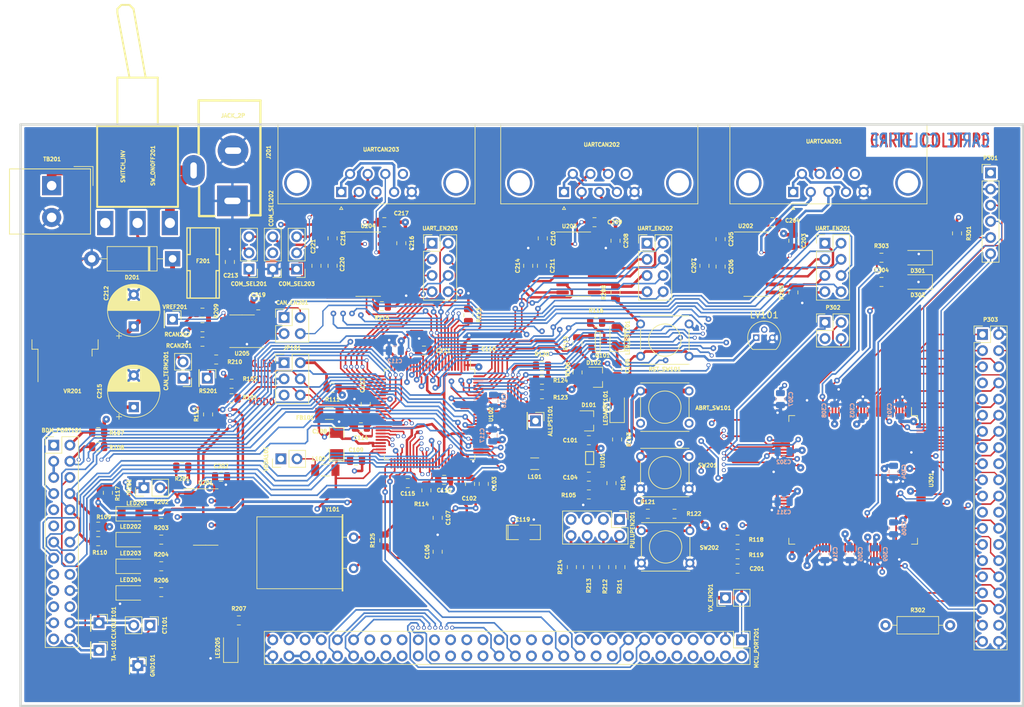
<source format=kicad_pcb>
(kicad_pcb (version 20210722) (generator pcbnew)
  (title_block (title "Demo Kicad") (date "2015-10-09") (rev "2"))
  (layers (0 "F.Cu" signal "Top_layer") (1 "In1.Cu" power "GND_layer") (2 "In2.Cu" power "VDD_layer") (31 "B.Cu" signal "Bottom_layer") (34 "B.Paste" user) (35 "F.Paste" user) (36 "B.SilkS" user "B.Silkscreen") (37 "F.SilkS" user "F.Silkscreen") (38 "B.Mask" user) (39 "F.Mask" user) (44 "Edge.Cuts" user))
  (net 0 "")
  (net 1 "/ALLPST")
  (net 2 "/AN2")
  (net 3 "/AN3")
  (net 4 "/AN4")
  (net 5 "/AN6")
  (net 6 "/BKPT-")
  (net 8 "/CLKMOD0")
  (net 9 "/CLKMOD1")
  (net 10 "/DDAT0")
  (net 11 "/DDAT1")
  (net 12 "/DDAT2")
  (net 13 "/DDAT3")
  (net 14 "/DSCLK")
  (net 15 "/DSI")
  (net 16 "/DSO")
  (net 17 "/DTIN1")
  (net 18 "/GPT1")
  (net 19 "/GPT3")
  (net 20 "/IRQ-5")
  (net 21 "/IRQ-6")
  (net 22 "/IRQ-7")
  (net 23 "/JTAG_EN")
  (net 24 "/PST0")
  (net 25 "/PST1")
  (net 26 "/PST2")
  (net 27 "/PST3")
  (net 28 "/QSPI_CS3")
  (net 29 "/TCLK")
  (net 30 "/VDDPLL")
  (net 31 "/inout_user/CAN_H")
  (net 32 "/inout_user/CAN_L")
  (net 33 "/inout_user/CTS0")
  (net 34 "/inout_user/CTS1")
  (net 36 "/inout_user/RTS0")
  (net 37 "/inout_user/RTS1")
  (net 38 "/inout_user/RTS2")
  (net 39 "/inout_user/RXD0")
  (net 40 "/inout_user/RXD1")
  (net 41 "/inout_user/RXD2")
  (net 42 "/inout_user/RxD_CAN")
  (net 43 "/inout_user/TXD0")
  (net 44 "/inout_user/TXD1")
  (net 46 "/inout_user/TxD_CAN")
  (net 47 "/xilinx/+3,3V_OUT")
  (net 48 "/xilinx/LED_TEST1")
  (net 49 "/xilinx/LED_TEST2")
  (net 50 "/xilinx/TCK")
  (net 51 "/xilinx/TDI")
  (net 52 "/xilinx/TDO")
  (net 53 "/xilinx/TMS")
  (net 54 "/xilinx/XIL_D0")
  (net 55 "/xilinx/XIL_D1")
  (net 56 "/xilinx/XIL_D10")
  (net 57 "/xilinx/XIL_D11")
  (net 58 "/xilinx/XIL_D12")
  (net 59 "/xilinx/XIL_D13")
  (net 60 "/xilinx/XIL_D14")
  (net 61 "/xilinx/XIL_D15")
  (net 62 "/xilinx/XIL_D16")
  (net 63 "/xilinx/XIL_D17")
  (net 64 "/xilinx/XIL_D18")
  (net 65 "/xilinx/XIL_D19")
  (net 66 "/xilinx/XIL_D2")
  (net 67 "/xilinx/XIL_D20")
  (net 68 "/xilinx/XIL_D21")
  (net 69 "/xilinx/XIL_D22")
  (net 70 "/xilinx/XIL_D23")
  (net 71 "/xilinx/XIL_D24")
  (net 72 "/xilinx/XIL_D25")
  (net 73 "/xilinx/XIL_D26")
  (net 74 "/xilinx/XIL_D27")
  (net 75 "/xilinx/XIL_D28")
  (net 76 "/xilinx/XIL_D29")
  (net 77 "/xilinx/XIL_D3")
  (net 78 "/xilinx/XIL_D30")
  (net 79 "/xilinx/XIL_D31")
  (net 80 "/xilinx/XIL_D32")
  (net 81 "/xilinx/XIL_D33")
  (net 82 "/xilinx/XIL_D34")
  (net 83 "/xilinx/XIL_D35")
  (net 84 "/xilinx/XIL_D36")
  (net 85 "/xilinx/XIL_D4")
  (net 86 "/xilinx/XIL_D5")
  (net 87 "/xilinx/XIL_D6")
  (net 88 "/xilinx/XIL_D7")
  (net 89 "/xilinx/XIL_D8")
  (net 90 "/xilinx/XIL_D9")
  (net 91 "GND")
  (net 92 "GNDA")
  (net 93 "/AN0")
  (net 94 "/AN1")
  (net 95 "/QSPI_CS0")
  (net 96 "/AN5")
  (net 97 "/AN7")
  (net 98 "/IRQ-4")
  (net 99 "/DTIN0")
  (net 100 "/DTIN2")
  (net 101 "/DTIN3")
  (net 102 "/GPT0")
  (net 103 "/GPT2")
  (net 104 "+3.3V")
  (net 105 "/VCCA")
  (net 106 "/IRQ-1")
  (net 107 "/IRQ-2")
  (net 108 "/IRQ-3")
  (net 109 "/XTAL")
  (net 110 "/RCON-")
  (net 111 "/RSTO-")
  (net 112 "/RSTI-")
  (net 113 "/QSPI_CS1")
  (net 114 "/URTS1")
  (net 115 "/UCTS1")
  (net 116 "/QSPI_CLK")
  (net 117 "/DSPI_DOUT")
  (net 118 "/QSPI_DIN")
  (net 119 "/QSPI_CS2")
  (net 120 "/URXD1")
  (net 121 "/UTXD1")
  (net 122 "/PWM7")
  (net 123 "/PWM5")
  (net 124 "/PWM1")
  (net 125 "/PWM3")
  (net 126 "/URTS2")
  (net 127 "/UTXD2")
  (net 128 "/URXD2")
  (net 129 "/UCTS2")
  (net 130 "/CANRX")
  (net 131 "/CANTX")
  (net 132 "/URTS0")
  (net 133 "/UTXD0")
  (net 134 "/URXD0")
  (net 135 "/UCTS0")
  (net 136 "Net-(ABRT_SW101-Pad1)")
  (net 137 "Net-(BDM_PORT101-Pad26)")
  (net 138 "Net-(BDM_PORT101-Pad6)")
  (net 139 "Net-(C104-Pad1)")
  (net 140 "Net-(C105-Pad1)")
  (net 141 "Net-(C201-Pad2)")
  (net 142 "Net-(C204-Pad2)")
  (net 143 "Net-(C205-Pad2)")
  (net 144 "Net-(C205-Pad1)")
  (net 145 "Net-(C206-Pad2)")
  (net 146 "Net-(C206-Pad1)")
  (net 147 "Net-(C207-Pad1)")
  (net 148 "Net-(C209-Pad2)")
  (net 149 "Net-(C210-Pad2)")
  (net 150 "Net-(C210-Pad1)")
  (net 151 "Net-(C211-Pad2)")
  (net 152 "Net-(C211-Pad1)")
  (net 153 "Net-(C212-Pad1)")
  (net 154 "Net-(C214-Pad1)")
  (net 155 "Net-(C217-Pad2)")
  (net 156 "Net-(C218-Pad2)")
  (net 157 "Net-(C218-Pad1)")
  (net 158 "Net-(C220-Pad2)")
  (net 159 "Net-(C220-Pad1)")
  (net 160 "Net-(C221-Pad1)")
  (net 161 "Net-(CAN_TERM201-Pad2)")
  (net 162 "Net-(COM_SEL201-Pad3)")
  (net 163 "Net-(COM_SEL202-Pad3)")
  (net 164 "Net-(COM_SEL203-Pad3)")
  (net 165 "Net-(D101-Pad1)")
  (net 166 "Net-(D301-Pad2)")
  (net 167 "Net-(D302-Pad2)")
  (net 168 "Net-(F201-Pad1)")
  (net 169 "Net-(J201-Pad3)")
  (net 170 "Net-(L102-Pad1)")
  (net 171 "Net-(LED201-Pad2)")
  (net 172 "Net-(LED202-Pad2)")
  (net 173 "Net-(LED203-Pad2)")
  (net 174 "Net-(LED204-Pad2)")
  (net 175 "Net-(LED205-Pad2)")
  (net 176 "Net-(LEDABRT101-Pad1)")
  (net 177 "Net-(P302-Pad4)")
  (net 178 "Net-(P302-Pad2)")
  (net 179 "Net-(PULUPEN201-Pad8)")
  (net 180 "Net-(PULUPEN201-Pad6)")
  (net 181 "Net-(PULUPEN201-Pad4)")
  (net 182 "Net-(PULUPEN201-Pad2)")
  (net 183 "Net-(Q101-Pad3)")
  (net 184 "Net-(Q101-Pad2)")
  (net 185 "Net-(R113-Pad1)")
  (net 186 "Net-(R114-Pad1)")
  (net 187 "Net-(R202-Pad2)")
  (net 188 "Net-(R203-Pad2)")
  (net 189 "Net-(R204-Pad2)")
  (net 190 "Net-(R205-Pad2)")
  (net 191 "Net-(R206-Pad2)")
  (net 192 "Net-(R208-Pad2)")
  (net 193 "Net-(R210-Pad1)")
  (net 194 "Net-(R215-Pad2)")
  (net 195 "Net-(U202-Pad12)")
  (net 196 "Net-(U202-Pad11)")
  (net 197 "Net-(U202-Pad9)")
  (net 198 "Net-(U203-Pad12)")
  (net 199 "Net-(U203-Pad11)")
  (net 200 "Net-(U203-Pad9)")
  (net 201 "Net-(U204-Pad12)")
  (net 202 "Net-(U204-Pad10)")
  (net 203 "Net-(U204-Pad9)")
  (net 204 "Net-(U205-Pad5)")
  (net 205 "Net-(UARTCAN201-Pad1)")
  (net 206 "Net-(UARTCAN202-Pad1)")
  (net 207 "Net-(UARTCAN203-Pad1)")
  (net 208 "Net-(JP201-Pad2)")
  (net 209 "Net-(LED_RST101-Pad2)")
  (net 210 "/CLKIN{slash}EXTAL")
  (net 211 "/inout_user/TXD2{slash}CANL")
  (net 212 "/inout_user/CTS2{slash}CANH")
  (footprint "kit-dev-coldfire:SW_PUSH_SMALL" (layer "F.Cu") (at 172.339 100.33)
    (fp_text reference "ABRT_SW101")
    (fp_text value "SW_PUSH")
  )
  (footprint "Connector_PinHeader_2.54mm:PinHeader_1x01_P2.54mm_Vertical" (layer "F.Cu") (at 152.019 102.489 -90)
    (fp_text reference "ALLPST101")
    (fp_text value "CONN_1")
  )
  (footprint "Connector_PinHeader_2.54mm:PinHeader_2x13_P2.54mm_Vertical" (layer "F.Cu") (at 76.327 106.299)
    (fp_text reference "BDM_PORT101")
    (fp_text value "CONN_13X2")
  )
  (footprint "Capacitor_SMD:C_0805_2012Metric" (layer "F.Cu") (at 136.652 117.729 -90)
    (fp_text reference "C107")
    (fp_text value "10pF")
  )
  (footprint "Capacitor_SMD:C_0805_2012Metric" (layer "F.Cu") (at 136.652 123.063 90)
    (fp_text reference "C106")
    (fp_text value "10pF")
  )
  (footprint "Capacitor_SMD:C_0805_2012Metric" (layer "F.Cu") (at 164.846 94.361 90)
    (fp_text reference "C105")
    (fp_text value "1nF")
  )
  (footprint "Capacitor_SMD:C_0805_2012Metric" (layer "F.Cu") (at 141.605 91.059 180)
    (fp_text reference "C110")
    (fp_text value "100nF")
  )
  (footprint "Capacitor_SMD:C_0805_2012Metric" (layer "F.Cu") (at 134.493 91.44 180)
    (fp_text reference "C111")
    (fp_text value "100nF")
  )
  (footprint "Capacitor_SMD:C_0805_2012Metric" (layer "F.Cu") (at 125.349 99.822 -90)
    (fp_text reference "C113")
    (fp_text value "100nF")
  )
  (footprint "Capacitor_SMD:C_0805_2012Metric" (layer "F.Cu") (at 124.587 103.505 180)
    (fp_text reference "C114")
    (fp_text value "100nF")
  )
  (footprint "Capacitor_SMD:C_0805_2012Metric" (layer "F.Cu") (at 131.953 112.268 180)
    (fp_text reference "C115")
    (fp_text value "100nF")
  )
  (footprint "Capacitor_SMD:C_0805_2012Metric" (layer "F.Cu") (at 137.668 111.76 180)
    (fp_text reference "C116")
    (fp_text value "100nF")
  )
  (footprint "Capacitor_SMD:C_0805_2012Metric" (layer "F.Cu") (at 160.401 105.537)
    (fp_text reference "C101")
    (fp_text value "100nF")
  )
  (footprint "Capacitor_SMD:C_0805_2012Metric" (layer "F.Cu") (at 160.401 111.252 180)
    (fp_text reference "C104")
    (fp_text value "100nF")
  )
  (footprint "kit-dev-coldfire:SM1206POL" (layer "F.Cu") (at 120.777 106.045 90)
    (fp_text reference "C108")
    (fp_text value "10uF" hide)
  )
  (footprint "kit-dev-coldfire:SM1206POL" (layer "F.Cu") (at 150.241 120.015)
    (fp_text reference "C119")
    (fp_text value "100uF" hide)
  )
  (footprint "Capacitor_SMD:C_0805_2012Metric" (layer "F.Cu") (at 123.825 108.712)
    (fp_text reference "C109")
    (fp_text value "100nF")
  )
  (footprint "Capacitor_SMD:C_0805_2012Metric" (layer "F.Cu") (at 141.732 112.395 -90)
    (fp_text reference "C102")
    (fp_text value "1nF")
  )
  (footprint "Capacitor_SMD:C_0805_2012Metric" (layer "F.Cu") (at 143.891 112.395 -90)
    (fp_text reference "C103")
    (fp_text value "100nF")
  )
  (footprint "Capacitor_SMD:C_0805_2012Metric" (layer "F.Cu") (at 192.532 74.168 -90)
    (fp_text reference "C203")
    (fp_text value "100nF")
  )
  (footprint "Capacitor_SMD:C_0805_2012Metric" (layer "F.Cu") (at 189.23 71.247 180)
    (fp_text reference "C204")
    (fp_text value "100nF")
  )
  (footprint "Capacitor_SMD:C_0805_2012Metric" (layer "F.Cu") (at 181.102 73.914 -90)
    (fp_text reference "C205")
    (fp_text value "100nF")
  )
  (footprint "Capacitor_SMD:C_0805_2012Metric" (layer "F.Cu") (at 181.102 78.232 -90)
    (fp_text reference "C206")
    (fp_text value "100nF")
  )
  (footprint "Capacitor_SMD:C_0805_2012Metric" (layer "F.Cu") (at 102.616 111.252)
    (fp_text reference "C202")
    (fp_text value "100nF")
  )
  (footprint "Capacitor_SMD:C_0805_2012Metric" (layer "F.Cu") (at 178.562 78.105 90)
    (fp_text reference "C207")
    (fp_text value "100nF")
  )
  (footprint "Capacitor_SMD:C_0805_2012Metric" (layer "F.Cu") (at 164.592 74.168 -90)
    (fp_text reference "C208")
    (fp_text value "100nF")
  )
  (footprint "Capacitor_SMD:C_0805_2012Metric" (layer "F.Cu") (at 161.29 71.247 180)
    (fp_text reference "C209")
    (fp_text value "100nF")
  )
  (footprint "Capacitor_SMD:C_0805_2012Metric" (layer "F.Cu") (at 153.162 73.787 -90)
    (fp_text reference "C210")
    (fp_text value "100nF")
  )
  (footprint "Capacitor_SMD:C_0805_2012Metric" (layer "F.Cu") (at 153.035 78.105 -90)
    (fp_text reference "C211")
    (fp_text value "100nF")
  )
  (footprint "Capacitor_SMD:C_0805_2012Metric" (layer "F.Cu") (at 150.876 78.105 90)
    (fp_text reference "C214")
    (fp_text value "100nF")
  )
  (footprint "Capacitor_SMD:C_0805_2012Metric" (layer "F.Cu") (at 108.458 84.328)
    (fp_text reference "C219")
    (fp_text value "100nF")
  )
  (footprint "Capacitor_SMD:C_0805_2012Metric" (layer "F.Cu") (at 128.27 71.247 180)
    (fp_text reference "C217")
    (fp_text value "100nF")
  )
  (footprint "Capacitor_SMD:C_0805_2012Metric" (layer "F.Cu") (at 120.142 78.105 -90)
    (fp_text reference "C220")
    (fp_text value "100nF")
  )
  (footprint "Capacitor_THT:CP_Radial_D8.0mm_P5.00mm" (layer "F.Cu") (at 88.9 87.63 90)
    (fp_text reference "C212")
    (fp_text value "10uF")
  )
  (footprint "Capacitor_THT:CP_Radial_D8.0mm_P5.00mm" (layer "F.Cu") (at 88.9 100.33 90)
    (fp_text reference "C215")
    (fp_text value "220uF")
  )
  (footprint "Capacitor_SMD:C_0805_2012Metric" (layer "F.Cu") (at 104 77.5 90)
    (fp_text reference "C213")
    (fp_text value "100nF")
  )
  (footprint "Capacitor_SMD:C_0805_2012Metric" (layer "F.Cu") (at 183.769 125.73)
    (fp_text reference "C201")
    (fp_text value "100nF")
  )
  (footprint "Capacitor_SMD:C_0805_2012Metric" (layer "F.Cu") (at 120.142 73.787 -90)
    (fp_text reference "C218")
    (fp_text value "100nF")
  )
  (footprint "Capacitor_SMD:C_0805_2012Metric" (layer "F.Cu") (at 117.602 78.105 90)
    (fp_text reference "C221")
    (fp_text value "100nF")
  )
  (footprint "Capacitor_SMD:C_0805_2012Metric" (layer "F.Cu") (at 130.937 74.549 -90)
    (fp_text reference "C216")
    (fp_text value "100nF")
  )
  (footprint "Connector_PinHeader_2.54mm:PinHeader_1x02_P2.54mm_Vertical" (layer "F.Cu") (at 96.647 95.758 180)
    (fp_text reference "CAN_TERM201")
    (fp_text value "JUMPER")
  )
  (footprint "Connector_PinHeader_2.54mm:PinHeader_1x01_P2.54mm_Vertical" (layer "F.Cu") (at 83.439 134.239 -90)
    (fp_text reference "CLKOUT101")
    (fp_text value "CONN_1")
  )
  (footprint "Connector_PinHeader_2.54mm:PinHeader_1x03_P2.54mm_Vertical" (layer "F.Cu") (at 114.5 78.613 180)
    (fp_text reference "COM_SEL203")
    (fp_text value "CONN_3")
  )
  (footprint "Connector_PinHeader_2.54mm:PinHeader_1x03_P2.54mm_Vertical" (layer "F.Cu") (at 110.744 78.613 180)
    (fp_text reference "COM_SEL202")
    (fp_text value "CONN_3")
  )
  (footprint "Connector_PinHeader_2.54mm:PinHeader_1x02_P2.54mm_Vertical" (layer "F.Cu") (at 91.44 134.62 -90)
    (fp_text reference "CT101")
    (fp_text value "JUMPER")
  )
  (footprint "Diode_SMD:D_SOT-23_ANK" (layer "F.Cu") (at 160.401 102.489)
    (fp_text reference "D101")
    (fp_text value "BAT54")
  )
  (footprint "Diode_SMD:D_SOT-23_ANK" (layer "F.Cu") (at 161.798 95.631)
    (fp_text reference "D102")
    (fp_text value "BAT54")
  )
  (footprint "Diode_THT:D_DO-15_P12.70mm_Horizontal" (layer "F.Cu") (at 95 77 180)
    (fp_text reference "D201")
    (fp_text value "1N4004")
  )
  (footprint "LED_SMD:LED_1206_3216Metric" (layer "F.Cu") (at 212.09 76.835 180)
    (fp_text reference "D301")
    (fp_text value "LED")
  )
  (footprint "LED_SMD:LED_1206_3216Metric" (layer "F.Cu") (at 212.09 80.645 180)
    (fp_text reference "D302")
    (fp_text value "LED")
  )
  (footprint "kit-dev-coldfire:FSUPCMS" (layer "F.Cu") (at 99.8 77.6 -90)
    (fp_text reference "F201")
    (fp_text value "FUSE")
  )
  (footprint "Resistor_SMD:R_1206_3216Metric_Pad1.24x1.80mm_HandSolder" (layer "F.Cu") (at 119.634 101.346 180)
    (fp_text reference "FB101")
    (fp_text value "BEAD")
  )
  (footprint "Connector_PinHeader_2.54mm:PinHeader_1x01_P2.54mm_Vertical" (layer "F.Cu") (at 89.535 140.97 -90)
    (fp_text reference "GND101")
    (fp_text value "CONN_1")
  )
  (footprint "kit-dev-coldfire:JACK_ALIM" (layer "F.Cu") (at 104.5 60 -90)
    (fp_text reference "J201")
    (fp_text value "JACK_2P")
  )
  (footprint "Resistor_SMD:R_1206_3216Metric_Pad1.24x1.80mm_HandSolder" (layer "F.Cu") (at 118.999 110.236)
    (fp_text reference "L102")
    (fp_text value "10uH")
  )
  (footprint "Resistor_SMD:R_1206_3216Metric_Pad1.24x1.80mm_HandSolder" (layer "F.Cu") (at 151.892 109.22 180)
    (fp_text reference "L101")
    (fp_text value "10uH")
  )
  (footprint "LED_SMD:LED_1206_3216Metric" (layer "F.Cu") (at 88.392 117.094)
    (fp_text reference "LED201")
    (fp_text value "LED")
  )
  (footprint "LED_SMD:LED_1206_3216Metric" (layer "F.Cu") (at 88.392 121.158)
    (fp_text reference "LED202")
    (fp_text value "LED")
  )
  (footprint "LED_SMD:LED_1206_3216Metric" (layer "F.Cu") (at 88.392 125.349)
    (fp_text reference "LED203")
    (fp_text value "LED")
  )
  (footprint "LED_SMD:LED_1206_3216Metric" (layer "F.Cu") (at 88.392 129.54)
    (fp_text reference "LED204")
    (fp_text value "LED")
  )
  (footprint "LED_SMD:LED_1206_3216Metric" (layer "F.Cu") (at 104.14 138.176 90)
    (fp_text reference "LED205")
    (fp_text value "LED")
  )
  (footprint "LED_SMD:LED_1206_3216Metric" (layer "F.Cu") (at 164.846 100.457 90)
    (fp_text reference "LEDABRT101")
    (fp_text value "LED_RED")
  )
  (footprint "Package_TO_SOT_THT:TO-92_Molded_Narrow" (layer "F.Cu") (at 186.69 89.408)
    (fp_text reference "LV101")
    (fp_text value "DS1818")
  )
  (footprint "Connector_PinHeader_2.54mm:PinHeader_2x30_P2.54mm_Vertical" (layer "F.Cu") (at 184.404 136.906 -90)
    (fp_text reference "MCU_PORT201")
    (fp_text value "CONN_30X2")
  )
  (footprint "Connector_PinHeader_2.54mm:PinHeader_1x06_P2.54mm_Vertical" (layer "F.Cu") (at 223.52 63.5)
    (fp_text reference "P301")
    (fp_text value "CONN_6")
  )
  (footprint "Connector_PinHeader_2.54mm:PinHeader_2x20_P2.54mm_Vertical" (layer "F.Cu") (at 222.25 88.9)
    (fp_text reference "P303")
    (fp_text value "CONN_20X2")
  )
  (footprint "Connector_PinHeader_2.54mm:PinHeader_2x04_P2.54mm_Vertical" (layer "F.Cu") (at 165.227 117.983 -90)
    (fp_text reference "PULUPEN201")
    (fp_text value "CONN_4X2")
  )
  (footprint "kit-dev-coldfire:SOT23EBC" (layer "F.Cu") (at 161.798 90.043 90)
    (fp_text reference "Q101")
    (fp_text value "3906" hide)
  )
  (footprint "Resistor_SMD:R_0805_2012Metric" (layer "F.Cu") (at 128.27 121.285 90)
    (fp_text reference "R125")
    (fp_text value "1M")
  )
  (footprint "Resistor_SMD:R_0805_2012Metric" (layer "F.Cu") (at 104.267 96.647)
    (fp_text reference "R102")
    (fp_text value "4,7K")
  )
  (footprint "Resistor_SMD:R_0805_2012Metric" (layer "F.Cu") (at 183.769 121.158 180)
    (fp_text reference "R118")
    (fp_text value "10K")
  )
  (footprint "Resistor_SMD:R_0805_2012Metric" (layer "F.Cu") (at 183.769 123.444 180)
    (fp_text reference "R119")
    (fp_text value "10K")
  )
  (footprint "Resistor_SMD:R_0805_2012Metric" (layer "F.Cu") (at 153.035 93.853)
    (fp_text reference "R120")
    (fp_text value "10K")
  )
  (footprint "Resistor_SMD:R_0805_2012Metric" (layer "F.Cu") (at 163.957 112.268 -90)
    (fp_text reference "R104")
    (fp_text value "1K")
  )
  (footprint "Resistor_SMD:R_0805_2012Metric" (layer "F.Cu") (at 169.672 117.094)
    (fp_text reference "R121")
    (fp_text value "10K")
  )
  (footprint "Resistor_SMD:R_0805_2012Metric" (layer "F.Cu") (at 141.478 85.852 90)
    (fp_text reference "R113")
    (fp_text value "0")
  )
  (footprint "Resistor_SMD:R_0805_2012Metric" (layer "F.Cu") (at 173.863 117.094 180)
    (fp_text reference "R122")
    (fp_text value "10K")
  )
  (footprint "Resistor_SMD:R_0805_2012Metric" (layer "F.Cu") (at 153.035 98.298)
    (fp_text reference "R123")
    (fp_text value "10K")
  )
  (footprint "Resistor_SMD:R_0805_2012Metric" (layer "F.Cu") (at 160.401 114.046 180)
    (fp_text reference "R105")
    (fp_text value "20K")
  )
  (footprint "Resistor_SMD:R_0805_2012Metric" (layer "F.Cu") (at 153.035 96.012)
    (fp_text reference "R124")
    (fp_text value "10K")
  )
  (footprint "Resistor_SMD:R_0805_2012Metric" (layer "F.Cu") (at 164.846 105.41 -90)
    (fp_text reference "R103")
    (fp_text value "270")
  )
  (footprint "Resistor_SMD:R_0805_2012Metric" (layer "F.Cu") (at 158.623 94.869 90)
    (fp_text reference "R106")
    (fp_text value "4,7K")
  )
  (footprint "Resistor_SMD:R_0805_2012Metric" (layer "F.Cu") (at 120.142 97.282 180)
    (fp_text reference "R111")
    (fp_text value "4,7K")
  )
  (footprint "Resistor_SMD:R_0805_2012Metric" (layer "F.Cu") (at 83.312 104.267 180)
    (fp_text reference "R107")
    (fp_text value "4,7K")
  )
  (footprint "Resistor_SMD:R_0805_2012Metric" (layer "F.Cu") (at 83.312 106.553 180)
    (fp_text reference "R108")
    (fp_text value "4,7K")
  )
  (footprint "Resistor_SMD:R_0805_2012Metric" (layer "F.Cu") (at 83.312 119.126 180)
    (fp_text reference "R109")
    (fp_text value "4,7K")
  )
  (footprint "Resistor_SMD:R_0805_2012Metric" (layer "F.Cu") (at 83.312 121.412 180)
    (fp_text reference "R110")
    (fp_text value "4,7K")
  )
  (footprint "Resistor_SMD:R_0805_2012Metric" (layer "F.Cu") (at 158.623 90.297 90)
    (fp_text reference "R115")
    (fp_text value "4.7K")
  )
  (footprint "Resistor_SMD:R_0805_2012Metric" (layer "F.Cu") (at 161.544 86.995)
    (fp_text reference "R116")
    (fp_text value "270")
  )
  (footprint "Resistor_SMD:R_0805_2012Metric" (layer "F.Cu") (at 127.889 84.455 180)
    (fp_text reference "R215")
    (fp_text value "10K")
  )
  (footprint "Resistor_SMD:R_0805_2012Metric" (layer "F.Cu") (at 104.267 98.933)
    (fp_text reference "R101")
    (fp_text value "4,7K")
  )
  (footprint "Resistor_SMD:R_0805_2012Metric" (layer "F.Cu") (at 84.836 113.792 -90)
    (fp_text reference "R117")
    (fp_text value "10K")
  )
  (footprint "Resistor_SMD:R_0805_2012Metric" (layer "F.Cu") (at 93.218 117.094)
    (fp_text reference "R202")
    (fp_text value "270")
  )
  (footprint "Resistor_SMD:R_0805_2012Metric" (layer "F.Cu") (at 192.532 82.296 90)
    (fp_text reference "R205")
    (fp_text value "10K")
  )
  (footprint "Resistor_SMD:R_0805_2012Metric" (layer "F.Cu") (at 93.218 121.158)
    (fp_text reference "R203")
    (fp_text value "270")
  )
  (footprint "Resistor_SMD:R_0805_2012Metric" (layer "F.Cu") (at 93.218 125.349)
    (fp_text reference "R204")
    (fp_text value "270")
  )
  (footprint "Resistor_SMD:R_0805_2012Metric" (layer "F.Cu") (at 93.218 129.413)
    (fp_text reference "R206")
    (fp_text value "270")
  )
  (footprint "Resistor_SMD:R_0805_2012Metric" (layer "F.Cu") (at 96.52 109.728 180)
    (fp_text reference "R201")
    (fp_text value "10K")
  )
  (footprint "Resistor_SMD:R_0805_2012Metric" (layer "F.Cu") (at 164.592 82.296 90)
    (fp_text reference "R208")
    (fp_text value "10K")
  )
  (footprint "Resistor_SMD:R_0805_2012Metric" (layer "F.Cu") (at 101.854 92.837)
    (fp_text reference "R210")
    (fp_text value "1K")
  )
  (footprint "Resistor_SMD:R_0805_2012Metric" (layer "F.Cu") (at 99.695 85.471 180)
    (fp_text reference "R209")
    (fp_text value "62")
  )
  (footprint "Resistor_SMD:R_0805_2012Metric" (layer "F.Cu") (at 100.584 101.473 90)
    (fp_text reference "R112")
    (fp_text value "4,7K")
  )
  (footprint "Resistor_SMD:R_0805_2012Metric" (layer "F.Cu") (at 134.874 113.411 -90)
    (fp_text reference "R114")
    (fp_text value "22")
  )
  (footprint "Resistor_SMD:R_0805_2012Metric" (layer "F.Cu") (at 157.734 125.476 90)
    (fp_text reference "R214")
    (fp_text value "4,7K")
  )
  (footprint "Resistor_SMD:R_0805_2012Metric" (layer "F.Cu") (at 160.274 125.476 90)
    (fp_text reference "R213")
    (fp_text value "4,7K")
  )
  (footprint "Resistor_SMD:R_0805_2012Metric" (layer "F.Cu") (at 162.814 125.476 90)
    (fp_text reference "R212")
    (fp_text value "4,7K")
  )
  (footprint "Resistor_SMD:R_0805_2012Metric" (layer "F.Cu") (at 165.354 125.476 90)
    (fp_text reference "R211")
    (fp_text value "4,7K")
  )
  (footprint "Resistor_SMD:R_0805_2012Metric" (layer "F.Cu") (at 105.41 133.858)
    (fp_text reference "R207")
    (fp_text value "270")
  )
  (footprint "Resistor_SMD:R_0805_2012Metric" (layer "F.Cu") (at 218.25 73 -90)
    (fp_text reference "R301")
    (fp_text value "4K7")
  )
  (footprint "Resistor_SMD:R_0805_2012Metric" (layer "F.Cu") (at 206.375 76.835)
    (fp_text reference "R303")
    (fp_text value "1K")
  )
  (footprint "Resistor_SMD:R_0805_2012Metric" (layer "F.Cu") (at 206.375 80.645)
    (fp_text reference "R304")
    (fp_text value "1K")
  )
  (footprint "Resistor_THT:R_Axial_DIN0207_L6.3mm_D2.5mm_P10.16mm_Horizontal" (layer "F.Cu") (at 207.01 134.62)
    (fp_text reference "R302")
    (fp_text value "3,3")
  )
  (footprint "Resistor_SMD:R_0805_2012Metric" (layer "F.Cu") (at 99.695 87.757)
    (fp_text reference "RCAN202")
    (fp_text value "R")
  )
  (footprint "Resistor_SMD:R_0805_2012Metric" (layer "F.Cu") (at 99.695 90.043)
    (fp_text reference "RCAN201")
    (fp_text value "R")
  )
  (footprint "LED_SMD:LED_1206_3216Metric" (layer "F.Cu") (at 164.846 89.281 90)
    (fp_text reference "LED_RST101")
    (fp_text value "LED_RED")
  )
  (footprint "Connector_PinHeader_2.54mm:PinHeader_1x01_P2.54mm_Vertical" (layer "F.Cu") (at 100.457 95.758 -90)
    (fp_text reference "RS201")
    (fp_text value "CONN_1")
  )
  (footprint "kit-dev-coldfire:SW_PUSH_SMALL" (layer "F.Cu") (at 172.339 89.789 180)
    (fp_text reference "RST_SW101")
    (fp_text value "SW_PUSH")
  )
  (footprint "kit-dev-coldfire:SW_PUSH_SMALL" (layer "F.Cu") (at 172.339 110.617)
    (fp_text reference "SW201")
    (fp_text value "SW_PUSH")
  )
  (footprint "kit-dev-coldfire:SW_PUSH_SMALL" (layer "F.Cu") (at 172.466 122.301)
    (fp_text reference "SW202")
    (fp_text value "SW_PUSH")
  )
  (footprint "kit-dev-coldfire:SW_SPDT" (layer "F.Cu") (at 89.5 71.374 90)
    (fp_text reference "SW_ONOFF201")
    (fp_text value "SWITCH_INV")
  )
  (footprint "Connector_PinHeader_2.54mm:PinHeader_1x01_P2.54mm_Vertical" (layer "F.Cu") (at 83.439 138.557 -90)
    (fp_text reference "TA-101")
    (fp_text value "CONN_1")
  )
  (footprint "TerminalBlock_Altech:Altech_AK300_1x02_P5.00mm_45-Degree" (layer "F.Cu") (at 76 65.5 -90)
    (fp_text reference "TB201")
    (fp_text value "CONN_2")
  )
  (footprint "Package_QFP:LQFP-100_14x14mm_P0.5mm" (layer "F.Cu") (at 135.382 101.473 -90)
    (fp_text reference "U102")
    (fp_text value "MCF5213-LQFP100")
  )
  (footprint "kit-dev-coldfire:SOT353" (layer "F.Cu") (at 160.528 108.331)
    (fp_text reference "U101")
    (fp_text value "74AHC1G14" hide)
  )
  (footprint "Package_SO:SOIC-16_3.9x9.9mm_P1.27mm" (layer "F.Cu") (at 186.69 77.851)
    (fp_text reference "U202")
    (fp_text value "MAX202")
  )
  (footprint "Package_SO:SOIC-16_3.9x9.9mm_P1.27mm" (layer "F.Cu") (at 158.75 77.851)
    (fp_text reference "U203")
    (fp_text value "MAX202")
  )
  (footprint "Package_SO:SOIC-8_3.9x4.9mm_P1.27mm" (layer "F.Cu") (at 105.918 88.392 180)
    (fp_text reference "U205")
    (fp_text value "PCA82C251")
  )
  (footprint "Package_SO:SOIC-16_3.9x9.9mm_P1.27mm" (layer "F.Cu") (at 125.73 77.851)
    (fp_text reference "U204")
    (fp_text value "MAX202")
  )
  (footprint "Connector_PinHeader_2.54mm:PinHeader_2x04_P2.54mm_Vertical" (layer "F.Cu") (at 197.485 74.549)
    (fp_text reference "UART_EN201")
    (fp_text value "CONN_4X2")
  )
  (footprint "Connector_PinHeader_2.54mm:PinHeader_2x04_P2.54mm_Vertical" (layer "F.Cu") (at 169.545 74.549)
    (fp_text reference "UART_EN202")
    (fp_text value "CONN_4X2")
  )
  (footprint "Connector_PinHeader_2.54mm:PinHeader_2x04_P2.54mm_Vertical" (layer "F.Cu") (at 135.763 74.549)
    (fp_text reference "UART_EN203")
    (fp_text value "CONN_4X2")
  )
  (footprint "Connector_PinHeader_2.54mm:PinHeader_1x02_P2.54mm_Vertical" (layer "F.Cu") (at 112.014 108.458 90)
    (fp_text reference "VDDA101")
    (fp_text value "JUMPER")
  )
  (footprint "Package_TO_SOT_SMD:TO-263-5_TabPin3" (layer "F.Cu") (at 78.105 88.265 90)
    (fp_text reference "VR201")
    (fp_text value "LT1129_QPACK")
  )
  (footprint "Crystal:Crystal_HC18-U_Horizontal" (layer "F.Cu") (at 123.444 120.777 -90)
    (fp_text reference "Y101")
    (fp_text value "8MHz")
  )
  (footprint "Package_QFP:TQFP-144_20x20mm_P0.5mm" (layer "F.Cu") (at 201.93 111.76 -90)
    (fp_text reference "U301")
    (fp_text value "XCR3256-TQ144")
  )
  (footprint "Connector_PinHeader_2.54mm:PinHeader_2x02_P2.54mm_Vertical" (layer "F.Cu") (at 112.522 86.233)
    (fp_text reference "CAN_EN201")
    (fp_text value "CONN_2X2")
  )
  (footprint "Connector_PinHeader_2.54mm:PinHeader_1x02_P2.54mm_Vertical" (layer "F.Cu") (at 181.864 130.302 90)
    (fp_text reference "VX_EN201")
    (fp_text value "JUMPER")
  )
  (footprint "Package_SO:SOIC-14_3.9x8.7mm_P1.27mm" (layer "F.Cu") (at 100.203 117.602)
    (fp_text reference "U201")
    (fp_text value "74HC125")
  )
  (footprint "Connector_PinHeader_2.54mm:PinHeader_2x03_P2.54mm_Vertical" (layer "F.Cu") (at 112.522 93.345)
    (fp_text reference "JP101")
    (fp_text value "JUMPER_TRIPLE")
  )
  (footprint "Connector_PinHeader_2.54mm:PinHeader_2x02_P2.54mm_Vertical" (layer "F.Cu") (at 197.5 87)
    (fp_text reference "P302")
    (fp_text value "CONN_2X2")
  )
  (footprint "Connector_PinHeader_2.54mm:PinHeader_1x03_P2.54mm_Vertical" (layer "F.Cu") (at 107 78.613 180)
    (fp_text reference "COM_SEL201")
    (fp_text value "CONN_3")
  )
  (footprint "Connector_PinHeader_2.54mm:PinHeader_1x02_P2.54mm_Vertical" (layer "F.Cu") (at 90.5 113 90)
    (fp_text reference "JP201")
    (fp_text value "JUMPER")
  )
  (footprint "Connector_Dsub:DSUB-9_Female_Horizontal_P2.77x2.84mm_EdgePinOffset7.70mm_Housed_MountingHolesOffset9.12mm" (layer "F.Cu") (at 192.5 66.5 180)
    (fp_text reference "UARTCAN201")
    (fp_text value "DB9")
  )
  (footprint "Connector_Dsub:DSUB-9_Female_Horizontal_P2.77x2.84mm_EdgePinOffset7.70mm_Housed_MountingHolesOffset9.12mm" (layer "F.Cu") (at 156.5 66.5 180)
    (fp_text reference "UARTCAN202")
    (fp_text value "DB9")
  )
  (footprint "Connector_Dsub:DSUB-9_Female_Horizontal_P2.77x2.84mm_EdgePinOffset7.70mm_Housed_MountingHolesOffset9.12mm" (layer "F.Cu") (at 121.5 66.5 180)
    (fp_text reference "UARTCAN203")
    (fp_text value "DB9")
  )
  (footprint "Connector_PinHeader_2.54mm:PinHeader_1x01_P2.54mm_Vertical" (layer "F.Cu") (at 95 86.5 -90)
    (fp_text reference "VREF201")
    (fp_text value "CONN_1")
  )
  (footprint "Capacitor_SMD:C_0805_2012Metric" (layer "B.Cu") (at 129.921 91.44 180)
    (fp_text reference "C112")
    (fp_text value "100nF")
  )
  (footprint "Capacitor_SMD:C_0805_2012Metric" (layer "B.Cu") (at 145.288 104.775 90)
    (fp_text reference "C117")
    (fp_text value "100nF")
  )
  (footprint "Capacitor_SMD:C_0805_2012Metric" (layer "B.Cu") (at 145.415 99.314 -90)
    (fp_text reference "C118")
    (fp_text value "100nF")
  )
  (footprint "Capacitor_SMD:C_0805_2012Metric" (layer "B.Cu") (at 209.296 100.838 90)
    (fp_text reference "C301")
    (fp_text value "100nF")
  )
  (footprint "Capacitor_SMD:C_0805_2012Metric" (layer "B.Cu") (at 191.008 107.315 180)
    (fp_text reference "C302")
    (fp_text value "100nF")
  )
  (footprint "Capacitor_SMD:C_0805_2012Metric" (layer "B.Cu") (at 203.454 100.838 90)
    (fp_text reference "C303")
    (fp_text value "100nF")
  )
  (footprint "Capacitor_SMD:C_0805_2012Metric" (layer "B.Cu") (at 208.28 110.49 -90)
    (fp_text reference "C304")
    (fp_text value "100nF")
  )
  (footprint "Capacitor_SMD:C_0805_2012Metric" (layer "B.Cu") (at 201.422 123.444 -90)
    (fp_text reference "C305")
    (fp_text value "100nF")
  )
  (footprint "Capacitor_SMD:C_0805_2012Metric" (layer "B.Cu") (at 208.28 119.38 -90)
    (fp_text reference "C306")
    (fp_text value "100nF")
  )
  (footprint "Capacitor_SMD:C_0805_2012Metric" (layer "B.Cu") (at 190.5 99.06 -90)
    (fp_text reference "C307")
    (fp_text value "100nF")
  )
  (footprint "Capacitor_SMD:C_0805_2012Metric" (layer "B.Cu") (at 199.009 100.838 90)
    (fp_text reference "C308")
    (fp_text value "100nF")
  )
  (footprint "Capacitor_SMD:C_0805_2012Metric" (layer "B.Cu") (at 205.359 123.444 -90)
    (fp_text reference "C309")
    (fp_text value "100nF")
  )
  (footprint "Capacitor_SMD:C_0805_2012Metric" (layer "B.Cu") (at 197.485 123.444 -90)
    (fp_text reference "C310")
    (fp_text value "100nF")
  )
  (footprint "Capacitor_SMD:C_0805_2012Metric" (layer "B.Cu") (at 191.008 115.189 180)
    (fp_text reference "C311")
    (fp_text value "100nF")
  )
  (gr_line (start 71.12 147.32) (end 228.6 147.32) (angle 90) (layer "Edge.Cuts") (width 0.381))
  (gr_line (start 71.12 55.88) (end 71.12 147.32) (angle 90) (layer "Edge.Cuts") (width 0.381))
  (gr_line (start 228.6 55.88) (end 228.6 147.32) (angle 90) (layer "Edge.Cuts") (width 0.381))
  (gr_line (start 228.6 55.88) (end 71.12 55.88) (angle 90) (layer "Edge.Cuts") (width 0.381))
  (gr_text "JTAG_EN\n" (at 108 93.5) (layer "F.Cu") (effects (font (size 1 1) (thickness 0.2))))
  (gr_text "CARTE COLDFIRE" (at 213.995 58.42) (layer "F.Cu") (effects (font (size 2.032 1.524) (thickness 0.3048))))
  (gr_text "MOD1" (at 109 96) (layer "F.Cu") (effects (font (size 1 1) (thickness 0.2))))
  (gr_text "MOD0" (at 109 99.5) (layer "F.Cu") (effects (font (size 1 1) (thickness 0.2))))
  (gr_text "CARTE COLDFIRE" (at 213.995 58.42) (layer "B.Cu") (effects (font (size 2.032 1.524) (thickness 0.3048)) (justify mirror)))
  (segment (start 152.019 102.489) (end 143.129 102.4636) (width 0.254) (layer "F.Cu") (net 1))
  (segment (start 128.8034 104.9782) (end 127.635 104.9782) (width 0.254) (layer "F.Cu") (net 2))
  (segment (start 129.54 105.41) (end 129.032 105.156) (width 0.254) (layer "F.Cu") (net 2))
  (segment (start 129.032 105.156) (end 128.8034 104.9782) (width 0.254) (layer "F.Cu") (net 2))
  (via (at 129.54 105.41) (size 0.635) (drill 0.4) (layers "F.Cu" "B.Cu") (net 2))
  (segment (start 129.54 106.299) (end 129.032 106.299) (width 0.254) (layer "F.Cu") (net 3))
  (segment (start 129.032 105.791) (end 128.7272 105.4862) (width 0.254) (layer "F.Cu") (net 3))
  (segment (start 129.032 106.299) (end 129.032 105.791) (width 0.254) (layer "F.Cu") (net 3))
  (segment (start 128.7272 105.4862) (end 127.635 105.4862) (width 0.254) (layer "F.Cu") (net 3))
  (via (at 129.54 106.299) (size 0.635) (drill 0.4) (layers "F.Cu" "B.Cu") (net 3))
  (segment (start 130.8862 107.6198) (end 130.8862 109.22) (width 0.254) (layer "F.Cu") (net 4))
  (segment (start 131.064 107.442) (end 131.064 106.426) (width 0.254) (layer "F.Cu") (net 4))
  (segment (start 130.8862 107.6198) (end 131.064 107.442) (width 0.254) (layer "F.Cu") (net 4))
  (via (at 131.064 106.426) (size 0.635) (drill 0.4) (layers "F.Cu" "B.Cu") (net 4))
  (segment (start 129.8956 110.3884) (end 129.8956 109.22) (width 0.254) (layer "F.Cu") (net 5))
  (segment (start 129.159 111.125) (end 129.8956 110.3884) (width 0.254) (layer "F.Cu") (net 5))
  (segment (start 129.159 112.014) (end 129.159 111.125) (width 0.254) (layer "F.Cu") (net 5))
  (via (at 129.159 112.014) (size 0.889) (drill 0.4) (layers "F.Cu" "B.Cu") (net 5))
  (segment (start 159.004 139.446) (end 159.004 139.319) (width 0.254) (layer "B.Cu") (net 5))
  (segment (start 157.734 138.049) (end 157.734 136.017) (width 0.254) (layer "B.Cu") (net 5))
  (segment (start 138.43 132.461) (end 129.159 123.19) (width 0.254) (layer "B.Cu") (net 5))
  (segment (start 159.004 139.319) (end 157.734 138.049) (width 0.254) (layer "B.Cu") (net 5))
  (segment (start 154.178 132.461) (end 138.43 132.461) (width 0.254) (layer "B.Cu") (net 5))
  (segment (start 129.159 123.19) (end 129.159 112.014) (width 0.254) (layer "B.Cu") (net 5))
  (segment (start 157.734 136.017) (end 154.178 132.461) (width 0.254) (layer "B.Cu") (net 5))
  (segment (start 144.5514 107.4674) (end 143.129 107.4674) (width 0.254) (layer "F.Cu") (net 6))
  (segment (start 145.288 108.204) (end 144.5514 107.4674) (width 0.254) (layer "F.Cu") (net 6))
  (segment (start 146.431 109.855) (end 145.288 108.712) (width 0.254) (layer "F.Cu") (net 6))
  (segment (start 146.685 109.855) (end 146.431 109.855) (width 0.254) (layer "F.Cu") (net 6))
  (segment (start 145.288 108.712) (end 145.288 108.204) (width 0.254) (layer "F.Cu") (net 6))
  (segment (start 78.867 106.299) (end 80.391 104.775) (width 0.381) (layer "F.Cu") (net 6))
  (segment (start 82.3595 104.267) (end 80.899 104.267) (width 0.4318) (layer "F.Cu") (net 6))
  (segment (start 80.899 104.267) (end 80.391 104.775) (width 0.4318) (layer "F.Cu") (net 6))
  (via (at 146.685 109.855) (size 0.889) (drill 0.4) (layers "F.Cu" "B.Cu") (net 6))
  (via (at 87.63 112.141) (size 0.889) (drill 0.4) (layers "F.Cu" "B.Cu") (net 6))
  (segment (start 87.63 113.13) (end 89.181 114.681) (width 0.254) (layer "B.Cu") (net 6))
  (segment (start 107.696 111.379) (end 110.49 114.173) (width 0.254) (layer "B.Cu") (net 6))
  (segment (start 119.253 112.649) (end 125.476 112.649) (width 0.254) (layer "B.Cu") (net 6))
  (segment (start 141.732 111.76) (end 143.637 109.855) (width 0.254) (layer "B.Cu") (net 6))
  (segment (start 125.476 112.649) (end 127.508 110.617) (width 0.254) (layer "B.Cu") (net 6))
  (segment (start 97.917 113.665) (end 100.203 111.379) (width 0.254) (layer "B.Cu") (net 6))
  (segment (start 95.377 113.665) (end 97.917 113.665) (width 0.254) (layer "B.Cu") (net 6))
  (segment (start 110.49 114.173) (end 117.729 114.173) (width 0.254) (layer "B.Cu") (net 6))
  (segment (start 127.508 110.617) (end 132.461 110.617) (width 0.254) (layer "B.Cu") (net 6))
  (segment (start 100.203 111.379) (end 107.696 111.379) (width 0.254) (layer "B.Cu") (net 6))
  (segment (start 133.604 111.76) (end 141.732 111.76) (width 0.254) (layer "B.Cu") (net 6))
  (segment (start 89.181 114.681) (end 94.361 114.681) (width 0.254) (layer "B.Cu") (net 6))
  (segment (start 117.729 114.173) (end 119.253 112.649) (width 0.254) (layer "B.Cu") (net 6))
  (segment (start 143.637 109.855) (end 146.685 109.855) (width 0.254) (layer "B.Cu") (net 6))
  (segment (start 87.63 112.141) (end 87.63 113.13) (width 0.254) (layer "B.Cu") (net 6))
  (segment (start 94.361 114.681) (end 95.377 113.665) (width 0.254) (layer "B.Cu") (net 6))
  (segment (start 132.461 110.617) (end 133.604 111.76) (width 0.254) (layer "B.Cu") (net 6))
  (segment (start 113.792 97.155) (end 108.345 97.155) (width 0.254) (layer "F.Cu") (net 8))
  (segment (start 115.062 98.425) (end 113.792 97.155) (width 0.254) (layer "F.Cu") (net 8))
  (segment (start 123.19 101.981) (end 123.19 100.965) (width 0.254) (layer "F.Cu") (net 8))
  (segment (start 122.174 99.949) (end 118.11 99.949) (width 0.254) (layer "F.Cu") (net 8))
  (segment (start 118.11 99.949) (end 116.586 98.425) (width 0.254) (layer "F.Cu") (net 8))
  (segment (start 123.19 100.965) (end 122.174 99.949) (width 0.254) (layer "F.Cu") (net 8))
  (segment (start 108.345 97.155) (end 106.567 98.933) (width 0.254) (layer "F.Cu") (net 8))
  (segment (start 106.567 98.933) (end 105.2195 98.933) (width 0.254) (layer "F.Cu") (net 8))
  (segment (start 126.365 102.489) (end 126.111 102.235) (width 0.254) (layer "F.Cu") (net 8))
  (segment (start 127.635 102.489) (end 126.365 102.489) (width 0.254) (layer "F.Cu") (net 8))
  (segment (start 123.444 102.235) (end 123.19 101.981) (width 0.254) (layer "F.Cu") (net 8))
  (segment (start 126.111 102.235) (end 123.444 102.235) (width 0.254) (layer "F.Cu") (net 8))
  (segment (start 116.586 98.425) (end 115.062 98.425) (width 0.254) (layer "F.Cu") (net 8))
  (segment (start 118.618 99.441) (end 115.062 95.885) (width 0.254) (layer "F.Cu") (net 9))
  (segment (start 105.353 96.647) (end 105.2195 96.647) (width 0.254) (layer "F.Cu") (net 9))
  (segment (start 124.587 101.727) (end 122.809 99.949) (width 0.254) (layer "F.Cu") (net 9))
  (segment (start 107.385 94.615) (end 105.353 96.647) (width 0.254) (layer "F.Cu") (net 9))
  (segment (start 113.792 94.615) (end 107.385 94.615) (width 0.254) (layer "F.Cu") (net 9))
  (segment (start 126.238 101.727) (end 124.587 101.727) (width 0.254) (layer "F.Cu") (net 9))
  (segment (start 122.809 99.695) (end 122.555 99.441) (width 0.254) (layer "F.Cu") (net 9))
  (segment (start 126.492 101.981) (end 126.238 101.727) (width 0.254) (layer "F.Cu") (net 9))
  (segment (start 122.555 99.441) (end 118.618 99.441) (width 0.254) (layer "F.Cu") (net 9))
  (segment (start 122.809 99.949) (end 122.809 99.695) (width 0.254) (layer "F.Cu") (net 9))
  (segment (start 127.635 101.981) (end 126.492 101.981) (width 0.254) (layer "F.Cu") (net 9))
  (segment (start 115.062 95.885) (end 113.792 94.615) (width 0.254) (layer "F.Cu") (net 9))
  (segment (start 145.796 107.95) (end 146.558 107.95) (width 0.254) (layer "F.Cu") (net 10))
  (segment (start 144.78 106.9594) (end 144.907 107.061) (width 0.254) (layer "F.Cu") (net 10))
  (segment (start 144.907 107.061) (end 145.796 107.95) (width 0.254) (layer "F.Cu") (net 10))
  (segment (start 143.129 106.9594) (end 144.78 106.9594) (width 0.254) (layer "F.Cu") (net 10))
  (via (at 84.836 108.585) (size 0.635) (drill 0.4) (layers "F.Cu" "B.Cu") (net 10))
  (via (at 146.558 107.95) (size 0.889) (drill 0.4) (layers "F.Cu" "B.Cu") (net 10))
  (segment (start 115.824 106.045) (end 110.3503 106.045) (width 0.254) (layer "B.Cu") (net 10))
  (segment (start 140.97 107.823) (end 137.16 104.013) (width 0.254) (layer "B.Cu") (net 10))
  (segment (start 120.523 103.886) (end 119.888 103.251) (width 0.254) (layer "B.Cu") (net 10))
  (segment (start 116.205 103.886) (end 116.205 105.664) (width 0.254) (layer "B.Cu") (net 10))
  (segment (start 116.205 105.664) (end 115.824 106.045) (width 0.254) (layer "B.Cu") (net 10))
  (segment (start 144.526 107.823) (end 140.97 107.823) (width 0.254) (layer "B.Cu") (net 10))
  (segment (start 135.509 104.013) (end 134.493 102.997) (width 0.254) (layer "B.Cu") (net 10))
  (segment (start 137.16 104.013) (end 135.509 104.013) (width 0.254) (layer "B.Cu") (net 10))
  (segment (start 146.558 107.95) (end 144.653 107.95) (width 0.254) (layer "B.Cu") (net 10))
  (segment (start 108.6993 107.696) (end 85.725 107.696) (width 0.254) (layer "B.Cu") (net 10))
  (segment (start 119.888 103.251) (end 116.84 103.251) (width 0.254) (layer "B.Cu") (net 10))
  (segment (start 110.3503 106.045) (end 108.6993 107.696) (width 0.254) (layer "B.Cu") (net 10))
  (segment (start 85.725 107.696) (end 84.836 108.585) (width 0.254) (layer "B.Cu") (net 10))
  (segment (start 132.842 103.632) (end 122.936 103.632) (width 0.254) (layer "B.Cu") (net 10))
  (segment (start 122.936 103.632) (end 122.682 103.886) (width 0.254) (layer "B.Cu") (net 10))
  (segment (start 116.84 103.251) (end 116.205 103.886) (width 0.254) (layer "B.Cu") (net 10))
  (segment (start 133.477 102.997) (end 132.842 103.632) (width 0.254) (layer "B.Cu") (net 10))
  (segment (start 122.682 103.886) (end 120.523 103.886) (width 0.254) (layer "B.Cu") (net 10))
  (segment (start 144.653 107.95) (end 144.526 107.823) (width 0.254) (layer "B.Cu") (net 10))
  (segment (start 134.493 102.997) (end 133.477 102.997) (width 0.254) (layer "B.Cu") (net 10))
  (segment (start 145.415 106.68) (end 146.558 106.68) (width 0.254) (layer "F.Cu") (net 11))
  (segment (start 143.129 106.4768) (end 145.2118 106.4768) (width 0.254) (layer "F.Cu") (net 11))
  (segment (start 145.2118 106.4768) (end 145.415 106.68) (width 0.254) (layer "F.Cu") (net 11))
  (via (at 83.82 108.585) (size 0.635) (drill 0.4) (layers "F.Cu" "B.Cu") (net 11))
  (via (at 146.558 106.68) (size 0.889) (drill 0.4) (layers "F.Cu" "B.Cu") (net 11))
  (segment (start 118.237 100.838) (end 115.57 103.505) (width 0.254) (layer "B.Cu") (net 11))
  (segment (start 127.381 100.838) (end 118.237 100.838) (width 0.254) (layer "B.Cu") (net 11))
  (segment (start 141.097 107.188) (end 136.017 102.108) (width 0.254) (layer "B.Cu") (net 11))
  (segment (start 141.097 107.188) (end 145.034 107.188) (width 0.254) (layer "B.Cu") (net 11))
  (segment (start 111.6711 103.505) (end 107.9881 107.188) (width 0.254) (layer "B.Cu") (net 11))
  (segment (start 85.217 107.188) (end 83.82 108.585) (width 0.254) (layer "B.Cu") (net 11))
  (segment (start 115.57 103.505) (end 111.6711 103.505) (width 0.254) (layer "B.Cu") (net 11))
  (segment (start 128.651 102.108) (end 127.381 100.838) (width 0.254) (layer "B.Cu") (net 11))
  (segment (start 136.017 102.108) (end 128.651 102.108) (width 0.254) (layer "B.Cu") (net 11))
  (segment (start 146.558 106.68) (end 145.542 106.68) (width 0.254) (layer "B.Cu") (net 11))
  (segment (start 145.034 107.188) (end 145.542 106.68) (width 0.254) (layer "B.Cu") (net 11))
  (segment (start 107.9881 107.188) (end 85.217 107.188) (width 0.254) (layer "B.Cu") (net 11))
  (segment (start 141.351 103.98252) (end 143.129 103.9622) (width 0.254) (layer "F.Cu") (net 12))
  (segment (start 141.351 103.98252) (end 140.43152 103.98252) (width 0.254) (layer "F.Cu") (net 12))
  (segment (start 140.43152 103.98252) (end 139.827 103.378) (width 0.254) (layer "F.Cu") (net 12))
  (segment (start 139.827 103.378) (end 139.827 102.743) (width 0.254) (layer "F.Cu") (net 12))
  (via (at 139.827 102.743) (size 0.889) (drill 0.4) (layers "F.Cu" "B.Cu") (net 12))
  (via (at 81.788 108.585) (size 0.635) (drill 0.4) (layers "F.Cu" "B.Cu") (net 12))
  (segment (start 116.713 100.076) (end 111.571 100.076) (width 0.254) (layer "B.Cu") (net 12))
  (segment (start 105.983 105.664) (end 83.566 105.664) (width 0.254) (layer "B.Cu") (net 12))
  (segment (start 131.572 100.203) (end 136.779 100.203) (width 0.254) (layer "B.Cu") (net 12))
  (segment (start 126.111 96.647) (end 120.142 96.647) (width 0.254) (layer "B.Cu") (net 12))
  (segment (start 111.571 100.076) (end 105.983 105.664) (width 0.254) (layer "B.Cu") (net 12))
  (segment (start 131.572 100.203) (end 129.667 98.298) (width 0.254) (layer "B.Cu") (net 12))
  (segment (start 81.788 107.442) (end 81.788 108.585) (width 0.254) (layer "B.Cu") (net 12))
  (segment (start 120.142 96.647) (end 116.713 100.076) (width 0.254) (layer "B.Cu") (net 12))
  (segment (start 83.566 105.664) (end 81.788 107.442) (width 0.254) (layer "B.Cu") (net 12))
  (segment (start 127.762 98.298) (end 126.111 96.647) (width 0.254) (layer "B.Cu") (net 12))
  (segment (start 136.779 100.203) (end 139.065 102.489) (width 0.254) (layer "B.Cu") (net 12))
  (segment (start 139.065 102.489) (end 139.573 102.489) (width 0.254) (layer "B.Cu") (net 12))
  (segment (start 129.667 98.298) (end 127.762 98.298) (width 0.254) (layer "B.Cu") (net 12))
  (segment (start 139.573 102.489) (end 139.827 102.743) (width 0.254) (layer "B.Cu") (net 12))
  (segment (start 141.3002 103.4542) (end 143.129 103.4796) (width 0.254) (layer "F.Cu") (net 13))
  (segment (start 140.97 103.124) (end 141.3002 103.4542) (width 0.254) (layer "F.Cu") (net 13))
  (via (at 80.264 108.585) (size 0.635) (drill 0.4) (layers "F.Cu" "B.Cu") (net 13))
  (via (at 140.97 103.124) (size 0.889) (drill 0.4) (layers "F.Cu" "B.Cu") (net 13))
  (segment (start 80.264 106.68) (end 82.296 104.648) (width 0.254) (layer "B.Cu") (net 13))
  (segment (start 126.619 95.631) (end 128.27 97.282) (width 0.254) (layer "B.Cu") (net 13))
  (segment (start 82.296 104.648) (end 105.075 104.648) (width 0.254) (layer "B.Cu") (net 13))
  (segment (start 105.075 104.648) (end 110.998 98.725) (width 0.254) (layer "B.Cu") (net 13))
  (segment (start 110.998 97.663) (end 111.506 97.155) (width 0.254) (layer "B.Cu") (net 13))
  (segment (start 119.634 95.631) (end 126.619 95.631) (width 0.254) (layer "B.Cu") (net 13))
  (segment (start 118.11 97.155) (end 119.634 95.631) (width 0.254) (layer "B.Cu") (net 13))
  (segment (start 139.3825 100.9015) (end 137.541 99.06) (width 0.254) (layer "B.Cu") (net 13))
  (segment (start 142.367 101.854) (end 142.367 102.87) (width 0.254) (layer "B.Cu") (net 13))
  (segment (start 110.998 98.725) (end 110.998 97.663) (width 0.254) (layer "B.Cu") (net 13))
  (segment (start 142.113 103.124) (end 140.97 103.124) (width 0.254) (layer "B.Cu") (net 13))
  (segment (start 80.264 108.585) (end 80.264 106.68) (width 0.254) (layer "B.Cu") (net 13))
  (segment (start 128.27 97.282) (end 130.429 97.282) (width 0.254) (layer "B.Cu") (net 13))
  (segment (start 141.4145 100.9015) (end 142.367 101.854) (width 0.254) (layer "B.Cu") (net 13))
  (segment (start 142.367 102.87) (end 142.113 103.124) (width 0.254) (layer "B.Cu") (net 13))
  (segment (start 141.4145 100.9015) (end 139.3825 100.9015) (width 0.254) (layer "B.Cu") (net 13))
  (segment (start 130.429 97.282) (end 132.207 99.06) (width 0.254) (layer "B.Cu") (net 13))
  (segment (start 111.506 97.155) (end 118.11 97.155) (width 0.254) (layer "B.Cu") (net 13))
  (segment (start 132.207 99.06) (end 137.541 99.06) (width 0.254) (layer "B.Cu") (net 13))
  (segment (start 81.153 106.553) (end 80.645 107.061) (width 0.4318) (layer "F.Cu") (net 14))
  (segment (start 82.3595 106.553) (end 81.153 106.553) (width 0.4318) (layer "F.Cu") (net 14))
  (segment (start 78.867 108.839) (end 80.645 107.061) (width 0.381) (layer "F.Cu") (net 14))
  (segment (start 140.97 101.854) (end 142.0876 102.9716) (width 0.254) (layer "F.Cu") (net 14))
  (segment (start 142.0876 102.9716) (end 143.129 102.9716) (width 0.254) (layer "F.Cu") (net 14))
  (via (at 140.97 101.854) (size 0.889) (drill 0.4) (layers "F.Cu" "B.Cu") (net 14))
  (segment (start 128.016 97.79) (end 130.175 97.79) (width 0.254) (layer "B.Cu") (net 14))
  (segment (start 80.518 109.347) (end 81.026 108.839) (width 0.254) (layer "B.Cu") (net 14))
  (segment (start 81.026 108.839) (end 81.026 106.807) (width 0.254) (layer "B.Cu") (net 14))
  (segment (start 79.756 109.347) (end 80.518 109.347) (width 0.254) (layer "B.Cu") (net 14))
  (segment (start 140.9065 101.7905) (end 139.2555 101.7905) (width 0.254) (layer "B.Cu") (net 14))
  (segment (start 105.629 105.156) (end 111.217 99.568) (width 0.254) (layer "B.Cu") (net 14))
  (segment (start 119.888 96.139) (end 126.365 96.139) (width 0.254) (layer "B.Cu") (net 14))
  (segment (start 140.9065 101.7905) (end 140.97 101.854) (width 0.254) (layer "B.Cu") (net 14))
  (segment (start 111.217 99.568) (end 116.459 99.568) (width 0.254) (layer "B.Cu") (net 14))
  (segment (start 131.953 99.568) (end 137.033 99.568) (width 0.254) (layer "B.Cu") (net 14))
  (segment (start 82.677 105.156) (end 105.629 105.156) (width 0.254) (layer "B.Cu") (net 14))
  (segment (start 81.026 106.807) (end 82.677 105.156) (width 0.254) (layer "B.Cu") (net 14))
  (segment (start 126.365 96.139) (end 128.016 97.79) (width 0.254) (layer "B.Cu") (net 14))
  (segment (start 78.867 108.839) (end 79.756 109.347) (width 0.254) (layer "B.Cu") (net 14))
  (segment (start 116.459 99.568) (end 119.888 96.139) (width 0.254) (layer "B.Cu") (net 14))
  (segment (start 130.175 97.79) (end 131.953 99.568) (width 0.254) (layer "B.Cu") (net 14))
  (segment (start 139.2555 101.7905) (end 137.033 99.568) (width 0.254) (layer "B.Cu") (net 14))
  (segment (start 82.3595 117.4115) (end 78.867 113.919) (width 0.4318) (layer "F.Cu") (net 15))
  (segment (start 141.478 106.426) (end 141.9352 105.9688) (width 0.254) (layer "F.Cu") (net 15))
  (segment (start 82.3595 119.126) (end 82.3595 117.4115) (width 0.4318) (layer "F.Cu") (net 15))
  (segment (start 141.9352 105.9688) (end 143.129 105.9688) (width 0.254) (layer "F.Cu") (net 15))
  (via (at 141.478 106.426) (size 0.889) (drill 0.4) (layers "F.Cu" "B.Cu") (net 15))
  (segment (start 84.328 106.68) (end 107.2007 106.68) (width 0.254) (layer "B.Cu") (net 15))
  (segment (start 128.143 100.33) (end 129.159 101.346) (width 0.254) (layer "B.Cu") (net 15))
  (segment (start 107.2007 106.68) (end 112.7887 101.092) (width 0.254) (layer "B.Cu") (net 15))
  (segment (start 136.398 101.346) (end 141.478 106.426) (width 0.254) (layer "B.Cu") (net 15))
  (segment (start 112.7887 101.092) (end 117.221 101.092) (width 0.254) (layer "B.Cu") (net 15))
  (segment (start 117.221 101.092) (end 117.983 100.33) (width 0.254) (layer "B.Cu") (net 15))
  (segment (start 117.983 100.33) (end 128.143 100.33) (width 0.254) (layer "B.Cu") (net 15))
  (segment (start 83.058 107.95) (end 84.328 106.68) (width 0.254) (layer "B.Cu") (net 15))
  (segment (start 79.248 113.03) (end 83.058 109.22) (width 0.254) (layer "B.Cu") (net 15))
  (segment (start 129.159 101.346) (end 136.398 101.346) (width 0.254) (layer "B.Cu") (net 15))
  (segment (start 78.867 113.919) (end 79.248 113.03) (width 0.254) (layer "B.Cu") (net 15))
  (segment (start 83.058 109.22) (end 83.058 107.95) (width 0.254) (layer "B.Cu") (net 15))
  (segment (start 142.0114 105.4862) (end 143.129 105.4608) (width 0.254) (layer "F.Cu") (net 16))
  (segment (start 81.534 121.412) (end 80.391 120.269) (width 0.4318) (layer "F.Cu") (net 16))
  (segment (start 141.478 105.283) (end 142.0114 105.4862) (width 0.254) (layer "F.Cu") (net 16))
  (segment (start 82.3595 121.412) (end 81.534 121.412) (width 0.4318) (layer "F.Cu") (net 16))
  (segment (start 78.867 116.459) (end 80.391 117.983) (width 0.381) (layer "F.Cu") (net 16))
  (segment (start 80.391 117.983) (end 80.391 120.269) (width 0.381) (layer "F.Cu") (net 16))
  (via (at 141.478 105.283) (size 0.635) (drill 0.4) (layers "F.Cu" "B.Cu") (net 16))
  (segment (start 129.54 100.838) (end 136.652 100.838) (width 0.254) (layer "B.Cu") (net 16))
  (segment (start 136.652 100.838) (end 140.97 105.156) (width 0.254) (layer "B.Cu") (net 16))
  (segment (start 120.396 97.155) (end 116.967 100.584) (width 0.254) (layer "B.Cu") (net 16))
  (segment (start 112.1537 100.584) (end 106.5657 106.172) (width 0.254) (layer "B.Cu") (net 16))
  (segment (start 129.54 100.838) (end 125.857 97.155) (width 0.254) (layer "B.Cu") (net 16))
  (segment (start 141.478 105.283) (end 140.97 105.156) (width 0.254) (layer "B.Cu") (net 16))
  (segment (start 78.232 110.109) (end 77.597 110.744) (width 0.254) (layer "B.Cu") (net 16))
  (segment (start 82.55 107.696) (end 82.55 108.839) (width 0.254) (layer "B.Cu") (net 16))
  (segment (start 77.597 110.744) (end 77.597 115.189) (width 0.254) (layer "B.Cu") (net 16))
  (segment (start 82.55 108.839) (end 81.28 110.109) (width 0.254) (layer "B.Cu") (net 16))
  (segment (start 84.074 106.172) (end 82.55 107.696) (width 0.254) (layer "B.Cu") (net 16))
  (segment (start 106.5657 106.172) (end 84.074 106.172) (width 0.254) (layer "B.Cu") (net 16))
  (segment (start 116.967 100.584) (end 112.1537 100.584) (width 0.254) (layer "B.Cu") (net 16))
  (segment (start 125.857 97.155) (end 120.396 97.155) (width 0.254) (layer "B.Cu") (net 16))
  (segment (start 81.28 110.109) (end 78.232 110.109) (width 0.254) (layer "B.Cu") (net 16))
  (segment (start 77.597 115.189) (end 78.867 116.459) (width 0.254) (layer "B.Cu") (net 16))
  (segment (start 130.937 99.187) (end 130.937 95.25) (width 0.254) (layer "F.Cu") (net 17))
  (segment (start 99.822 117.729) (end 99.822 107.569) (width 0.381) (layer "F.Cu") (net 17))
  (segment (start 98.679 118.872) (end 99.822 117.729) (width 0.381) (layer "F.Cu") (net 17))
  (segment (start 129.159 100.965) (end 130.937 99.187) (width 0.254) (layer "F.Cu") (net 17))
  (segment (start 127.635 100.9904) (end 129.159 100.965) (width 0.254) (layer "F.Cu") (net 17))
  (segment (start 99.822 107.569) (end 104.013 103.378) (width 0.381) (layer "F.Cu") (net 17))
  (segment (start 97.409 118.872) (end 98.679 118.872) (width 0.381) (layer "F.Cu") (net 17))
  (via (at 104.013 103.378) (size 0.635) (drill 0.4) (layers "F.Cu" "B.Cu") (net 17))
  (via (at 130.937 95.25) (size 0.635) (drill 0.4) (layers "F.Cu" "B.Cu") (net 17))
  (segment (start 109.982 93.472) (end 109.982 97.917) (width 0.254) (layer "B.Cu") (net 17))
  (segment (start 104.521 103.378) (end 104.013 103.378) (width 0.254) (layer "B.Cu") (net 17))
  (segment (start 109.982 97.917) (end 104.521 103.378) (width 0.254) (layer "B.Cu") (net 17))
  (segment (start 130.683 96.012) (end 128.905 96.012) (width 0.254) (layer "B.Cu") (net 17))
  (segment (start 128.397 94.869) (end 125.73 92.202) (width 0.254) (layer "B.Cu") (net 17))
  (segment (start 130.937 95.758) (end 130.683 96.012) (width 0.254) (layer "B.Cu") (net 17))
  (segment (start 128.397 95.504) (end 128.397 94.869) (width 0.254) (layer "B.Cu") (net 17))
  (segment (start 125.73 92.202) (end 111.252 92.202) (width 0.254) (layer "B.Cu") (net 17))
  (segment (start 111.252 92.202) (end 109.982 93.472) (width 0.254) (layer "B.Cu") (net 17))
  (segment (start 128.905 96.012) (end 128.397 95.504) (width 0.254) (layer "B.Cu") (net 17))
  (segment (start 130.937 95.25) (end 130.937 95.758) (width 0.254) (layer "B.Cu") (net 17))
  (segment (start 134.112 106.045) (end 133.731 106.299) (width 0.254) (layer "F.Cu") (net 18))
  (segment (start 133.731 106.299) (end 133.3754 106.6546) (width 0.254) (layer "F.Cu") (net 18))
  (segment (start 133.3754 106.6546) (end 133.3754 109.22) (width 0.254) (layer "F.Cu") (net 18))
  (via (at 134.112 106.045) (size 0.635) (drill 0.4) (layers "F.Cu" "B.Cu") (net 18))
  (via (at 135.382 135.001) (size 0.635) (drill 0.4) (layers "F.Cu" "B.Cu") (net 18))
  (segment (start 123.444 139.446) (end 122.174 138.176) (width 0.254) (layer "B.Cu") (net 18))
  (segment (start 122.174 138.176) (end 122.174 136.398) (width 0.254) (layer "B.Cu") (net 18))
  (segment (start 135.382 134.366) (end 135.382 135.001) (width 0.254) (layer "B.Cu") (net 18))
  (segment (start 125.349 133.223) (end 134.239 133.223) (width 0.254) (layer "B.Cu") (net 18))
  (segment (start 122.174 136.398) (end 125.349 133.223) (width 0.254) (layer "B.Cu") (net 18))
  (segment (start 134.239 133.223) (end 135.382 134.366) (width 0.254) (layer "B.Cu") (net 18))
  (segment (start 135.001 106.934) (end 134.874 107.569) (width 0.254) (layer "F.Cu") (net 19))
  (segment (start 134.874 107.569) (end 134.8994 109.22) (width 0.254) (layer "F.Cu") (net 19))
  (via (at 137.16 135.001) (size 0.635) (drill 0.4) (layers "F.Cu" "B.Cu") (net 19))
  (via (at 135.001 106.934) (size 0.635) (drill 0.4) (layers "F.Cu" "B.Cu") (net 19))
  (segment (start 135.128 132.207) (end 137.16 134.239) (width 0.254) (layer "B.Cu") (net 19))
  (segment (start 119.634 138.176) (end 119.634 136.398) (width 0.254) (layer "B.Cu") (net 19))
  (segment (start 120.904 139.446) (end 119.634 138.176) (width 0.254) (layer "B.Cu") (net 19))
  (segment (start 123.825 132.207) (end 135.128 132.207) (width 0.254) (layer "B.Cu") (net 19))
  (segment (start 137.16 134.239) (end 137.16 135.001) (width 0.254) (layer "B.Cu") (net 19))
  (segment (start 119.634 136.398) (end 123.825 132.207) (width 0.254) (layer "B.Cu") (net 19))
  (segment (start 176.276 119.761) (end 168.656 119.761) (width 0.4318) (layer "F.Cu") (net 20))
  (segment (start 166.497 117.602) (end 168.656 119.761) (width 0.381) (layer "F.Cu") (net 20))
  (segment (start 166.497 108.331) (end 166.497 117.602) (width 0.381) (layer "F.Cu") (net 20))
  (segment (start 166.116 97.536) (end 166.497 97.917) (width 0.381) (layer "F.Cu") (net 20))
  (segment (start 150.495 100.457) (end 149.733 99.695) (width 0.254) (layer "F.Cu") (net 20))
  (segment (start 138.811 97.282) (end 141.5034 99.9744) (width 0.254) (layer "F.Cu") (net 20))
  (segment (start 141.5034 99.9744) (end 143.129 99.9744) (width 0.254) (layer "F.Cu") (net 20))
  (segment (start 150.495 100.457) (end 160.909 100.457) (width 0.381) (layer "F.Cu") (net 20))
  (segment (start 168.021 105.283) (end 168.021 106.807) (width 0.381) (layer "F.Cu") (net 20))
  (segment (start 149.733 98.425) (end 149.987 98.171) (width 0.254) (layer "F.Cu") (net 20))
  (segment (start 166.497 97.917) (end 166.497 103.759) (width 0.381) (layer "F.Cu") (net 20))
  (segment (start 168.021 106.807) (end 166.497 108.331) (width 0.381) (layer "F.Cu") (net 20))
  (segment (start 149.733 99.695) (end 149.733 98.425) (width 0.254) (layer "F.Cu") (net 20))
  (segment (start 163.83 97.536) (end 166.116 97.536) (width 0.381) (layer "F.Cu") (net 20))
  (segment (start 176.276 118.5545) (end 174.8155 117.094) (width 0.4318) (layer "F.Cu") (net 20))
  (segment (start 176.276 119.761) (end 176.276 118.5545) (width 0.4318) (layer "F.Cu") (net 20))
  (segment (start 160.909 100.457) (end 163.83 97.536) (width 0.381) (layer "F.Cu") (net 20))
  (segment (start 138.811 97.282) (end 138.811 96.266) (width 0.254) (layer "F.Cu") (net 20))
  (segment (start 149.987 98.171) (end 150.495 98.171) (width 0.254) (layer "F.Cu") (net 20))
  (segment (start 166.497 103.759) (end 168.021 105.283) (width 0.381) (layer "F.Cu") (net 20))
  (via (at 138.811 96.266) (size 0.889) (drill 0.4) (layers "F.Cu" "B.Cu") (net 20))
  (via (at 150.495 98.171) (size 0.635) (drill 0.4) (layers "F.Cu" "B.Cu") (net 20))
  (segment (start 138.811 96.266) (end 138.811 97.028) (width 0.254) (layer "B.Cu") (net 20))
  (segment (start 143.51 97.028) (end 148.59 97.028) (width 0.254) (layer "B.Cu") (net 20))
  (segment (start 139.7 97.917) (end 142.621 97.917) (width 0.254) (layer "B.Cu") (net 20))
  (segment (start 150.495 98.171) (end 149.733 98.171) (width 0.254) (layer "B.Cu") (net 20))
  (segment (start 149.733 98.171) (end 148.59 97.028) (width 0.254) (layer "B.Cu") (net 20))
  (segment (start 138.811 97.028) (end 139.7 97.917) (width 0.254) (layer "B.Cu") (net 20))
  (segment (start 142.621 97.917) (end 143.51 97.028) (width 0.254) (layer "B.Cu") (net 20))
  (segment (start 150.495 97.282) (end 151.0665 97.282) (width 0.254) (layer "F.Cu") (net 21))
  (segment (start 141.5288 98.4758) (end 143.129 98.4758) (width 0.254) (layer "F.Cu") (net 21))
  (segment (start 140.716 96.52) (end 140.716 97.663) (width 0.254) (layer "F.Cu") (net 21))
  (segment (start 151.0665 97.282) (end 152.0825 98.298) (width 0.254) (layer "F.Cu") (net 21))
  (segment (start 140.335 96.139) (end 140.716 96.52) (width 0.254) (layer "F.Cu") (net 21))
  (segment (start 140.716 97.663) (end 141.5288 98.4758) (width 0.254) (layer "F.Cu") (net 21))
  (via (at 140.335 96.139) (size 0.889) (drill 0.4) (layers "F.Cu" "B.Cu") (net 21))
  (via (at 150.495 97.282) (size 0.635) (drill 0.4) (layers "F.Cu" "B.Cu") (net 21))
  (segment (start 148.971 96.52) (end 143.129 96.52) (width 0.254) (layer "B.Cu") (net 21))
  (segment (start 140.843 97.282) (end 142.367 97.282) (width 0.254) (layer "B.Cu") (net 21))
  (segment (start 150.495 97.282) (end 149.733 97.282) (width 0.254) (layer "B.Cu") (net 21))
  (segment (start 142.367 97.282) (end 143.129 96.52) (width 0.254) (layer "B.Cu") (net 21))
  (segment (start 149.733 97.282) (end 148.971 96.52) (width 0.254) (layer "B.Cu") (net 21))
  (segment (start 140.335 96.139) (end 140.335 96.774) (width 0.254) (layer "B.Cu") (net 21))
  (segment (start 140.335 96.774) (end 140.843 97.282) (width 0.254) (layer "B.Cu") (net 21))
  (segment (start 141.605 96.266) (end 141.605 97.79) (width 0.254) (layer "F.Cu") (net 22))
  (segment (start 157.607 101.219) (end 157.9245 101.5365) (width 0.381) (layer "F.Cu") (net 22))
  (segment (start 152.0825 96.012) (end 150.876 96.012) (width 0.254) (layer "F.Cu") (net 22))
  (segment (start 157.9245 101.5365) (end 159.4485 101.5365) (width 0.381) (layer "F.Cu") (net 22))
  (segment (start 150.495 96.393) (end 149.86 96.647) (width 0.254) (layer "F.Cu") (net 22))
  (segment (start 141.7828 97.9678) (end 143.129 97.9678) (width 0.254) (layer "F.Cu") (net 22))
  (segment (start 149.225 97.282) (end 149.225 100.203) (width 0.254) (layer "F.Cu") (net 22))
  (segment (start 150.876 96.012) (end 150.495 96.393) (width 0.254) (layer "F.Cu") (net 22))
  (segment (start 149.225 100.203) (end 150.241 101.219) (width 0.254) (layer "F.Cu") (net 22))
  (segment (start 149.86 96.647) (end 149.225 97.282) (width 0.254) (layer "F.Cu") (net 22))
  (segment (start 141.605 97.79) (end 141.7828 97.9678) (width 0.254) (layer "F.Cu") (net 22))
  (segment (start 150.241 101.219) (end 157.607 101.219) (width 0.381) (layer "F.Cu") (net 22))
  (via (at 141.605 96.266) (size 0.889) (drill 0.4) (layers "F.Cu" "B.Cu") (net 22))
  (via (at 150.495 96.393) (size 0.635) (drill 0.4) (layers "F.Cu" "B.Cu") (net 22))
  (segment (start 141.986 95.885) (end 141.605 96.266) (width 0.254) (layer "B.Cu") (net 22))
  (segment (start 149.733 96.393) (end 150.495 96.393) (width 0.254) (layer "B.Cu") (net 22))
  (segment (start 141.986 95.885) (end 149.225 95.885) (width 0.254) (layer "B.Cu") (net 22))
  (segment (start 149.225 95.885) (end 149.733 96.393) (width 0.254) (layer "B.Cu") (net 22))
  (segment (start 125.476 92.964) (end 125.603 93.345) (width 0.254) (layer "F.Cu") (net 23))
  (segment (start 126.5174 95.2754) (end 127.635 95.4786) (width 0.254) (layer "F.Cu") (net 23))
  (segment (start 119.1895 95.1865) (end 117.348 93.345) (width 0.4318) (layer "F.Cu") (net 23))
  (segment (start 125.603 93.345) (end 125.603 94.361) (width 0.254) (layer "F.Cu") (net 23))
  (segment (start 119.1895 97.282) (end 119.1895 95.1865) (width 0.4318) (layer "F.Cu") (net 23))
  (segment (start 125.603 94.361) (end 126.5174 95.2754) (width 0.254) (layer "F.Cu") (net 23))
  (segment (start 117.348 93.345) (end 115.062 93.345) (width 0.4318) (layer "F.Cu") (net 23))
  (via (at 125.476 92.964) (size 0.635) (drill 0.4) (layers "F.Cu" "B.Cu") (net 23))
  (segment (start 116.078 92.964) (end 115.062 93.345) (width 0.254) (layer "B.Cu") (net 23))
  (segment (start 125.476 92.964) (end 116.078 92.964) (width 0.254) (layer "B.Cu") (net 23))
  (segment (start 136.37768 107.07768) (end 135.7 106.4) (width 0.254) (layer "F.Cu") (net 24))
  (segment (start 135.7 106.4) (end 135.7 105.6) (width 0.254) (layer "F.Cu") (net 24))
  (segment (start 136.37768 107.1) (end 136.37768 107.07768) (width 0.254) (layer "F.Cu") (net 24))
  (segment (start 136.398 109.22) (end 136.37768 107.81792) (width 0.254) (layer "F.Cu") (net 24))
  (segment (start 136.37768 107.81792) (end 136.37768 107.1) (width 0.254) (layer "F.Cu") (net 24))
  (via (at 135.7 105.6) (size 0.889) (drill 0.4) (layers "F.Cu" "B.Cu") (net 24))
  (segment (start 135.89 105.79) (end 135.7 105.6) (width 0.254) (layer "B.Cu") (net 24))
  (segment (start 111.506 111.125) (end 115.951 111.125) (width 0.254) (layer "B.Cu") (net 24))
  (segment (start 119.507 107.569) (end 127.127 107.569) (width 0.254) (layer "B.Cu") (net 24))
  (segment (start 127.635 108.077) (end 135.001 108.077) (width 0.254) (layer "B.Cu") (net 24))
  (segment (start 79.629 117.729) (end 80.01 117.348) (width 0.254) (layer "B.Cu") (net 24))
  (segment (start 76.327 124.079) (end 74.676 122.428) (width 0.254) (layer "B.Cu") (net 24))
  (segment (start 115.951 111.125) (end 119.507 107.569) (width 0.254) (layer "B.Cu") (net 24))
  (segment (start 135.89 107.188) (end 135.89 105.79) (width 0.254) (layer "B.Cu") (net 24))
  (segment (start 135.001 108.077) (end 135.89 107.188) (width 0.254) (layer "B.Cu") (net 24))
  (segment (start 83.185 110.744) (end 84.963 110.744) (width 0.254) (layer "B.Cu") (net 24))
  (segment (start 74.676 122.428) (end 74.676 118.491) (width 0.254) (layer "B.Cu") (net 24))
  (segment (start 86.941 108.766) (end 109.147 108.766) (width 0.254) (layer "B.Cu") (net 24))
  (segment (start 75.438 117.729) (end 79.629 117.729) (width 0.254) (layer "B.Cu") (net 24))
  (segment (start 74.676 118.491) (end 75.438 117.729) (width 0.254) (layer "B.Cu") (net 24))
  (segment (start 109.147 108.766) (end 111.506 111.125) (width 0.254) (layer "B.Cu") (net 24))
  (segment (start 80.01 117.348) (end 80.01 113.919) (width 0.254) (layer "B.Cu") (net 24))
  (segment (start 127.127 107.569) (end 127.635 108.077) (width 0.254) (layer "B.Cu") (net 24))
  (segment (start 84.963 110.744) (end 86.941 108.766) (width 0.254) (layer "B.Cu") (net 24))
  (segment (start 80.01 113.919) (end 83.185 110.744) (width 0.254) (layer "B.Cu") (net 24))
  (segment (start 136.8806 105.9434) (end 136.906 105.918) (width 0.254) (layer "F.Cu") (net 25))
  (segment (start 136.8806 109.22) (end 136.8806 105.9434) (width 0.254) (layer "F.Cu") (net 25))
  (via (at 136.906 105.918) (size 0.635) (drill 0.4) (layers "F.Cu" "B.Cu") (net 25))
  (segment (start 135.382 108.585) (end 136.906 107.061) (width 0.254) (layer "B.Cu") (net 25))
  (segment (start 86.995 109.474) (end 108.712 109.474) (width 0.254) (layer "B.Cu") (net 25))
  (segment (start 116.151 111.887) (end 119.961 108.077) (width 0.254) (layer "B.Cu") (net 25))
  (segment (start 80.518 114.173) (end 83.439 111.252) (width 0.254) (layer "B.Cu") (net 25))
  (segment (start 83.439 111.252) (end 85.217 111.252) (width 0.254) (layer "B.Cu") (net 25))
  (segment (start 136.906 107.061) (end 136.906 105.918) (width 0.254) (layer "B.Cu") (net 25))
  (segment (start 108.712 109.474) (end 111.125 111.887) (width 0.254) (layer "B.Cu") (net 25))
  (segment (start 78.867 121.539) (end 80.518 119.888) (width 0.254) (layer "B.Cu") (net 25))
  (segment (start 111.125 111.887) (end 116.151 111.887) (width 0.254) (layer "B.Cu") (net 25))
  (segment (start 85.217 111.252) (end 86.995 109.474) (width 0.254) (layer "B.Cu") (net 25))
  (segment (start 119.961 108.077) (end 126.873 108.077) (width 0.254) (layer "B.Cu") (net 25))
  (segment (start 80.518 119.888) (end 80.518 114.173) (width 0.254) (layer "B.Cu") (net 25))
  (segment (start 126.873 108.077) (end 127.381 108.585) (width 0.254) (layer "B.Cu") (net 25))
  (segment (start 127.381 108.585) (end 135.382 108.585) (width 0.254) (layer "B.Cu") (net 25))
  (segment (start 138.3792 106.8208) (end 138.7 106.5) (width 0.254) (layer "F.Cu") (net 26))
  (segment (start 138.3792 109.22) (end 138.3792 106.8208) (width 0.254) (layer "F.Cu") (net 26))
  (via (at 138.7 106.5) (size 0.635) (drill 0.4) (layers "F.Cu" "B.Cu") (net 26))
  (segment (start 136.017 109.093) (end 127.127 109.093) (width 0.254) (layer "B.Cu") (net 26))
  (segment (start 87.122 110.109) (end 108.331 110.109) (width 0.254) (layer "B.Cu") (net 26))
  (segment (start 126.619 108.585) (end 120.415 108.585) (width 0.254) (layer "B.Cu") (net 26))
  (segment (start 81.026 114.427) (end 81.026 121.285) (width 0.254) (layer "B.Cu") (net 26))
  (segment (start 85.471 111.76) (end 83.693 111.76) (width 0.254) (layer "B.Cu") (net 26))
  (segment (start 138.7 106.5) (end 136.017 109.093) (width 0.254) (layer "B.Cu") (net 26))
  (segment (start 77.597 122.809) (end 76.327 121.539) (width 0.254) (layer "B.Cu") (net 26))
  (segment (start 108.331 110.109) (end 110.871 112.649) (width 0.254) (layer "B.Cu") (net 26))
  (segment (start 116.351 112.649) (end 110.871 112.649) (width 0.254) (layer "B.Cu") (net 26))
  (segment (start 79.502 122.809) (end 77.597 122.809) (width 0.254) (layer "B.Cu") (net 26))
  (segment (start 81.026 121.285) (end 79.502 122.809) (width 0.254) (layer "B.Cu") (net 26))
  (segment (start 120.415 108.585) (end 116.351 112.649) (width 0.254) (layer "B.Cu") (net 26))
  (segment (start 127.127 109.093) (end 126.619 108.585) (width 0.254) (layer "B.Cu") (net 26))
  (segment (start 87.122 110.109) (end 85.471 111.76) (width 0.254) (layer "B.Cu") (net 26))
  (segment (start 83.693 111.76) (end 81.026 114.427) (width 0.254) (layer "B.Cu") (net 26))
  (segment (start 138.8872 109.22) (end 138.8872 107.8992) (width 0.254) (layer "F.Cu") (net 27))
  (segment (start 138.8872 107.8992) (end 139.065 107.442) (width 0.254) (layer "F.Cu") (net 27))
  (via (at 139.065 107.442) (size 0.635) (drill 0.4) (layers "F.Cu" "B.Cu") (net 27))
  (segment (start 77.597 124.968) (end 77.978 125.349) (width 0.254) (layer "B.Cu") (net 27))
  (segment (start 76.835 122.809) (end 77.597 123.571) (width 0.254) (layer "B.Cu") (net 27))
  (segment (start 116.778 113.284) (end 120.969 109.093) (width 0.254) (layer "B.Cu") (net 27))
  (segment (start 77.597 123.571) (end 77.597 124.968) (width 0.254) (layer "B.Cu") (net 27))
  (segment (start 75.819 120.269) (end 75.184 120.904) (width 0.254) (layer "B.Cu") (net 27))
  (segment (start 81.534 123.444) (end 81.534 114.681) (width 0.254) (layer "B.Cu") (net 27))
  (segment (start 85.598 112.395) (end 87.249 110.744) (width 0.254) (layer "B.Cu") (net 27))
  (segment (start 75.819 122.809) (end 76.835 122.809) (width 0.254) (layer "B.Cu") (net 27))
  (segment (start 75.184 122.174) (end 75.819 122.809) (width 0.254) (layer "B.Cu") (net 27))
  (segment (start 136.779 109.728) (end 139.065 107.442) (width 0.254) (layer "B.Cu") (net 27))
  (segment (start 126.365 109.093) (end 127 109.728) (width 0.254) (layer "B.Cu") (net 27))
  (segment (start 77.597 120.269) (end 75.819 120.269) (width 0.254) (layer "B.Cu") (net 27))
  (segment (start 87.249 110.744) (end 107.95 110.744) (width 0.254) (layer "B.Cu") (net 27))
  (segment (start 75.184 120.904) (end 75.184 122.174) (width 0.254) (layer "B.Cu") (net 27))
  (segment (start 107.95 110.744) (end 110.49 113.284) (width 0.254) (layer "B.Cu") (net 27))
  (segment (start 79.629 125.349) (end 81.534 123.444) (width 0.254) (layer "B.Cu") (net 27))
  (segment (start 78.867 118.999) (end 77.597 120.269) (width 0.254) (layer "B.Cu") (net 27))
  (segment (start 110.49 113.284) (end 116.778 113.284) (width 0.254) (layer "B.Cu") (net 27))
  (segment (start 83.82 112.395) (end 85.598 112.395) (width 0.254) (layer "B.Cu") (net 27))
  (segment (start 77.978 125.349) (end 79.629 125.349) (width 0.254) (layer "B.Cu") (net 27))
  (segment (start 127 109.728) (end 136.779 109.728) (width 0.254) (layer "B.Cu") (net 27))
  (segment (start 120.969 109.093) (end 126.365 109.093) (width 0.254) (layer "B.Cu") (net 27))
  (segment (start 81.534 114.681) (end 83.82 112.395) (width 0.254) (layer "B.Cu") (net 27))
  (segment (start 136.779 95.7) (end 136.7 95.7) (width 0.254) (layer "F.Cu") (net 28))
  (segment (start 135.880068 94.42206) (end 135.8646 93.726) (width 0.254) (layer "F.Cu") (net 28))
  (segment (start 136.398 97.282) (end 136.779 96.901) (width 0.254) (layer "F.Cu") (net 28))
  (segment (start 136.271 97.282) (end 136.398 97.282) (width 0.254) (layer "F.Cu") (net 28))
  (segment (start 136.779 96.901) (end 136.779 95.7) (width 0.254) (layer "F.Cu") (net 28))
  (segment (start 135.880068 94.880068) (end 135.880068 94.42206) (width 0.254) (layer "F.Cu") (net 28))
  (segment (start 136.7 95.7) (end 135.880068 94.880068) (width 0.254) (layer "F.Cu") (net 28))
  (via (at 136.271 97.282) (size 0.889) (drill 0.4) (layers "F.Cu" "B.Cu") (net 28))
  (via (at 153.035 92.71) (size 0.635) (drill 0.4) (layers "F.Cu" "B.Cu") (net 28))
  (segment (start 136.779 97.282) (end 137.0711 96.9899) (width 0.254) (layer "B.Cu") (net 28))
  (segment (start 136.271 97.282) (end 136.779 97.282) (width 0.254) (layer "B.Cu") (net 28))
  (segment (start 137.0711 95.66656) (end 139.573 92.964) (width 0.254) (layer "B.Cu") (net 28))
  (segment (start 139.573 92.964) (end 152.654 92.964) (width 0.254) (layer "B.Cu") (net 28))
  (segment (start 152.654 92.964) (end 153.035 92.71) (width 0.254) (layer "B.Cu") (net 28))
  (segment (start 137.0711 95.66656) (end 137.0711 96.9899) (width 0.254) (layer "B.Cu") (net 28))
  (segment (start 83.312 115.316) (end 83.312 113.411) (width 0.4318) (layer "F.Cu") (net 29))
  (segment (start 122.428 115.316) (end 122.555 115.189) (width 0.4318) (layer "F.Cu") (net 29))
  (segment (start 134.0485 115.189) (end 134.874 114.3635) (width 0.4318) (layer "F.Cu") (net 29))
  (segment (start 83.312 113.411) (end 83.8835 112.8395) (width 0.4318) (layer "F.Cu") (net 29))
  (segment (start 83.312 134.112) (end 83.439 134.239) (width 0.4318) (layer "F.Cu") (net 29))
  (segment (start 122.555 115.189) (end 134.0485 115.189) (width 0.4318) (layer "F.Cu") (net 29))
  (segment (start 83.8835 112.8395) (end 84.836 112.8395) (width 0.4318) (layer "F.Cu") (net 29))
  (segment (start 83.312 115.316) (end 83.312 134.112) (width 0.4318) (layer "F.Cu") (net 29))
  (via (at 83.312 115.316) (size 0.889) (drill 0.4) (layers "F.Cu" "B.Cu") (net 29))
  (via (at 122.428 115.316) (size 0.889) (drill 0.4) (layers "F.Cu" "B.Cu") (net 29))
  (segment (start 106.045 115.189) (end 122.301 115.189) (width 0.4318) (layer "B.Cu") (net 29))
  (segment (start 85.09 116.967) (end 93.345 116.967) (width 0.4318) (layer "B.Cu") (net 29))
  (segment (start 104.775 116.459) (end 106.045 115.189) (width 0.4318) (layer "B.Cu") (net 29))
  (segment (start 88.519 134.239) (end 88.9 134.62) (width 0.4318) (layer "B.Cu") (net 29))
  (segment (start 83.439 134.239) (end 78.867 134.239) (width 0.4318) (layer "B.Cu") (net 29))
  (segment (start 93.345 116.967) (end 93.853 116.459) (width 0.4318) (layer "B.Cu") (net 29))
  (segment (start 83.312 115.316) (end 83.439 115.316) (width 0.4318) (layer "B.Cu") (net 29))
  (segment (start 83.439 134.239) (end 88.519 134.239) (width 0.4318) (layer "B.Cu") (net 29))
  (segment (start 83.439 115.316) (end 85.09 116.967) (width 0.4318) (layer "B.Cu") (net 29))
  (segment (start 122.301 115.189) (end 122.428 115.316) (width 0.4318) (layer "B.Cu") (net 29))
  (segment (start 93.853 116.459) (end 104.775 116.459) (width 0.4318) (layer "B.Cu") (net 29))
  (segment (start 140.8938 109.22) (end 140.8938 110.7948) (width 0.254) (layer "F.Cu") (net 30))
  (segment (start 141.986 111.6965) (end 141.732 111.4425) (width 0.381) (layer "F.Cu") (net 30))
  (segment (start 150.241 109.22) (end 150.241 111.9505) (width 0.254) (layer "F.Cu") (net 30))
  (segment (start 140.8938 110.7948) (end 141.732 111.4425) (width 0.254) (layer "F.Cu") (net 30))
  (segment (start 150.241 111.9505) (end 150.114 112.0775) (width 0.254) (layer "F.Cu") (net 30))
  (segment (start 143.891 111.4425) (end 149.733 111.6965) (width 0.381) (layer "F.Cu") (net 30))
  (segment (start 143.891 111.4425) (end 141.986 111.6965) (width 0.381) (layer "F.Cu") (net 30))
  (segment (start 149.733 111.6965) (end 150.114 112.0775) (width 0.381) (layer "F.Cu") (net 30))
  (segment (start 101.219 89.408) (end 102.108 89.408) (width 0.381) (layer "F.Cu") (net 31))
  (segment (start 105.618 88.184) (end 105.618 82.596) (width 0.381) (layer "F.Cu") (net 31))
  (segment (start 102.108 89.408) (end 102.489 89.027) (width 0.381) (layer "F.Cu") (net 31))
  (segment (start 102.489 89.027) (end 104.775 89.027) (width 0.381) (layer "F.Cu") (net 31))
  (segment (start 97.917 95.758) (end 98.552 95.123) (width 0.381) (layer "F.Cu") (net 31))
  (segment (start 100.457 91.186) (end 100.457 90.551) (width 0.381) (layer "F.Cu") (net 31))
  (segment (start 98.552 93.091) (end 100.457 91.186) (width 0.381) (layer "F.Cu") (net 31))
  (segment (start 98.552 95.123) (end 98.552 93.091) (width 0.381) (layer "F.Cu") (net 31))
  (segment (start 113.284 78.613) (end 114.5 78.613) (width 0.381) (layer "F.Cu") (net 31))
  (segment (start 111.76 80.137) (end 113.284 78.613) (width 0.381) (layer "F.Cu") (net 31))
  (segment (start 100.457 90.551) (end 100.6475 90.043) (width 0.381) (layer "F.Cu") (net 31))
  (segment (start 108.077 80.137) (end 111.76 80.137) (width 0.381) (layer "F.Cu") (net 31))
  (segment (start 100.6475 90.043) (end 101.219 89.408) (width 0.381) (layer "F.Cu") (net 31))
  (segment (start 105.618 82.596) (end 108.077 80.137) (width 0.381) (layer "F.Cu") (net 31))
  (segment (start 96.647 95.758) (end 97.917 95.758) (width 0.381) (layer "F.Cu") (net 31))
  (segment (start 104.775 89.027) (end 105.618 88.184) (width 0.381) (layer "F.Cu") (net 31))
  (segment (start 106.5 80.25) (end 106.594 80.25) (width 0.381) (layer "F.Cu") (net 32))
  (segment (start 100.6475 87.757) (end 103.251 87.757) (width 0.4318) (layer "F.Cu") (net 32))
  (segment (start 104.956 87.449) (end 104.956 81.794) (width 0.381) (layer "F.Cu") (net 32))
  (segment (start 106.594 80.25) (end 107 79.844) (width 0.381) (layer "F.Cu") (net 32))
  (segment (start 104.648 87.757) (end 104.956 87.449) (width 0.381) (layer "F.Cu") (net 32))
  (segment (start 104.956 81.794) (end 106.5 80.25) (width 0.381) (layer "F.Cu") (net 32))
  (segment (start 100.6475 85.471) (end 100.6475 87.757) (width 0.762) (layer "F.Cu") (net 32))
  (segment (start 107 79.844) (end 107 78.613) (width 0.381) (layer "F.Cu") (net 32))
  (segment (start 103.251 87.757) (end 104.648 87.757) (width 0.381) (layer "F.Cu") (net 32))
  (segment (start 176.022 79.502) (end 176.022 71.12) (width 0.381) (layer "F.Cu") (net 33))
  (segment (start 187.92 68.58) (end 190 66.5) (width 0.4) (layer "F.Cu") (net 33))
  (segment (start 184.15 82.296) (end 180.594 82.296) (width 0.381) (layer "F.Cu") (net 33))
  (segment (start 177.038 80.518) (end 176.022 79.502) (width 0.381) (layer "F.Cu") (net 33))
  (segment (start 190 66.5) (end 190 63.5) (width 0.4) (layer "F.Cu") (net 33))
  (segment (start 190 63.5) (end 191.5 62) (width 0.4) (layer "F.Cu") (net 33))
  (segment (start 179.751 68.58) (end 178.562 68.58) (width 0.381) (layer "F.Cu") (net 33))
  (segment (start 191.5 62) (end 194.995 62) (width 0.4) (layer "F.Cu") (net 33))
  (segment (start 178.562 68.58) (end 176.022 71.12) (width 0.381) (layer "F.Cu") (net 33))
  (segment (start 180.594 82.296) (end 178.816 80.518) (width 0.381) (layer "F.Cu") (net 33))
  (segment (start 179.751 68.58) (end 187.92 68.58) (width 0.4) (layer "F.Cu") (net 33))
  (segment (start 178.816 80.518) (end 177.038 80.518) (width 0.381) (layer "F.Cu") (net 33))
  (segment (start 194.995 62) (end 196.655 63.66) (width 0.4) (layer "F.Cu") (net 33))
  (segment (start 148.717 72.783) (end 152 69.5) (width 0.381) (layer "F.Cu") (net 34))
  (segment (start 160.407998 63.66) (end 160.655 63.66) (width 0.4) (layer "F.Cu") (net 34))
  (segment (start 158 68.5) (end 158 66.067998) (width 0.4) (layer "F.Cu") (net 34))
  (segment (start 148.717 79.121) (end 151.892 82.296) (width 0.381) (layer "F.Cu") (net 34))
  (segment (start 157 69.5) (end 158 68.5) (width 0.4) (layer "F.Cu") (net 34))
  (segment (start 148.717 79.121) (end 148.717 72.783) (width 0.381) (layer "F.Cu") (net 34))
  (segment (start 158 66.067998) (end 160.407998 63.66) (width 0.4) (layer "F.Cu") (net 34))
  (segment (start 152 69.5) (end 157 69.5) (width 0.4) (layer "F.Cu") (net 34))
  (segment (start 151.892 82.296) (end 156.21 82.296) (width 0.381) (layer "F.Cu") (net 34))
  (segment (start 180.213 83.058) (end 178.435 81.28) (width 0.381) (layer "F.Cu") (net 36))
  (segment (start 178.435 81.28) (end 176.403 81.28) (width 0.381) (layer "F.Cu") (net 36))
  (segment (start 185.039 81.026) (end 184.15 81.026) (width 0.4318) (layer "F.Cu") (net 36))
  (segment (start 185.674 81.661) (end 185.674 82.804) (width 0.381) (layer "F.Cu") (net 36))
  (segment (start 185.42 83.058) (end 180.213 83.058) (width 0.381) (layer "F.Cu") (net 36))
  (segment (start 178.989 64.643) (end 180.767 62.865) (width 0.381) (layer "F.Cu") (net 36))
  (segment (start 185.039 81.026) (end 185.674 81.661) (width 0.381) (layer "F.Cu") (net 36))
  (segment (start 176.403 81.28) (end 175.26 80.137) (width 0.381) (layer "F.Cu") (net 36))
  (segment (start 175.26 80.137) (end 175.26 70.24) (width 0.381) (layer "F.Cu") (net 36))
  (segment (start 180.767 62.865) (end 182.632 61) (width 0.4) (layer "F.Cu") (net 36))
  (segment (start 199.425 61.925) (end 199.425 63.66) (width 0.4) (layer "F.Cu") (net 36))
  (segment (start 185.674 82.804) (end 185.42 83.058) (width 0.381) (layer "F.Cu") (net 36))
  (segment (start 182.632 61) (end 198.5 61) (width 0.4) (layer "F.Cu") (net 36))
  (segment (start 198.5 61) (end 199.425 61.925) (width 0.4) (layer "F.Cu") (net 36))
  (segment (start 175.26 70.24) (end 178.989 66.511) (width 0.381) (layer "F.Cu") (net 36))
  (segment (start 178.989 66.511) (end 178.989 64.643) (width 0.381) (layer "F.Cu") (net 36))
  (segment (start 154.224 63.776) (end 156 62) (width 0.4) (layer "F.Cu") (net 37))
  (segment (start 154.224 65.776) (end 154.224 63.776) (width 0.4) (layer "F.Cu") (net 37))
  (segment (start 147.955 72.045) (end 154.224 65.776) (width 0.381) (layer "F.Cu") (net 37))
  (segment (start 156 62) (end 161.765 62) (width 0.4) (layer "F.Cu") (net 37))
  (segment (start 147.955 79.756) (end 151.257 83.058) (width 0.381) (layer "F.Cu") (net 37))
  (segment (start 151.257 83.058) (end 157.48 83.058) (width 0.381) (layer "F.Cu") (net 37))
  (segment (start 147.955 79.756) (end 147.955 72.045) (width 0.381) (layer "F.Cu") (net 37))
  (segment (start 157.734 82.804) (end 157.48 83.058) (width 0.381) (layer "F.Cu") (net 37))
  (segment (start 156.21 81.026) (end 156.718 81.026) (width 0.381) (layer "F.Cu") (net 37))
  (segment (start 157.734 82.042) (end 157.734 82.804) (width 0.381) (layer "F.Cu") (net 37))
  (segment (start 156.718 81.026) (end 157.734 82.042) (width 0.381) (layer "F.Cu") (net 37))
  (segment (start 161.765 62) (end 163.425 63.66) (width 0.4) (layer "F.Cu") (net 37))
  (segment (start 127.054 75.946) (end 127 76) (width 0.2) (layer "F.Cu") (net 38))
  (segment (start 128.43 75.946) (end 127.054 75.946) (width 0.2) (layer "F.Cu") (net 38))
  (via (at 127 76) (size 0.6) (drill 0.4) (layers "F.Cu" "B.Cu") (net 38))
  (segment (start 127 76) (end 127 69.5) (width 0.2) (layer "B.Cu") (net 38))
  (segment (start 127 69.5) (end 128.425 68.075) (width 0.2) (layer "B.Cu") (net 38))
  (segment (start 128.425 68.075) (end 128.425 63.66) (width 0.2) (layer "B.Cu") (net 38))
  (segment (start 189.39 77.216) (end 191.284 77.216) (width 0.2) (layer "F.Cu") (net 39))
  (segment (start 191.284 77.216) (end 192 76.5) (width 0.2) (layer "F.Cu") (net 39))
  (via (at 192 76.5) (size 0.6) (drill 0.4) (layers "F.Cu" "B.Cu") (net 39))
  (segment (start 193 70.952) (end 194.476 69.476) (width 0.4) (layer "B.Cu") (net 39))
  (segment (start 193 75.5) (end 193 70.952) (width 0.4) (layer "B.Cu") (net 39))
  (segment (start 194.476 69.476) (end 197.024 69.476) (width 0.4) (layer "B.Cu") (net 39))
  (segment (start 198.04 68.46) (end 198.04 66.5) (width 0.4) (layer "B.Cu") (net 39))
  (segment (start 197.024 69.476) (end 198.04 68.46) (width 0.4) (layer "B.Cu") (net 39))
  (segment (start 192 76.5) (end 193 75.5) (width 0.4) (layer "B.Cu") (net 39))
  (segment (start 165.784 77.216) (end 166.5 76.5) (width 0.4) (layer "F.Cu") (net 40))
  (segment (start 166.5 71.5) (end 162.04 67.04) (width 0.4) (layer "F.Cu") (net 40))
  (segment (start 166.5 76.5) (end 166.5 71.5) (width 0.4) (layer "F.Cu") (net 40))
  (segment (start 162.04 67.04) (end 162.04 66.5) (width 0.4) (layer "F.Cu") (net 40))
  (segment (start 161.225 77.216) (end 165.784 77.216) (width 0.4) (layer "F.Cu") (net 40))
  (segment (start 112.014 71.628) (end 116.872 71.628) (width 0.381) (layer "F.Cu") (net 41))
  (segment (start 127.04 67.96) (end 127.04 66.5) (width 0.381) (layer "F.Cu") (net 41))
  (segment (start 116.872 71.628) (end 118.11899 70.38101) (width 0.381) (layer "F.Cu") (net 41))
  (segment (start 118.11899 70.38101) (end 124.61899 70.38101) (width 0.381) (layer "F.Cu") (net 41))
  (segment (start 124.61899 70.38101) (end 127.04 67.96) (width 0.381) (layer "F.Cu") (net 41))
  (via (at 112.014 71.628) (size 0.889) (drill 0.4) (layers "F.Cu" "B.Cu") (net 41))
  (segment (start 115.062 85.09) (end 114.681 84.709) (width 0.2) (layer "F.Cu") (net 42))
  (segment (start 114.681 84.709) (end 111.252 84.709) (width 0.2) (layer "F.Cu") (net 42))
  (segment (start 109.474 86.487) (end 111.252 84.709) (width 0.2) (layer "F.Cu") (net 42))
  (segment (start 108.585 86.487) (end 109.474 86.487) (width 0.2) (layer "F.Cu") (net 42))
  (segment (start 115.062 86.233) (end 115.062 85.09) (width 0.2) (layer "F.Cu") (net 42))
  (segment (start 187.5 76) (end 189.336 76) (width 0.2) (layer "F.Cu") (net 43))
  (via (at 187.5 76) (size 0.6) (drill 0.4) (layers "F.Cu" "B.Cu") (net 43))
  (segment (start 187.5 76) (end 187.5 73.5) (width 0.4) (layer "B.Cu") (net 43))
  (segment (start 187.5 73.5) (end 192.5 68.5) (width 0.4) (layer "B.Cu") (net 43))
  (segment (start 195.27 67.73) (end 195.27 66.5) (width 0.4) (layer "B.Cu") (net 43))
  (segment (start 194.5 68.5) (end 195.27 67.73) (width 0.4) (layer "B.Cu") (net 43))
  (segment (start 192.5 68.5) (end 194.5 68.5) (width 0.4) (layer "B.Cu") (net 43))
  (segment (start 161.29 75.946) (end 160.401 75.946) (width 0.381) (layer "F.Cu") (net 44))
  (segment (start 158.5 72.5) (end 158.5 70) (width 0.381) (layer "F.Cu") (net 44))
  (segment (start 159.766 75.311) (end 159.766 73.766) (width 0.381) (layer "F.Cu") (net 44))
  (segment (start 158.5 70) (end 158.5 69.5) (width 0.4) (layer "F.Cu") (net 44))
  (segment (start 159.27 68.73) (end 158.5 69.5) (width 0.4) (layer "F.Cu") (net 44))
  (segment (start 159.27 66.5) (end 159.27 68.73) (width 0.4) (layer "F.Cu") (net 44))
  (segment (start 160.401 75.946) (end 159.766 75.311) (width 0.381) (layer "F.Cu") (net 44))
  (segment (start 159.766 73.766) (end 158.5 72.5) (width 0.381) (layer "F.Cu") (net 44))
  (segment (start 108.585 90.297) (end 109.601 90.297) (width 0.2) (layer "F.Cu") (net 46))
  (segment (start 109.601 90.297) (end 111.125 88.773) (width 0.2) (layer "F.Cu") (net 46))
  (segment (start 111.125 88.773) (end 112.522 88.773) (width 0.2) (layer "F.Cu") (net 46))
  (segment (start 197.1802 98.7552) (end 197.1802 100.7745) (width 0.254) (layer "F.Cu") (net 48))
  (segment (start 205.4225 76.835) (end 205.4225 77.83068) (width 0.254) (layer "F.Cu") (net 48))
  (segment (start 205.66126 78.06944) (end 205.66126 78.74) (width 0.254) (layer "F.Cu") (net 48))
  (segment (start 197.104 98.679) (end 197.1802 98.7552) (width 0.254) (layer "F.Cu") (net 48))
  (segment (start 205.4225 77.83068) (end 205.66126 78.06944) (width 0.254) (layer "F.Cu") (net 48))
  (via (at 197.104 98.679) (size 0.889) (drill 0.4) (layers "F.Cu" "B.Cu") (net 48))
  (via (at 205.66126 78.74) (size 0.889) (drill 0.4) (layers "F.Cu" "B.Cu") (net 48))
  (segment (start 202.819 81.58226) (end 205.66126 78.74) (width 0.254) (layer "B.Cu") (net 48))
  (segment (start 197.104 96.647) (end 197.104 98.679) (width 0.254) (layer "B.Cu") (net 48))
  (segment (start 199.136 95.123) (end 202.819 91.44) (width 0.254) (layer "B.Cu") (net 48))
  (segment (start 199.136 95.123) (end 198.628 95.123) (width 0.254) (layer "B.Cu") (net 48))
  (segment (start 202.819 91.44) (end 202.819 81.58226) (width 0.254) (layer "B.Cu") (net 48))
  (segment (start 198.628 95.123) (end 197.104 96.647) (width 0.254) (layer "B.Cu") (net 48))
  (segment (start 197.6755 100.7745) (end 197.6755 99.3775) (width 0.254) (layer "F.Cu") (net 49))
  (segment (start 198.247 97.282) (end 199.39 96.139) (width 0.254) (layer "F.Cu") (net 49))
  (segment (start 198.247 98.806) (end 198.247 97.282) (width 0.254) (layer "F.Cu") (net 49))
  (segment (start 197.6755 99.3775) (end 198.247 98.806) (width 0.254) (layer "F.Cu") (net 49))
  (segment (start 205.4225 80.645) (end 205.4225 84.35594) (width 0.254) (layer "F.Cu") (net 49))
  (segment (start 205.4225 84.35594) (end 204.56652 85.21192) (width 0.254) (layer "F.Cu") (net 49))
  (via (at 199.39 96.139) (size 0.889) (drill 0.4) (layers "F.Cu" "B.Cu") (net 49))
  (via (at 204.56652 85.21192) (size 0.889) (drill 0.4) (layers "F.Cu" "B.Cu") (net 49))
  (segment (start 204.56652 85.21192) (end 204.56652 90.96248) (width 0.254) (layer "B.Cu") (net 49))
  (segment (start 199.39 96.139) (end 204.56652 90.96248) (width 0.254) (layer "B.Cu") (net 49))
  (segment (start 223.52 73.66) (end 218.545 73.66) (width 0.2) (layer "F.Cu") (net 50))
  (segment (start 218.545 73.66) (end 218.25 73.955) (width 0.2) (layer "F.Cu") (net 50))
  (segment (start 201.1807 121.3993) (end 204.14488 118.43512) (width 0.254) (layer "F.Cu") (net 50))
  (segment (start 201.1807 122.7455) (end 201.1807 121.3993) (width 0.254) (layer "F.Cu") (net 50))
  (segment (start 204.14488 118.43512) (end 204.14488 116.9543) (width 0.254) (layer "F.Cu") (net 50))
  (via (at 204.14488 116.9543) (size 0.889) (drill 0.4) (layers "F.Cu" "B.Cu") (net 50))
  (segment (start 223.52 73.66) (end 222.317919 73.66) (width 0.2) (layer "B.Cu") (net 50))
  (segment (start 204.2287 116.9543) (end 205.867 115.316) (width 0.254) (layer "B.Cu") (net 50))
  (segment (start 204.14488 116.9543) (end 204.2287 116.9543) (width 0.254) (layer "B.Cu") (net 50))
  (segment (start 205.867 90.133) (end 222.34 73.66) (width 0.254) (layer "B.Cu") (net 50))
  (segment (start 205.867 115.316) (end 205.867 90.133) (width 0.254) (layer "B.Cu") (net 50))
  (segment (start 222.34 73.66) (end 223.52 73.66) (width 0.254) (layer "B.Cu") (net 50))
  (segment (start 210.00466 103.47706) (end 210.43138 103.47706) (width 0.254) (layer "F.Cu") (net 51))
  (segment (start 209.1817 102.6541) (end 210.00466 103.47706) (width 0.254) (layer "F.Cu") (net 51))
  (segment (start 209.1817 100.7745) (end 209.1817 102.6541) (width 0.254) (layer "F.Cu") (net 51))
  (via (at 210.43138 103.47706) (size 0.889) (drill 0.4) (layers "F.Cu" "B.Cu") (net 51))
  (segment (start 225.25 73.75) (end 224 75) (width 0.2) (layer "B.Cu") (net 51))
  (segment (start 213 84.5) (end 213 103.75) (width 0.2) (layer "B.Cu") (net 51))
  (segment (start 224 75) (end 222.5 75) (width 0.2) (layer "B.Cu") (net 51))
  (segment (start 213 103.75) (end 212.75 104) (width 0.2) (layer "B.Cu") (net 51))
  (segment (start 223.52 71.12) (end 224.722081 71.12) (width 0.2) (layer "B.Cu") (net 51))
  (segment (start 224.722081 71.12) (end 225.25 71.647919) (width 0.2) (layer "B.Cu") (net 51))
  (segment (start 225.25 71.647919) (end 225.25 73.75) (width 0.2) (layer "B.Cu") (net 51))
  (segment (start 212.75 104) (end 210.95432 104) (width 0.2) (layer "B.Cu") (net 51))
  (segment (start 210.95432 104) (end 210.43138 103.47706) (width 0.2) (layer "B.Cu") (net 51))
  (segment (start 222.5 75) (end 213 84.5) (width 0.2) (layer "B.Cu") (net 51))
  (segment (start 208.6737 114.5667) (end 209.37982 113.86058) (width 0.254) (layer "F.Cu") (net 52))
  (segment (start 208.6737 122.7455) (end 208.6737 114.5667) (width 0.254) (layer "F.Cu") (net 52))
  (via (at 209.37982 113.86058) (size 0.889) (drill 0.4) (layers "F.Cu" "B.Cu") (net 52))
  (segment (start 223.52 76.2) (end 223.52 77.402081) (width 0.2) (layer "B.Cu") (net 52))
  (segment (start 223.52 77.402081) (end 215.75 85.172081) (width 0.2) (layer "B.Cu") (net 52))
  (segment (start 214.5 114.75) (end 210.26924 114.75) (width 0.2) (layer "B.Cu") (net 52))
  (segment (start 215.75 113.5) (end 214.5 114.75) (width 0.2) (layer "B.Cu") (net 52))
  (segment (start 215.75 85.172081) (end 215.75 113.5) (width 0.2) (layer "B.Cu") (net 52))
  (segment (start 210.26924 114.75) (end 209.37982 113.86058) (width 0.2) (layer "B.Cu") (net 52))
  (segment (start 224.79 74.93) (end 222.69704 74.93) (width 0.2) (layer "F.Cu") (net 53))
  (segment (start 225.298 69.342) (end 225.298 74.422) (width 0.2) (layer "F.Cu") (net 53))
  (segment (start 201.1807 96.44634) (end 201.1807 100.7745) (width 0.254) (layer "F.Cu") (net 53))
  (segment (start 225.298 74.422) (end 224.79 74.93) (width 0.2) (layer "F.Cu") (net 53))
  (segment (start 223.52 68.58) (end 224.536 68.58) (width 0.2) (layer "F.Cu") (net 53))
  (segment (start 222.69704 74.93) (end 201.1807 96.44634) (width 0.254) (layer "F.Cu") (net 53))
  (segment (start 224.536 68.58) (end 225.298 69.342) (width 0.2) (layer "F.Cu") (net 53))
  (segment (start 222.25 88.9) (end 214.77478 88.9) (width 0.254) (layer "F.Cu") (net 54))
  (segment (start 205.1812 98.49358) (end 205.1812 100.7745) (width 0.254) (layer "F.Cu") (net 54))
  (segment (start 214.77478 88.9) (end 205.1812 98.49358) (width 0.254) (layer "F.Cu") (net 54))
  (segment (start 205.6765 100.7745) (end 205.6765 98.60026) (width 0.254) (layer "F.Cu") (net 55))
  (segment (start 205.6765 98.60026) (end 212.83676 91.44) (width 0.254) (layer "F.Cu") (net 55))
  (segment (start 212.83676 91.44) (end 222.25 91.44) (width 0.254) (layer "F.Cu") (net 55))
  (segment (start 221.9579 114.0079) (end 222.25 114.3) (width 0.254) (layer "F.Cu") (net 56))
  (segment (start 212.9155 114.0079) (end 221.9579 114.0079) (width 0.254) (layer "F.Cu") (net 56))
  (segment (start 212.9155 115.5065) (end 216.46388 115.5065) (width 0.254) (layer "F.Cu") (net 57))
  (segment (start 216.46388 115.5065) (end 216.68994 115.28044) (width 0.254) (layer "F.Cu") (net 57))
  (via (at 216.68994 115.28044) (size 0.889) (drill 0.4) (layers "F.Cu" "B.Cu") (net 57))
  (segment (start 220.9165 119.38) (end 222.25 119.38) (width 0.254) (layer "F.Cu") (net 58))
  (segment (start 212.9155 118.0084) (end 219.5449 118.0084) (width 0.254) (layer "F.Cu") (net 58))
  (segment (start 219.5449 118.0084) (end 220.9165 119.38) (width 0.254) (layer "F.Cu") (net 58))
  (segment (start 222.25 121.92) (end 221.234 121.92) (width 0.2) (layer "F.Cu") (net 59))
  (segment (start 212.9155 119.507) (end 218.821 119.507) (width 0.254) (layer "F.Cu") (net 59))
  (segment (start 221.234 121.92) (end 218.821 119.507) (width 0.2) (layer "F.Cu") (net 59))
  (segment (start 218.3003 120.5103) (end 222.25 124.46) (width 0.254) (layer "F.Cu") (net 60))
  (segment (start 212.9155 120.5103) (end 218.3003 120.5103) (width 0.254) (layer "F.Cu") (net 60))
  (segment (start 218.186 123.825) (end 221.361 127) (width 0.254) (layer "F.Cu") (net 61))
  (segment (start 221.361 127) (end 222.25 127) (width 0.254) (layer "F.Cu") (net 61))
  (segment (start 210.6803 123.80468) (end 218.186 123.80468) (width 0.254) (layer "F.Cu") (net 61))
  (segment (start 218.186 123.80468) (end 218.186 123.825) (width 0.254) (layer "F.Cu") (net 61))
  (segment (start 210.6803 122.7455) (end 210.6803 123.80468) (width 0.254) (layer "F.Cu") (net 61))
  (segment (start 206.6798 122.7455) (end 206.6798 123.80468) (width 0.254) (layer "F.Cu") (net 62))
  (segment (start 212.41512 129.54) (end 206.6798 123.80468) (width 0.254) (layer "F.Cu") (net 62))
  (segment (start 222.25 129.54) (end 212.41512 129.54) (width 0.254) (layer "F.Cu") (net 62))
  (segment (start 210.07324 125.27534) (end 208.79816 125.27534) (width 0.254) (layer "F.Cu") (net 63))
  (segment (start 207.1751 123.65228) (end 207.1751 122.7455) (width 0.254) (layer "F.Cu") (net 63))
  (segment (start 208.79816 125.27534) (end 207.1751 123.65228) (width 0.254) (layer "F.Cu") (net 63))
  (via (at 210.07324 125.27534) (size 0.889) (drill 0.4) (layers "F.Cu" "B.Cu") (net 63))
  (segment (start 210.07324 125.27534) (end 216.8779 132.08) (width 0.2) (layer "B.Cu") (net 63))
  (segment (start 216.8779 132.08) (end 222.25 132.08) (width 0.2) (layer "B.Cu") (net 63))
  (segment (start 205.1812 126.76378) (end 211.55914 133.14172) (width 0.254) (layer "F.Cu") (net 64))
  (segment (start 220.77172 133.14172) (end 222.25 134.62) (width 0.254) (layer "F.Cu") (net 64))
  (segment (start 205.1812 122.7455) (end 205.1812 126.76378) (width 0.254) (layer "F.Cu") (net 64))
  (segment (start 211.55914 133.14172) (end 220.77172 133.14172) (width 0.254) (layer "F.Cu") (net 64))
  (segment (start 204.6859 127.50546) (end 214.34044 137.16) (width 0.254) (layer "F.Cu") (net 65))
  (segment (start 204.6859 122.7455) (end 204.6859 127.50546) (width 0.254) (layer "F.Cu") (net 65))
  (segment (start 214.34044 137.16) (end 222.25 137.16) (width 0.254) (layer "F.Cu") (net 65))
  (segment (start 207.6831 97.79762) (end 207.6831 100.7745) (width 0.254) (layer "F.Cu") (net 66))
  (segment (start 222.25 93.98) (end 211.50072 93.98) (width 0.254) (layer "F.Cu") (net 66))
  (segment (start 211.50072 93.98) (end 207.6831 97.79762) (width 0.254) (layer "F.Cu") (net 66))
  (segment (start 211.0232 95.0595) (end 208.1784 97.9043) (width 0.254) (layer "F.Cu") (net 67))
  (segment (start 208.1784 97.9043) (end 208.1784 100.7745) (width 0.254) (layer "F.Cu") (net 67))
  (segment (start 219.2655 95.25) (end 219.075 95.0595) (width 0.2) (layer "F.Cu") (net 67))
  (segment (start 224.79 91.44) (end 225.933 91.44) (width 0.2) (layer "F.Cu") (net 67))
  (segment (start 226.187 95.123) (end 226.06 95.25) (width 0.2) (layer "F.Cu") (net 67))
  (segment (start 219.075 95.0595) (end 211.0232 95.0595) (width 0.254) (layer "F.Cu") (net 67))
  (segment (start 226.06 95.25) (end 219.2655 95.25) (width 0.2) (layer "F.Cu") (net 67))
  (segment (start 225.933 91.44) (end 226.187 91.694) (width 0.2) (layer "F.Cu") (net 67))
  (segment (start 226.187 91.694) (end 226.187 95.123) (width 0.2) (layer "F.Cu") (net 67))
  (segment (start 206.1845 98.69424) (end 206.1845 100.7745) (width 0.254) (layer "F.Cu") (net 68))
  (segment (start 224.79 93.98) (end 223.52 92.71) (width 0.254) (layer "F.Cu") (net 68))
  (segment (start 223.52 92.71) (end 212.16874 92.71) (width 0.254) (layer "F.Cu") (net 68))
  (segment (start 212.16874 92.71) (end 206.1845 98.69424) (width 0.254) (layer "F.Cu") (net 68))
  (segment (start 223.52 97.79) (end 224.79 96.52) (width 0.254) (layer "F.Cu") (net 69))
  (segment (start 209.29346 97.79) (end 223.52 97.79) (width 0.254) (layer "F.Cu") (net 69))
  (segment (start 208.6737 98.40976) (end 209.29346 97.79) (width 0.254) (layer "F.Cu") (net 69))
  (segment (start 208.6737 100.7745) (end 208.6737 98.40976) (width 0.254) (layer "F.Cu") (net 69))
  (segment (start 223.52 100.33) (end 224.79 99.06) (width 0.254) (layer "F.Cu") (net 70))
  (segment (start 211.1248 100.33) (end 223.52 100.33) (width 0.254) (layer "F.Cu") (net 70))
  (segment (start 210.6803 100.7745) (end 211.1248 100.33) (width 0.254) (layer "F.Cu") (net 70))
  (segment (start 223.52 102.87) (end 224.79 101.6) (width 0.254) (layer "F.Cu") (net 71))
  (segment (start 212.9155 104.013) (end 220.44152 104.013) (width 0.254) (layer "F.Cu") (net 71))
  (segment (start 221.58452 102.87) (end 223.52 102.87) (width 0.254) (layer "F.Cu") (net 71))
  (segment (start 220.44152 104.013) (end 221.58452 102.87) (width 0.254) (layer "F.Cu") (net 71))
  (segment (start 223.4184 105.5116) (end 224.79 104.14) (width 0.254) (layer "F.Cu") (net 72))
  (segment (start 212.9155 105.5116) (end 223.4184 105.5116) (width 0.254) (layer "F.Cu") (net 72))
  (segment (start 212.9155 106.5149) (end 218.53144 106.5149) (width 0.254) (layer "F.Cu") (net 73))
  (segment (start 223.52 107.95) (end 224.79 106.68) (width 0.254) (layer "F.Cu") (net 73))
  (segment (start 219.96654 107.95) (end 223.52 107.95) (width 0.254) (layer "F.Cu") (net 73))
  (segment (start 218.53144 106.5149) (end 219.96654 107.95) (width 0.254) (layer "F.Cu") (net 73))
  (segment (start 212.9155 108.0135) (end 213.97468 108.0135) (width 0.254) (layer "F.Cu") (net 74))
  (segment (start 213.97468 108.0135) (end 213.9823 108.00588) (width 0.254) (layer "F.Cu") (net 74))
  (segment (start 213.9823 108.00588) (end 214.91448 108.00588) (width 0.254) (layer "F.Cu") (net 74))
  (via (at 214.91448 108.00588) (size 0.889) (drill 0.4) (layers "F.Cu" "B.Cu") (net 74))
  (segment (start 224.79 111.252) (end 224.13468 110.59668) (width 0.2) (layer "F.Cu") (net 75))
  (segment (start 224.79 111.76) (end 224.79 111.252) (width 0.2) (layer "F.Cu") (net 75))
  (segment (start 212.9155 109.0041) (end 217.10142 109.0041) (width 0.254) (layer "F.Cu") (net 75))
  (segment (start 217.10142 109.0041) (end 218.694 110.59668) (width 0.254) (layer "F.Cu") (net 75))
  (segment (start 224.13468 110.59668) (end 218.694 110.59668) (width 0.2) (layer "F.Cu") (net 75))
  (segment (start 223.52 115.57) (end 224.79 114.3) (width 0.254) (layer "F.Cu") (net 76))
  (segment (start 220.57868 116.64442) (end 221.6531 115.57) (width 0.254) (layer "F.Cu") (net 76))
  (segment (start 213.97468 116.5098) (end 214.03818 116.5733) (width 0.254) (layer "F.Cu") (net 76))
  (segment (start 214.03818 116.5733) (end 219.38488 116.5733) (width 0.254) (layer "F.Cu") (net 76))
  (segment (start 212.9155 116.5098) (end 213.97468 116.5098) (width 0.254) (layer "F.Cu") (net 76))
  (segment (start 219.456 116.64442) (end 220.57868 116.64442) (width 0.254) (layer "F.Cu") (net 76))
  (segment (start 219.38488 116.5733) (end 219.456 116.64442) (width 0.254) (layer "F.Cu") (net 76))
  (segment (start 221.6531 115.57) (end 223.52 115.57) (width 0.254) (layer "F.Cu") (net 76))
  (segment (start 207.46212 102.40772) (end 207.36052 102.40772) (width 0.254) (layer "F.Cu") (net 77))
  (segment (start 207.6196 102.5652) (end 207.46212 102.40772) (width 0.254) (layer "F.Cu") (net 77))
  (segment (start 207.36052 102.40772) (end 207.1751 102.2223) (width 0.254) (layer "F.Cu") (net 77))
  (segment (start 207.1751 102.2223) (end 207.1751 100.7745) (width 0.254) (layer "F.Cu") (net 77))
  (via (at 207.6196 102.5652) (size 0.889) (drill 0.4) (layers "F.Cu" "B.Cu") (net 77))
  (segment (start 212.9155 116.0145) (end 216.19464 116.0145) (width 0.254) (layer "F.Cu") (net 78))
  (segment (start 219.6084 116.14912) (end 220.0021 115.75542) (width 0.254) (layer "F.Cu") (net 78))
  (segment (start 216.32926 116.14912) (end 219.6084 116.14912) (width 0.254) (layer "F.Cu") (net 78))
  (segment (start 216.19464 116.0145) (end 216.32926 116.14912) (width 0.254) (layer "F.Cu") (net 78))
  (via (at 220.0021 115.75542) (size 0.889) (drill 0.4) (layers "F.Cu" "B.Cu") (net 78))
  (segment (start 212.9155 117.0051) (end 219.2147 117.0051) (width 0.254) (layer "F.Cu") (net 79))
  (segment (start 220.3196 118.11) (end 223.52 118.11) (width 0.254) (layer "F.Cu") (net 79))
  (segment (start 223.52 118.11) (end 224.79 119.38) (width 0.254) (layer "F.Cu") (net 79))
  (segment (start 219.2147 117.0051) (end 220.3196 118.11) (width 0.254) (layer "F.Cu") (net 79))
  (segment (start 206.502 125.58522) (end 205.6765 124.75972) (width 0.254) (layer "F.Cu") (net 80))
  (segment (start 205.6765 122.7455) (end 205.6765 124.75972) (width 0.254) (layer "F.Cu") (net 80))
  (segment (start 206.502 126.238) (end 206.502 125.58522) (width 0.254) (layer "F.Cu") (net 80))
  (via (at 206.502 126.238) (size 0.889) (drill 0.4) (layers "F.Cu" "B.Cu") (net 80))
  (segment (start 223.52 121.031) (end 223.52 123.19) (width 0.2) (layer "F.Cu") (net 81))
  (segment (start 219.94368 119.0117) (end 221.615 120.68302) (width 0.254) (layer "F.Cu") (net 81))
  (segment (start 212.9155 119.0117) (end 219.94368 119.0117) (width 0.254) (layer "F.Cu") (net 81))
  (segment (start 221.615 120.68302) (end 223.17202 120.68302) (width 0.2) (layer "F.Cu") (net 81))
  (segment (start 223.52 123.19) (end 224.79 124.46) (width 0.254) (layer "F.Cu") (net 81))
  (segment (start 223.17202 120.68302) (end 223.52 121.031) (width 0.2) (layer "F.Cu") (net 81))
  (segment (start 211.455 121.158) (end 211.455 118.745) (width 0.254) (layer "F.Cu") (net 82))
  (segment (start 223.52 125.73) (end 224.79 127) (width 0.254) (layer "F.Cu") (net 82))
  (segment (start 211.6582 121.3612) (end 211.455 121.158) (width 0.254) (layer "F.Cu") (net 82))
  (segment (start 212.461 118.491) (end 212.48 118.51) (width 0.254) (layer "F.Cu") (net 82))
  (segment (start 211.6582 121.3612) (end 217.21572 121.3612) (width 0.254) (layer "F.Cu") (net 82))
  (segment (start 211.709 118.491) (end 212.461 118.491) (width 0.254) (layer "F.Cu") (net 82))
  (segment (start 211.709 118.491) (end 211.455 118.745) (width 0.254) (layer "F.Cu") (net 82))
  (segment (start 217.21572 121.3612) (end 221.58452 125.73) (width 0.254) (layer "F.Cu") (net 82))
  (segment (start 221.58452 125.73) (end 223.52 125.73) (width 0.254) (layer "F.Cu") (net 82))
  (segment (start 210.1723 122.7455) (end 210.1723 124.13996) (width 0.254) (layer "F.Cu") (net 83))
  (segment (start 214.30234 128.27) (end 223.52 128.27) (width 0.254) (layer "F.Cu") (net 83))
  (segment (start 210.1723 124.13996) (end 214.30234 128.27) (width 0.254) (layer "F.Cu") (net 83))
  (segment (start 223.52 128.27) (end 224.79 129.54) (width 0.254) (layer "F.Cu") (net 83))
  (segment (start 224.79 132.08) (end 223.52 130.81) (width 0.254) (layer "F.Cu") (net 84))
  (segment (start 223.52 130.81) (end 212.95868 130.81) (width 0.254) (layer "F.Cu") (net 84))
  (segment (start 212.95868 130.81) (end 206.1845 124.03582) (width 0.254) (layer "F.Cu") (net 84))
  (segment (start 206.1845 124.03582) (end 206.1845 122.7455) (width 0.254) (layer "F.Cu") (net 84))
  (segment (start 221.59468 99.71532) (end 222.25 99.06) (width 0.254) (layer "F.Cu") (net 85))
  (segment (start 210.1723 99.71532) (end 221.59468 99.71532) (width 0.254) (layer "F.Cu") (net 85))
  (segment (start 210.1723 100.7745) (end 210.1723 99.71532) (width 0.254) (layer "F.Cu") (net 85))
  (segment (start 220.3323 103.5177) (end 222.25 101.6) (width 0.254) (layer "F.Cu") (net 86))
  (segment (start 212.9155 103.5177) (end 220.3323 103.5177) (width 0.254) (layer "F.Cu") (net 86))
  (segment (start 221.3737 105.0163) (end 222.25 104.14) (width 0.254) (layer "F.Cu") (net 87))
  (segment (start 212.9155 105.0163) (end 221.3737 105.0163) (width 0.254) (layer "F.Cu") (net 87))
  (segment (start 212.9155 106.0069) (end 221.5769 106.0069) (width 0.254) (layer "F.Cu") (net 88))
  (segment (start 221.5769 106.0069) (end 222.25 106.68) (width 0.254) (layer "F.Cu") (net 88))
  (segment (start 216.46388 107.0102) (end 212.9155 107.0102) (width 0.254) (layer "F.Cu") (net 89))
  (segment (start 222.25 109.22) (end 218.67368 109.22) (width 0.254) (layer "F.Cu") (net 89))
  (segment (start 218.67368 109.22) (end 216.46388 107.0102) (width 0.254) (layer "F.Cu") (net 89))
  (segment (start 212.9155 109.5121) (end 215.392 109.5121) (width 0.254) (layer "F.Cu") (net 90))
  (segment (start 215.392 109.5121) (end 217.6399 111.76) (width 0.254) (layer "F.Cu") (net 90))
  (segment (start 217.6399 111.76) (end 222.25 111.76) (width 0.254) (layer "F.Cu") (net 90))
  (segment (start 213.83244 112.5093) (end 213.97468 112.65154) (width 0.4) (layer "F.Cu") (net 91))
  (segment (start 164.592 83.2485) (end 164.592 83.312) (width 0.4) (layer "F.Cu") (net 91))
  (segment (start 124.587 100.711) (end 123.571 99.695) (width 0.4) (layer "F.Cu") (net 91))
  (segment (start 130.048 84.455) (end 128.8415 84.455) (width 0.4) (layer "F.Cu") (net 91))
  (segment (start 102.809 92.837) (end 104.14 92.837) (width 0.4) (layer "F.Cu") (net 91))
  (segment (start 159.4485 114.046) (end 159.4485 115.6335) (width 0.4) (layer "F.Cu") (net 91))
  (segment (start 137.3886 109.22) (end 137.3886 110.7694) (width 0.2) (layer "F.Cu") (net 91))
  (segment (start 86.741 121.158) (end 86.741 125.159) (width 0.4) (layer "F.Cu") (net 91))
  (segment (start 211.074 107.442) (end 211.1375 107.5055) (width 0.254) (layer "F.Cu") (net 91))
  (segment (start 141.605 89.027) (end 141.605 89.535) (width 0.4) (layer "F.Cu") (net 91))
  (segment (start 121.158 102.616) (end 121.285 102.489) (width 0.4) (layer "F.Cu") (net 91))
  (segment (start 135.763 102.997) (end 132.588 103.632) (width 0.4) (layer "F.Cu") (net 91))
  (segment (start 140.3858 93.726) (end 140.3858 91.3257) (width 0.254) (layer "F.Cu") (net 91))
  (segment (start 159.4485 109.0295) (end 159.512 108.966) (width 0.4) (layer "F.Cu") (net 91))
  (segment (start 106.553 90.424) (end 106.68 90.424) (width 0.4) (layer "F.Cu") (net 91))
  (segment (start 89.311 113) (end 90.35 113) (width 0.4) (layer "F.Cu") (net 91))
  (segment (start 128.9685 91.44) (end 128.9685 89.8525) (width 0.4) (layer "F.Cu") (net 91))
  (segment (start 131.826 107.95) (end 131.826 105.537) (width 0.4) (layer "F.Cu") (net 91))
  (segment (start 213.83244 112.5093) (end 213.97468 112.36706) (width 0.4) (layer "F.Cu") (net 91))
  (segment (start 143.129 104.4702) (end 144.8054 104.4702) (width 0.3) (layer "F.Cu") (net 91))
  (segment (start 139.3952 108.1024) (end 139.3952 109.22) (width 0.254) (layer "F.Cu") (net 91))
  (segment (start 103.5685 112.3315) (end 103.378 112.522) (width 0.4) (layer "F.Cu") (net 91))
  (segment (start 103.5685 111.252) (end 103.5685 112.3315) (width 0.4) (layer "F.Cu") (net 91))
  (segment (start 192.085 74.676) (end 192.532 75.123) (width 0.4) (layer "F.Cu") (net 91))
  (segment (start 212.9155 110.5027) (end 213.97468 110.5027) (width 0.254) (layer "F.Cu") (net 91))
  (segment (start 134.366 93.726) (end 134.366 92.2655) (width 0.254) (layer "F.Cu") (net 91))
  (segment (start 86.741 125.159) (end 86.741 129.559) (width 0.4) (layer "F.Cu") (net 91))
  (segment (start 204.6859 99.71532) (end 203.454 99.71532) (width 0.254) (layer "F.Cu") (net 91))
  (segment (start 132.6515 75.5015) (end 130.937 75.5015) (width 0.4) (layer "F.Cu") (net 91))
  (segment (start 85.9155 114.7445) (end 84.836 114.7445) (width 0.4) (layer "F.Cu") (net 91))
  (segment (start 141.097 107.823) (end 140.335 107.823) (width 0.4) (layer "F.Cu") (net 91))
  (segment (start 164.846 90.932) (end 166.243 90.932) (width 0.4) (layer "F.Cu") (net 91))
  (segment (start 151.892 118.142) (end 151.75 118) (width 0.4) (layer "F.Cu") (net 91))
  (segment (start 140.3858 91.3257) (end 140.6525 91.059) (width 0.4) (layer "F.Cu") (net 91))
  (segment (start 126.365 103.759) (end 126.365 104.775) (width 0.2) (layer "F.Cu") (net 91))
  (segment (start 140.3858 94.9198) (end 140.208 95.123) (width 0.4) (layer "F.Cu") (net 91))
  (segment (start 86.741 115.57) (end 85.9155 114.7445) (width 0.4) (layer "F.Cu") (net 91))
  (segment (start 189.88532 116.5098) (end 189.88532 114.0079) (width 0.254) (layer "F.Cu") (net 91))
  (segment (start 163.957 75.311) (end 164.592 75.1205) (width 0.4) (layer "F.Cu") (net 91))
  (segment (start 117.602 77.1525) (end 117.602 75.311) (width 0.4) (layer "F.Cu") (net 91))
  (segment (start 137.668 98.298) (end 137.668 105.029) (width 0.4) (layer "F.Cu") (net 91))
  (segment (start 89.2805 113.0305) (end 86.741 115.57) (width 0.4) (layer "F.Cu") (net 91))
  (segment (start 139.446 108.077) (end 139.4206 108.077) (width 0.4) (layer "F.Cu") (net 91))
  (segment (start 135.763 102.997) (end 137.668 105.029) (width 0.4) (layer "F.Cu") (net 91))
  (segment (start 164.846 90.932) (end 164.846 93.4085) (width 0.4) (layer "F.Cu") (net 91))
  (segment (start 189.43828 110.5027) (end 190.9445 110.5027) (width 0.254) (layer "F.Cu") (net 91))
  (segment (start 88.646 123.063) (end 86.741 121.158) (width 0.4) (layer "F.Cu") (net 91))
  (segment (start 166.243 90.932) (end 166.243 89.535) (width 0.4) (layer "F.Cu") (net 91))
  (segment (start 204.6859 100.7745) (end 204.6859 99.71532) (width 0.254) (layer "F.Cu") (net 91))
  (segment (start 189.88532 113.0173) (end 189.88532 114.0079) (width 0.254) (layer "F.Cu") (net 91))
  (segment (start 140.6525 90.4875) (end 140.6525 91.059) (width 0.4) (layer "F.Cu") (net 91))
  (segment (start 126.4412 99.9744) (end 125.349 100.7745) (width 0.4) (layer "F.Cu") (net 91))
  (segment (start 182.8165 127.9525) (end 183.134 128.27) (width 0.4) (layer "F.Cu") (net 91))
  (segment (start 137.668 107.823) (end 137.668 105.029) (width 0.4) (layer "F.Cu") (net 91))
  (segment (start 144.338 112.903) (end 143.891 113.35) (width 0.4) (layer "F.Cu") (net 91))
  (segment (start 212.9155 113.0173) (end 213.97468 113.0173) (width 0.254) (layer "F.Cu") (net 91))
  (segment (start 110.109 83.82) (end 111.252 83.82) (width 0.4) (layer "F.Cu") (net 91))
  (segment (start 139.7 107.823) (end 139.446 108.077) (width 0.4) (layer "F.Cu") (net 91))
  (segment (start 213.97468 113.0173) (end 213.97468 112.014) (width 0.4) (layer "F.Cu") (net 91))
  (segment (start 209.1817 124.24918) (end 209.16646 124.26442) (width 0.4) (layer "F.Cu") (net 91))
  (segment (start 213.44636 112.014) (end 213.97468 112.014) (width 0.4) (layer "F.Cu") (net 91))
  (segment (start 146.7485 103.8225) (end 146.812 103.886) (width 0.4) (layer "F.Cu") (net 91))
  (segment (start 138.938 104.4956) (end 137.668 105.029) (width 0.4) (layer "F.Cu") (net 91))
  (segment (start 189.88532 116.5098) (end 190.9445 116.5098) (width 0.254) (layer "F.Cu") (net 91))
  (segment (start 137.287 113.538) (end 137.287 112.334) (width 0.4) (layer "F.Cu") (net 91))
  (segment (start 159.4485 114.046) (end 159.4485 111.252) (width 0.4) (layer "F.Cu") (net 91))
  (segment (start 109.601 84.328) (end 110.109 83.82) (width 0.4) (layer "F.Cu") (net 91))
  (segment (start 139.4206 108.077) (end 139.3952 108.1024) (width 0.4) (layer "F.Cu") (net 91))
  (segment (start 140.335 107.823) (end 139.7 107.823) (width 0.4) (layer "F.Cu") (net 91))
  (segment (start 104 76.545) (end 104 75.5) (width 0.4) (layer "F.Cu") (net 91))
  (segment (start 131.8768 108.1278) (end 131.826 107.95) (width 0.4) (layer "F.Cu") (net 91))
  (segment (start 127.635 103.4796) (end 129.3114 103.4542) (width 0.254) (layer "F.Cu") (net 91))
  (segment (start 166.243 89.535) (end 168.529 87.249) (width 0.4) (layer "F.Cu") (net 91))
  (segment (start 129.3876 93.726) (end 129.8702 93.726) (width 0.254) (layer "F.Cu") (net 91))
  (segment (start 212.9155 111.506) (end 213.44636 111.506) (width 0.254) (layer "F.Cu") (net 91))
  (segment (start 95.25 123.063) (end 88.646 123.063) (width 0.4) (layer "F.Cu") (net 91))
  (segment (start 123.6345 103.505) (end 123.19 103.505) (width 0.4) (layer "F.Cu") (net 91))
  (segment (start 141.605 89.535) (end 140.6525 90.4875) (width 0.4) (layer "F.Cu") (net 91))
  (segment (start 133.731 89.535) (end 133.731 91.2495) (width 0.4) (layer "F.Cu") (net 91))
  (segment (start 211.1375 107.5055) (end 212.9155 107.5055) (width 0.254) (layer "F.Cu") (net 91))
  (segment (start 140.208 95.123) (end 138.049 95.123) (width 0.4) (layer "F.Cu") (net 91))
  (segment (start 134.366 92.2655) (end 133.5405 91.44) (width 0.4) (layer "F.Cu") (net 91))
  (segment (start 127.635 99.9744) (end 126.4412 99.9744) (width 0.254) (layer "F.Cu") (net 91))
  (segment (start 126.238 104.902) (end 124.968 104.902) (width 0.4) (layer "F.Cu") (net 91))
  (segment (start 97.409 121.412) (end 96.901 121.412) (width 0.4) (layer "F.Cu") (net 91))
  (segment (start 194.6783 100.7745) (end 194.6783 99.25304) (width 0.254) (layer "F.Cu") (net 91))
  (segment (start 131.064 112.2045) (end 131.0005 112.268) (width 0.4) (layer "F.Cu") (net 91))
  (segment (start 89.2805 113.0305) (end 89.311 113) (width 0.4) (layer "F.Cu") (net 91))
  (segment (start 158.75 105.537) (end 158.242 106.045) (width 0.4) (layer "F.Cu") (net 91))
  (segment (start 123.571 99.695) (end 123.571 99.06) (width 0.4) (layer "F.Cu") (net 91))
  (segment (start 131.826 105.537) (end 132.588 104.775) (width 0.4) (layer "F.Cu") (net 91))
  (segment (start 137.3886 108.077) (end 137.668 107.823) (width 0.4) (layer "F.Cu") (net 91))
  (segment (start 159.4485 111.252) (end 159.4485 109.0295) (width 0.4) (layer "F.Cu") (net 91))
  (segment (start 181.864 134.874) (end 181.864 136.906) (width 0.4) (layer "F.Cu") (net 91))
  (segment (start 144.8054 104.4702) (end 145.288 103.8225) (width 0.3) (layer "F.Cu") (net 91))
  (segment (start 212.23732 76.24826) (end 212.68182 76.69276) (width 0.4) (layer "F.Cu") (net 91))
  (segment (start 189.15634 116.5098) (end 189.88532 116.5098) (width 0.4) (layer "F.Cu") (net 91))
  (segment (start 122.301 102.616) (end 121.158 102.616) (width 0.4) (layer "F.Cu") (net 91))
  (segment (start 106.68 90.424) (end 106.68 89.22) (width 0.4) (layer "F.Cu") (net 91))
  (segment (start 117.602 75.311) (end 117.729 75.184) (width 0.4) (layer "F.Cu") (net 91))
  (segment (start 145.415 100.076) (end 146.812 100.076) (width 0.4) (layer "F.Cu") (net 91))
  (segment (start 86.741 117.094) (end 86.741 115.57) (width 0.4) (layer "F.Cu") (net 91))
  (segment (start 212.68182 76.69276) (end 212.68182 76.835) (width 0.4) (layer "F.Cu") (net 91))
  (segment (start 183.134 128.27) (end 183.134 133.604) (width 0.4) (layer "F.Cu") (net 91))
  (segment (start 127.45 103.505) (end 127.482 103.473) (width 0.2) (layer "F.Cu") (net 91))
  (segment (start 212.68182 76.835) (end 213.741 76.835) (width 0.4) (layer "F.Cu") (net 91))
  (segment (start 131.064 111.252) (end 131.064 112.2045) (width 0.4) (layer "F.Cu") (net 91))
  (segment (start 143.129 99.4664) (end 144.8054 99.4664) (width 0.254) (layer "F.Cu") (net 91))
  (segment (start 183.134 133.604) (end 181.864 134.874) (width 0.4) (layer "F.Cu") (net 91))
  (segment (start 158.623 108.966) (end 159.512 108.966) (width 0.4) (layer "F.Cu") (net 91))
  (segment (start 194.377 75.123) (end 192.532 75.123) (width 0.4) (layer "F.Cu") (net 91))
  (segment (start 212.9155 112.5093) (end 213.83244 112.5093) (width 0.4) (layer "F.Cu") (net 91))
  (segment (start 144.8054 99.4664) (end 145.415 100.076) (width 0.254) (layer "F.Cu") (net 91))
  (segment (start 158.242 108.585) (end 158.623 108.966) (width 0.4) (layer "F.Cu") (net 91))
  (segment (start 213.44636 111.506) (end 213.97468 111.506) (width 0.254) (layer "F.Cu") (net 91))
  (segment (start 126.619 103.505) (end 127.45 103.505) (width 0.2) (layer "F.Cu") (net 91))
  (segment (start 209.677 98.69424) (end 209.677 100.7745) (width 0.254) (layer "F.Cu") (net 91))
  (segment (start 106.873 89.027) (end 108.393 89.027) (width 0.4) (layer "F.Cu") (net 91))
  (segment (start 98.7425 90.043) (end 97.282 90.043) (width 0.4) (layer "F.Cu") (net 91))
  (segment (start 163.068 74.676) (end 161.29 74.676) (width 0.4) (layer "F.Cu") (net 91))
  (segment (start 212.9155 112.014) (end 213.44636 112.014) (width 0.4) (layer "F.Cu") (net 91))
  (segment (start 78.105 84.89) (end 78.105 79.79) (width 0.4) (layer "F.Cu") (net 91))
  (segment (start 136.652 118.6815) (end 136.652 120.396) (width 0.4) (layer "F.Cu") (net 91))
  (segment (start 134.3914 94.9452) (end 135.001 95.5548) (width 0.4) (layer "F.Cu") (net 91))
  (segment (start 140.3858 93.726) (end 140.3858 94.9198) (width 0.254) (layer "F.Cu") (net 91))
  (segment (start 159.4485 105.537) (end 158.75 105.537) (width 0.4) (layer "F.Cu") (net 91))
  (segment (start 86.741 117.094) (end 86.741 121.158) (width 0.4) (layer "F.Cu") (net 91))
  (segment (start 137.668 95.504) (end 137.668 98.298) (width 0.4) (layer "F.Cu") (net 91))
  (segment (start 104.14 92.837) (end 106.553 90.424) (width 0.4) (layer "F.Cu") (net 91))
  (segment (start 130.1115 74.676) (end 130.937 75.5015) (width 0.4) (layer "F.Cu") (net 91))
  (segment (start 189.39 74.676) (end 192.085 74.676) (width 0.4) (layer "F.Cu") (net 91))
  (segment (start 96.901 121.412) (end 95.25 123.063) (width 0.4) (layer "F.Cu") (net 91))
  (segment (start 190.9445 113.0173) (end 189.88532 113.0173) (width 0.254) (layer "F.Cu") (net 91))
  (segment (start 182.8165 125.73) (end 177.165 125.73) (width 0.4) (layer "F.Cu") (net 91))
  (segment (start 129.8702 92.3417) (end 128.9685 91.44) (width 0.4) (layer "F.Cu") (net 91))
  (segment (start 177.2285 77.1525) (end 177.165 77.089) (width 0.4) (layer "F.Cu") (net 91))
  (segment (start 137.287 112.334) (end 136.713 111.76) (width 0.4) (layer "F.Cu") (net 91))
  (segment (start 140.335 107.823) (end 140.335 104.4956) (width 0.4) (layer "F.Cu") (net 91))
  (segment (start 123.6345 103.505) (end 124.587 104.521) (width 0.4) (layer "F.Cu") (net 91))
  (segment (start 132.588 104.775) (end 132.588 103.632) (width 0.4) (layer "F.Cu") (net 91))
  (segment (start 158.242 106.045) (end 158.242 108.585) (width 0.4) (layer "F.Cu") (net 91))
  (segment (start 137.3886 110.7694) (end 136.7155 111.76) (width 0.4) (layer "F.Cu") (net 91))
  (segment (start 213.44636 111.506) (end 213.44636 112.014) (width 0.254) (layer "F.Cu") (net 91))
  (segment (start 106.68 89.22) (end 106.873 89.027) (width 0.4) (layer "F.Cu") (net 91))
  (segment (start 150.876 77.1525) (end 150.876 75.311) (width 0.4) (layer "F.Cu") (net 91))
  (segment (start 138.938 104.4956) (end 140.335 104.4956) (width 0.4) (layer "F.Cu") (net 91))
  (segment (start 151.892 120.015) (end 151.892 118.142) (width 0.4) (layer "F.Cu") (net 91))
  (segment (start 145.415 112.903) (end 144.338 112.903) (width 0.4) (layer "F.Cu") (net 91))
  (segment (start 135.636 98.298) (end 137.668 98.298) (width 0.4) (layer "F.Cu") (net 91))
  (segment (start 131.699 82.804) (end 130.048 84.455) (width 0.4) (layer "F.Cu") (net 91))
  (segment (start 141.351 108.077) (end 141.097 107.823) (width 0.4) (layer "F.Cu") (net 91))
  (segment (start 213.97468 110.5027) (end 214.45474 110.5027) (width 0.4) (layer "F.Cu") (net 91))
  (segment (start 141.3764 108.077) (end 141.351 108.077) (width 0.4) (layer "F.Cu") (net 91))
  (segment (start 189.88532 114.0079) (end 190.9445 114.0079) (width 0.254) (layer "F.Cu") (net 91))
  (segment (start 213.97468 110.5027) (end 213.97468 111.506) (width 0.254) (layer "F.Cu") (net 91))
  (segment (start 126.365 104.775) (end 126.238 104.902) (width 0.2) (layer "F.Cu") (net 91))
  (segment (start 145.288 103.8225) (end 146.7485 103.8225) (width 0.4) (layer "F.Cu") (net 91))
  (segment (start 121.285 102.489) (end 121.285 101.346) (width 0.4) (layer "F.Cu") (net 91))
  (segment (start 159.4485 115.6335) (end 159.512 115.697) (width 0.4) (layer "F.Cu") (net 91))
  (segment (start 123.19 103.505) (end 122.301 102.616) (width 0.4) (layer "F.Cu") (net 91))
  (segment (start 135.001 95.5548) (end 135.001 97.663) (width 0.4) (layer "F.Cu") (net 91))
  (segment (start 193.2305 83.2485) (end 193.929 83.947) (width 0.4) (layer "F.Cu") (net 91))
  (segment (start 192.532 83.2485) (end 193.2305 83.2485) (width 0.4) (layer "F.Cu") (net 91))
  (segment (start 138.049 95.123) (end 137.668 95.504) (width 0.4) (layer "F.Cu") (net 91))
  (segment (start 199.1741 124.27204) (end 199.1741 122.7455) (width 0.254) (layer "F.Cu") (net 91))
  (segment (start 131.8768 109.22) (end 131.8768 108.1278) (width 0.254) (layer "F.Cu") (net 91))
  (segment (start 182.8165 125.73) (end 182.8165 127.9525) (width 0.4) (layer "F.Cu") (net 91))
  (segment (start 131.8768 109.22) (end 131.8768 110.4392) (width 0.254) (layer "F.Cu") (net 91))
  (segment (start 203.454 98.67392) (end 203.454 99.71532) (width 0.254) (layer "F.Cu") (net 91))
  (segment (start 125.349 100.7745) (end 124.587 100.711) (width 0.4) (layer "F.Cu") (net 91))
  (segment (start 213.741 80.645) (end 212.19414 80.645) (width 0.4) (layer "F.Cu") (net 91))
  (segment (start 109.4105 84.328) (end 109.601 84.328) (width 0.4) (layer "F.Cu") (net 91))
  (segment (start 141.478 82.423) (end 141.478 84.8995) (width 0.4) (layer "F.Cu") (net 91))
  (segment (start 78.105 85.344) (end 78.105 94.107) (width 0.4) (layer "F.Cu") (net 91))
  (segment (start 128.9685 89.8525) (end 129.032 89.789) (width 0.4) (layer "F.Cu") (net 91))
  (segment (start 202.6793 100.7745) (end 202.6793 99.71532) (width 0.254) (layer "F.Cu") (net 91))
  (segment (start 126.365 103.759) (end 126.619 103.505) (width 0.2) (layer "F.Cu") (net 91))
  (segment (start 177.165 125.73) (end 176.276 124.841) (width 0.4) (layer "F.Cu") (net 91))
  (segment (start 80.895 77) (end 82.3 77) (width 0.4) (layer "F.Cu") (net 91))
  (segment (start 132.715 75.438) (end 132.6515 75.5015) (width 0.4) (layer "F.Cu") (net 91))
  (segment (start 140.335 104.4956) (end 143.129 104.4702) (width 0.3) (layer "F.Cu") (net 91))
  (segment (start 164.592 83.312) (end 168.529 87.249) (width 0.4) (layer "F.Cu") (net 91))
  (segment (start 86.741 129.559) (end 86.741 131.241) (width 0.4) (layer "F.Cu") (net 91))
  (segment (start 133.731 91.2495) (end 133.5405 91.44) (width 0.4) (layer "F.Cu") (net 91))
  (segment (start 203.454 99.71532) (end 202.6793 99.71532) (width 0.254) (layer "F.Cu") (net 91))
  (segment (start 104.14 139.827) (end 100.965 139.827) (width 0.4) (layer "F.Cu") (net 91))
  (segment (start 131.8768 110.4392) (end 131.064 111.252) (width 0.254) (layer "F.Cu") (net 91))
  (segment (start 128.27 74.676) (end 130.1115 74.676) (width 0.4) (layer "F.Cu") (net 91))
  (segment (start 141.732 113.35) (end 143.891 113.35) (width 0.4) (layer "F.Cu") (net 91))
  (segment (start 141.859 109.22) (end 142.24 108.839) (width 0.4) (layer "F.Cu") (net 91))
  (segment (start 141.3764 109.22) (end 141.859 109.22) (width 0.381) (layer "F.Cu") (net 91))
  (segment (start 124.587 104.521) (end 124.968 104.902) (width 0.4) (layer "F.Cu") (net 91))
  (segment (start 163.068 75.311) (end 163.068 74.676) (width 0.4) (layer "F.Cu") (net 91))
  (segment (start 129.54 103.632) (end 132.588 103.632) (width 0.4) (layer "F.Cu") (net 91))
  (segment (start 137.3886 109.22) (end 137.3886 108.077) (width 0.3) (layer "F.Cu") (net 91))
  (segment (start 163.068 75.311) (end 163.957 75.311) (width 0.4) (layer "F.Cu") (net 91))
  (segment (start 129.8702 93.726) (end 129.8702 92.3417) (width 0.254) (layer "F.Cu") (net 91))
  (segment (start 129.3114 103.4542) (end 129.54 103.632) (width 0.254) (layer "F.Cu") (net 91))
  (segment (start 178.562 77.1525) (end 177.2285 77.1525) (width 0.4) (layer "F.Cu") (net 91))
  (segment (start 136.652 120.396) (end 136.652 122.1105) (width 0.4) (layer "F.Cu") (net 91))
  (segment (start 209.1817 122.7455) (end 209.1817 124.24918) (width 0.254) (layer "F.Cu") (net 91))
  (segment (start 194.691 74.809) (end 194.377 75.123) (width 0.4) (layer "F.Cu") (net 91))
  (segment (start 78.105 79.79) (end 80.895 77) (width 0.4) (layer "F.Cu") (net 91))
  (segment (start 134.366 93.726) (end 134.3914 94.9452) (width 0.254) (layer "F.Cu") (net 91))
  (segment (start 194.691 73.406) (end 194.691 74.809) (width 0.4) (layer "F.Cu") (net 91))
  (segment (start 141.3764 109.22) (end 141.3764 108.077) (width 0.254) (layer "F.Cu") (net 91))
  (segment (start 135.001 97.663) (end 135.636 98.298) (width 0.4) (layer "F.Cu") (net 91))
  (via (at 211.074 107.442) (size 0.8) (drill 0.4) (layers "F.Cu" "B.Cu") (net 91))
  (via (at 190.04788 101.2063) (size 1.143) (drill 0.4) (layers "F.Cu" "B.Cu") (net 91))
  (via (at 199.644 97.536) (size 0.8) (drill 0.4) (layers "F.Cu" "B.Cu") (net 91))
  (via (at 121.158 102.616) (size 0.8) (drill 0.4) (layers "F.Cu" "B.Cu") (net 91))
  (via (at 209.16646 124.26442) (size 0.8) (drill 0.4) (layers "F.Cu" "B.Cu") (net 91))
  (via (at 189.43828 110.5027) (size 0.8) (drill 0.4) (layers "F.Cu" "B.Cu") (net 91))
  (via (at 145.415 112.903) (size 0.8) (drill 0.4) (layers "F.Cu" "B.Cu") (net 91))
  (via (at 193.929 83.947) (size 0.8) (drill 0.4) (layers "F.Cu" "B.Cu") (net 91))
  (via (at 151.75 118) (size 0.8) (drill 0.4) (layers "F.Cu" "B.Cu") (net 91))
  (via (at 132.715 75.438) (size 0.8) (drill 0.4) (layers "F.Cu" "B.Cu") (net 91))
  (via (at 104 75.5) (size 0.8) (drill 0.4) (layers "F.Cu" "B.Cu") (net 91))
  (via (at 136.652 120.396) (size 0.8) (drill 0.4) (layers "F.Cu" "B.Cu") (net 91))
  (via (at 146.812 103.886) (size 0.8) (drill 0.4) (layers "F.Cu" "B.Cu") (net 91))
  (via (at 194.691 73.406) (size 0.8) (drill 0.4) (layers "F.Cu" "B.Cu") (net 91))
  (via (at 100.965 139.827) (size 0.8) (drill 0.4) (layers "F.Cu" "B.Cu") (net 91))
  (via (at 209.74812 112.00892) (size 0.8) (drill 0.4) (layers "F.Cu" "B.Cu") (net 91))
  (via (at 212.19414 80.645) (size 0.8) (drill 0.4) (layers "F.Cu" "B.Cu") (net 91))
  (via (at 209.677 98.69424) (size 0.8) (drill 0.4) (layers "F.Cu" "B.Cu") (net 91))
  (via (at 189.15634 116.5098) (size 0.8) (drill 0.4) (layers "F.Cu" "B.Cu") (net 91))
  (via (at 103.378 112.522) (size 0.8) (drill 0.4) (layers "F.Cu" "B.Cu") (net 91))
  (via (at 131.699 82.804) (size 0.8) (drill 0.4) (layers "F.Cu" "B.Cu") (net 91))
  (via (at 150.876 75.311) (size 0.8) (drill 0.4) (layers "F.Cu" "B.Cu") (net 91))
  (via (at 214.45474 110.5027) (size 0.8) (drill 0.4) (layers "F.Cu" "B.Cu") (net 91))
  (via (at 117.729 75.184) (size 0.8) (drill 0.4) (layers "F.Cu" "B.Cu") (net 91))
  (via (at 142.24 108.839) (size 0.8) (drill 0.4) (layers "F.Cu" "B.Cu") (net 91))
  (via (at 137.287 113.538) (size 0.8) (drill 0.4) (layers "F.Cu" "B.Cu") (net 91))
  (via (at 97.282 90.043) (size 0.8) (drill 0.4) (layers "F.Cu" "B.Cu") (net 91))
  (via (at 177.165 77.089) (size 0.8) (drill 0.4) (layers "F.Cu" "B.Cu") (net 91))
  (via (at 212.23732 76.24826) (size 0.8) (drill 0.4) (layers "F.Cu" "B.Cu") (net 91))
  (via (at 163.068 75.311) (size 0.8) (drill 0.4) (layers "F.Cu" "B.Cu") (net 91))
  (via (at 141.478 82.423) (size 0.8) (drill 0.4) (layers "F.Cu" "B.Cu") (net 91))
  (via (at 141.605 89.027) (size 0.8) (drill 0.4) (layers "F.Cu" "B.Cu") (net 91))
  (via (at 194.6783 99.25304) (size 0.8) (drill 0.4) (layers "F.Cu" "B.Cu") (net 91))
  (via (at 199.1741 124.27204) (size 0.8) (drill 0.4) (layers "F.Cu" "B.Cu") (net 91))
  (via (at 123.571 99.06) (size 0.8) (drill 0.4) (layers "F.Cu" "B.Cu") (net 91))
  (via (at 106.68 90.424) (size 0.8) (drill 0.4) (layers "F.Cu" "B.Cu") (net 91))
  (via (at 203.454 98.67392) (size 0.8) (drill 0.4) (layers "F.Cu" "B.Cu") (net 91))
  (via (at 111.252 83.82) (size 0.8) (drill 0.4) (layers "F.Cu" "B.Cu") (net 91))
  (via (at 133.731 89.535) (size 0.8) (drill 0.4) (layers "F.Cu" "B.Cu") (net 91))
  (via (at 86.741 131.241) (size 0.8) (drill 0.4) (layers "F.Cu" "B.Cu") (net 91))
  (via (at 146.812 100.076) (size 0.8) (drill 0.4) (layers "F.Cu" "B.Cu") (net 91))
  (via (at 129.032 89.789) (size 0.8) (drill 0.4) (layers "F.Cu" "B.Cu") (net 91))
  (via (at 203.79436 124.61748) (size 0.8) (drill 0.4) (layers "F.Cu" "B.Cu") (net 91))
  (via (at 159.512 115.697) (size 0.8) (drill 0.4) (layers "F.Cu" "B.Cu") (net 91))
  (segment (start 190.5 100.75418) (end 190.5 100.0125) (width 0.5588) (layer "B.Cu") (net 91))
  (segment (start 129.032 91.3765) (end 128.9685 91.44) (width 0.4) (layer "B.Cu") (net 91))
  (segment (start 129.032 89.789) (end 129.032 91.3765) (width 0.4) (layer "B.Cu") (net 91))
  (segment (start 197.485 124.3965) (end 198.48068 124.3965) (width 0.4) (layer "B.Cu") (net 91))
  (segment (start 209.296 99.07524) (end 209.296 99.8855) (width 0.4) (layer "B.Cu") (net 91))
  (segment (start 117.729 75.184) (end 115.57 77.343) (width 0.4) (layer "B.Cu") (net 91))
  (segment (start 209.27568 111.53648) (end 209.27568 111.4425) (width 0.4) (layer "B.Cu") (net 91))
  (segment (start 146.812 103.886) (end 145.3515 103.886) (width 0.4) (layer "B.Cu") (net 91))
  (segment (start 204.36332 124.3965) (end 205.359 124.3965) (width 0.4) (layer "B.Cu") (net 91))
  (segment (start 189.43828 110.5027) (end 190.0555 109.88548) (width 0.4) (layer "B.Cu") (net 91))
  (segment (start 190.0555 115.189) (end 190.0555 116.18468) (width 0.4) (layer "B.Cu") (net 91))
  (segment (start 209.27568 111.4425) (end 208.28 111.4425) (width 0.4) (layer "B.Cu") (net 91))
  (segment (start 204.14234 124.61748) (end 203.79436 124.61748) (width 0.4) (layer "B.Cu") (net 91))
  (segment (start 208.28 120.3325) (end 208.28 123.37796) (width 0.4) (layer "B.Cu") (net 91))
  (segment (start 110.744 78.486) (end 111.887 77.343) (width 0.4) (layer "B.Cu") (net 91))
  (segment (start 200.30186 124.27204) (end 199.1741 124.27204) (width 0.4) (layer "B.Cu") (net 91))
  (segment (start 209.677 98.69424) (end 209.296 99.07524) (width 0.4) (layer "B.Cu") (net 91))
  (segment (start 201.422 124.3965) (end 200.42632 124.3965) (width 0.4) (layer "B.Cu") (net 91))
  (segment (start 146.6215 100.2665) (end 146.812 100.076) (width 0.4) (layer "B.Cu") (net 91))
  (segment (start 145.415 100.2665) (end 146.6215 100.2665) (width 0.4) (layer "B.Cu") (net 91))
  (segment (start 199.1741 124.27204) (end 198.60514 124.27204) (width 0.4) (layer "B.Cu") (net 91))
  (segment (start 208.28 123.37796) (end 209.16646 124.26442) (width 0.4) (layer "B.Cu") (net 91))
  (segment (start 189.48146 116.18468) (end 190.0555 116.18468) (width 0.4) (layer "B.Cu") (net 91))
  (segment (start 200.42632 124.3965) (end 200.30186 124.27204) (width 0.4) (layer "B.Cu") (net 91))
  (segment (start 204.36332 124.3965) (end 204.14234 124.61748) (width 0.4) (layer "B.Cu") (net 91))
  (segment (start 199.644 99.2505) (end 199.009 99.8855) (width 0.4) (layer "B.Cu") (net 91))
  (segment (start 110.744 78.613) (end 110.744 78.486) (width 0.4) (layer "B.Cu") (net 91))
  (segment (start 199.644 97.536) (end 199.644 99.2505) (width 0.4) (layer "B.Cu") (net 91))
  (segment (start 190.5 100.75418) (end 190.04788 101.2063) (width 0.5588) (layer "B.Cu") (net 91))
  (segment (start 198.60514 124.27204) (end 198.48068 124.3965) (width 0.4) (layer "B.Cu") (net 91))
  (segment (start 111.887 77.343) (end 115.57 77.343) (width 0.4) (layer "B.Cu") (net 91))
  (segment (start 145.3515 103.886) (end 145.288 103.8225) (width 0.4) (layer "B.Cu") (net 91))
  (segment (start 76.327 108.839) (end 76.327 111.379) (width 0.4) (layer "B.Cu") (net 91))
  (segment (start 190.0555 109.88548) (end 190.0555 107.315) (width 0.4) (layer "B.Cu") (net 91))
  (segment (start 203.454 98.67392) (end 203.454 99.8855) (width 0.4) (layer "B.Cu") (net 91))
  (segment (start 189.15634 116.5098) (end 189.48146 116.18468) (width 0.4) (layer "B.Cu") (net 91))
  (segment (start 209.74812 112.00892) (end 209.27568 111.53648) (width 0.4) (layer "B.Cu") (net 91))
  (segment (start 117.983 104.14) (end 118.872 105.029) (width 0.4) (layer "F.Cu") (net 92))
  (segment (start 119.507 104.394) (end 118.872 105.029) (width 0.4) (layer "F.Cu") (net 92))
  (segment (start 124.206 106.045) (end 125.8062 106.045) (width 0.4) (layer "F.Cu") (net 92))
  (segment (start 126.492 106.426) (end 126.5428 106.4768) (width 0.254) (layer "F.Cu") (net 92))
  (segment (start 127.635 105.9688) (end 126.492 105.9688) (width 0.254) (layer "F.Cu") (net 92))
  (segment (start 126.5428 106.4768) (end 127.635 106.4768) (width 0.254) (layer "F.Cu") (net 92))
  (segment (start 123.444 105.283) (end 124.206 106.045) (width 0.4) (layer "F.Cu") (net 92))
  (segment (start 123.444 105.283) (end 121.666 105.283) (width 0.4) (layer "F.Cu") (net 92))
  (segment (start 117.983 101.346) (end 117.983 104.14) (width 0.4) (layer "F.Cu") (net 92))
  (segment (start 124.7775 110.2995) (end 124.7775 108.712) (width 0.4) (layer "F.Cu") (net 92))
  (segment (start 121.666 105.283) (end 120.777 104.394) (width 0.4) (layer "F.Cu") (net 92))
  (segment (start 123.571 110.363) (end 124.714 110.363) (width 0.4) (layer "F.Cu") (net 92))
  (segment (start 120.777 104.394) (end 119.507 104.394) (width 0.4) (layer "F.Cu") (net 92))
  (segment (start 126.492 105.9688) (end 125.8824 105.9688) (width 0.4) (layer "F.Cu") (net 92))
  (segment (start 124.714 110.363) (end 124.7775 110.2995) (width 0.4) (layer "F.Cu") (net 92))
  (segment (start 126.492 105.9688) (end 126.492 106.426) (width 0.4) (layer "F.Cu") (net 92))
  (segment (start 125.8062 106.045) (end 125.8824 105.9688) (width 0.4) (layer "F.Cu") (net 92))
  (via (at 123.444 105.283) (size 0.8) (drill 0.4) (layers "F.Cu" "B.Cu") (net 92))
  (via (at 123.571 110.363) (size 0.8) (drill 0.4) (layers "F.Cu" "B.Cu") (net 92))
  (via (at 118.872 105.029) (size 0.8) (drill 0.4) (layers "F.Cu" "B.Cu") (net 92))
  (segment (start 113.284 139.446) (end 115.824 139.446) (width 0.4) (layer "B.Cu") (net 92))
  (segment (start 129.286 104.14) (end 131.191 104.14) (width 0.254) (layer "F.Cu") (net 93))
  (segment (start 131.191 104.14) (end 131.318 104.267) (width 0.254) (layer "F.Cu") (net 93))
  (segment (start 127.635 103.9876) (end 129.0574 103.9622) (width 0.254) (layer "F.Cu") (net 93))
  (segment (start 129.0574 103.9622) (end 129.286 104.14) (width 0.254) (layer "F.Cu") (net 93))
  (segment (start 131.318 104.267) (end 131.318 104.902) (width 0.254) (layer "F.Cu") (net 93))
  (via (at 131.318 104.902) (size 0.635) (drill 0.4) (layers "F.Cu" "B.Cu") (net 93))
  (segment (start 128.9304 104.4702) (end 129.159 104.648) (width 0.254) (layer "F.Cu") (net 94))
  (segment (start 129.159 104.648) (end 130.048 104.648) (width 0.254) (layer "F.Cu") (net 94))
  (segment (start 130.048 104.648) (end 130.429 104.902) (width 0.254) (layer "F.Cu") (net 94))
  (segment (start 127.635 104.4702) (end 128.9304 104.4702) (width 0.254) (layer "F.Cu") (net 94))
  (via (at 130.429 104.902) (size 0.635) (drill 0.4) (layers "F.Cu" "B.Cu") (net 94))
  (segment (start 131.826 94.361) (end 131.8768 94.361) (width 0.254) (layer "F.Cu") (net 95))
  (segment (start 131.8768 93.726) (end 131.8768 94.361) (width 0.254) (layer "F.Cu") (net 95))
  (segment (start 131.826 96.393) (end 131.826 94.361) (width 0.254) (layer "F.Cu") (net 95))
  (via (at 155.829 88.138) (size 0.889) (drill 0.4) (layers "F.Cu" "B.Cu") (net 95))
  (via (at 131.826 96.393) (size 0.889) (drill 0.4) (layers "F.Cu" "B.Cu") (net 95))
  (segment (start 132.588 93.98) (end 133.604 93.98) (width 0.254) (layer "B.Cu") (net 95))
  (segment (start 152.019 89.662) (end 155.067 89.662) (width 0.254) (layer "B.Cu") (net 95))
  (segment (start 155.067 89.662) (end 155.829 88.9) (width 0.254) (layer "B.Cu") (net 95))
  (segment (start 133.604 93.98) (end 137.16 90.424) (width 0.254) (layer "B.Cu") (net 95))
  (segment (start 131.826 94.742) (end 132.588 93.98) (width 0.254) (layer "B.Cu") (net 95))
  (segment (start 137.16 90.424) (end 151.257 90.424) (width 0.254) (layer "B.Cu") (net 95))
  (segment (start 131.826 96.393) (end 131.826 94.742) (width 0.254) (layer "B.Cu") (net 95))
  (segment (start 151.257 90.424) (end 152.019 89.662) (width 0.254) (layer "B.Cu") (net 95))
  (segment (start 155.829 88.138) (end 155.829 88.9) (width 0.254) (layer "B.Cu") (net 95))
  (segment (start 130.3782 109.22) (end 130.3782 107.7468) (width 0.254) (layer "F.Cu") (net 96))
  (segment (start 130.3782 107.7468) (end 130.048 107.188) (width 0.254) (layer "F.Cu") (net 96))
  (via (at 130.048 107.188) (size 0.889) (drill 0.4) (layers "F.Cu" "B.Cu") (net 96))
  (segment (start 128.397 109.728) (end 128.397 113.665) (width 0.254) (layer "F.Cu") (net 97))
  (segment (start 128.905 109.22) (end 128.397 109.728) (width 0.254) (layer "F.Cu") (net 97))
  (segment (start 129.3876 109.22) (end 128.905 109.22) (width 0.254) (layer "F.Cu") (net 97))
  (via (at 128.397 113.665) (size 0.889) (drill 0.4) (layers "F.Cu" "B.Cu") (net 97))
  (segment (start 155.194 135.636) (end 155.194 138.176) (width 0.254) (layer "B.Cu") (net 97))
  (segment (start 152.908 133.35) (end 155.194 135.636) (width 0.254) (layer "B.Cu") (net 97))
  (segment (start 128.397 113.665) (end 128.397 124.333) (width 0.254) (layer "B.Cu") (net 97))
  (segment (start 128.397 124.333) (end 137.414 133.35) (width 0.254) (layer "B.Cu") (net 97))
  (segment (start 137.414 133.35) (end 152.908 133.35) (width 0.254) (layer "B.Cu") (net 97))
  (segment (start 155.194 138.176) (end 156.464 139.446) (width 0.254) (layer "B.Cu") (net 97))
  (segment (start 168.783 107.823) (end 168.783 104.902) (width 0.4318) (layer "F.Cu") (net 98))
  (segment (start 168.275 109.474) (end 168.275 108.331) (width 0.4318) (layer "F.Cu") (net 98))
  (segment (start 160.528 99.695) (end 150.876 99.695) (width 0.381) (layer "F.Cu") (net 98))
  (segment (start 168.275 108.331) (end 168.529 108.077) (width 0.4318) (layer "F.Cu") (net 98))
  (segment (start 150.876 99.695) (end 150.622 99.441) (width 0.381) (layer "F.Cu") (net 98))
  (segment (start 167.259 115.57) (end 167.259 110.49) (width 0.381) (layer "F.Cu") (net 98))
  (segment (start 167.259 97.282) (end 166.751 96.774) (width 0.381) (layer "F.Cu") (net 98))
  (segment (start 168.7195 117.0305) (end 167.259 115.57) (width 0.4318) (layer "F.Cu") (net 98))
  (segment (start 168.529 108.077) (end 168.783 107.823) (width 0.4318) (layer "F.Cu") (net 98))
  (segment (start 163.449 96.774) (end 160.528 99.695) (width 0.381) (layer "F.Cu") (net 98))
  (segment (start 167.259 110.49) (end 168.275 109.474) (width 0.381) (layer "F.Cu") (net 98))
  (segment (start 168.7195 117.094) (end 168.7195 117.0305) (width 0.4318) (layer "F.Cu") (net 98))
  (segment (start 143.129 100.457) (end 141.2494 100.4824) (width 0.254) (layer "F.Cu") (net 98))
  (segment (start 176.149 108.077) (end 168.529 108.077) (width 0.4318) (layer "F.Cu") (net 98))
  (segment (start 168.783 104.902) (end 167.259 103.378) (width 0.381) (layer "F.Cu") (net 98))
  (segment (start 166.751 96.774) (end 163.449 96.774) (width 0.381) (layer "F.Cu") (net 98))
  (segment (start 138.811 98.933) (end 140.3604 100.4824) (width 0.254) (layer "F.Cu") (net 98))
  (segment (start 167.259 103.378) (end 167.259 97.282) (width 0.381) (layer "F.Cu") (net 98))
  (segment (start 150.622 99.441) (end 150.495 99.06) (width 0.381) (layer "F.Cu") (net 98))
  (segment (start 140.3604 100.4824) (end 141.2494 100.4824) (width 0.254) (layer "F.Cu") (net 98))
  (via (at 138.811 98.933) (size 0.889) (drill 0.4) (layers "F.Cu" "B.Cu") (net 98))
  (via (at 150.495 99.06) (size 0.635) (drill 0.4) (layers "F.Cu" "B.Cu") (net 98))
  (segment (start 138.811 98.933) (end 142.494 98.933) (width 0.254) (layer "B.Cu") (net 98))
  (segment (start 143.891 97.536) (end 148.209 97.536) (width 0.254) (layer "B.Cu") (net 98))
  (segment (start 149.733 99.06) (end 150.495 99.06) (width 0.254) (layer "B.Cu") (net 98))
  (segment (start 148.209 97.536) (end 149.733 99.06) (width 0.254) (layer "B.Cu") (net 98))
  (segment (start 142.494 98.933) (end 143.891 97.536) (width 0.254) (layer "B.Cu") (net 98))
  (segment (start 102.235 103.886) (end 102.235 102.743) (width 0.381) (layer "F.Cu") (net 99))
  (segment (start 99.06 107.061) (end 102.235 103.886) (width 0.381) (layer "F.Cu") (net 99))
  (segment (start 128.905 100.457) (end 130.048 99.314) (width 0.254) (layer "F.Cu") (net 99))
  (segment (start 103.378 101.6) (end 104.013 101.6) (width 0.381) (layer "F.Cu") (net 99))
  (segment (start 130.048 99.314) (end 130.048 95.25) (width 0.254) (layer "F.Cu") (net 99))
  (segment (start 99.06 114.808) (end 99.06 107.061) (width 0.381) (layer "F.Cu") (net 99))
  (segment (start 127.635 100.4824) (end 128.905 100.457) (width 0.254) (layer "F.Cu") (net 99))
  (segment (start 102.235 102.743) (end 103.378 101.6) (width 0.381) (layer "F.Cu") (net 99))
  (segment (start 98.806 115.062) (end 99.06 114.808) (width 0.381) (layer "F.Cu") (net 99))
  (segment (start 97.409 115.062) (end 98.806 115.062) (width 0.381) (layer "F.Cu") (net 99))
  (via (at 104.013 101.6) (size 0.635) (drill 0.4) (layers "F.Cu" "B.Cu") (net 99))
  (via (at 130.048 95.25) (size 0.635) (drill 0.4) (layers "F.Cu" "B.Cu") (net 99))
  (segment (start 110.744 91.186) (end 108.966 92.964) (width 0.254) (layer "B.Cu") (net 99))
  (segment (start 126.238 91.186) (end 110.744 91.186) (width 0.254) (layer "B.Cu") (net 99))
  (segment (start 108.966 97.155) (end 104.521 101.6) (width 0.254) (layer "B.Cu") (net 99))
  (segment (start 104.521 101.6) (end 104.013 101.6) (width 0.254) (layer "B.Cu") (net 99))
  (segment (start 130.048 95.25) (end 130.048 94.996) (width 0.254) (layer "B.Cu") (net 99))
  (segment (start 130.048 94.996) (end 126.238 91.186) (width 0.254) (layer "B.Cu") (net 99))
  (segment (start 108.966 92.964) (end 108.966 97.155) (width 0.254) (layer "B.Cu") (net 99))
  (segment (start 104.013 116.332) (end 105.283 115.062) (width 0.381) (layer "F.Cu") (net 100))
  (segment (start 104.775 102.489) (end 104.013 102.489) (width 0.381) (layer "F.Cu") (net 100))
  (segment (start 105.283 102.997) (end 104.775 102.489) (width 0.381) (layer "F.Cu") (net 100))
  (segment (start 128.7272 97.9678) (end 127.635 97.9678) (width 0.254) (layer "F.Cu") (net 100))
  (segment (start 129.159 95.25) (end 129.159 97.536) (width 0.254) (layer "F.Cu") (net 100))
  (segment (start 102.743 116.332) (end 104.013 116.332) (width 0.381) (layer "F.Cu") (net 100))
  (segment (start 105.283 115.062) (end 105.283 102.997) (width 0.381) (layer "F.Cu") (net 100))
  (segment (start 129.159 97.536) (end 128.7272 97.9678) (width 0.254) (layer "F.Cu") (net 100))
  (via (at 104.013 102.489) (size 0.635) (drill 0.4) (layers "F.Cu" "B.Cu") (net 100))
  (via (at 129.159 95.25) (size 0.635) (drill 0.4) (layers "F.Cu" "B.Cu") (net 100))
  (segment (start 109.474 93.218) (end 109.474 97.536) (width 0.254) (layer "B.Cu") (net 100))
  (segment (start 109.474 97.536) (end 104.521 102.489) (width 0.254) (layer "B.Cu") (net 100))
  (segment (start 129.159 94.869) (end 125.984 91.694) (width 0.254) (layer "B.Cu") (net 100))
  (segment (start 125.984 91.694) (end 110.998 91.694) (width 0.254) (layer "B.Cu") (net 100))
  (segment (start 129.159 95.25) (end 129.159 94.869) (width 0.254) (layer "B.Cu") (net 100))
  (segment (start 110.998 91.694) (end 109.474 93.218) (width 0.254) (layer "B.Cu") (net 100))
  (segment (start 104.521 102.489) (end 104.013 102.489) (width 0.254) (layer "B.Cu") (net 100))
  (segment (start 102.743 120.142) (end 104.14 120.142) (width 0.381) (layer "F.Cu") (net 101))
  (segment (start 105.029 100.711) (end 104.013 100.711) (width 0.381) (layer "F.Cu") (net 101))
  (segment (start 104.14 120.142) (end 106.045 118.237) (width 0.381) (layer "F.Cu") (net 101))
  (segment (start 106.045 118.237) (end 106.045 101.727) (width 0.381) (layer "F.Cu") (net 101))
  (segment (start 106.045 101.727) (end 105.029 100.711) (width 0.381) (layer "F.Cu") (net 101))
  (segment (start 126.0856 97.9424) (end 125.1204 97.9424) (width 0.254) (layer "F.Cu") (net 101))
  (segment (start 126.619 98.4758) (end 126.0856 97.9424) (width 0.254) (layer "F.Cu") (net 101))
  (segment (start 125.1204 97.9424) (end 121.412 94.234) (width 0.254) (layer "F.Cu") (net 101))
  (segment (start 127.635 98.4758) (end 126.619 98.4758) (width 0.254) (layer "F.Cu") (net 101))
  (segment (start 121.412 91.821) (end 122.936 90.043) (width 0.254) (layer "F.Cu") (net 101))
  (segment (start 121.412 94.234) (end 121.412 91.821) (width 0.254) (layer "F.Cu") (net 101))
  (via (at 122.936 90.043) (size 0.889) (drill 0.4) (layers "F.Cu" "B.Cu") (net 101))
  (via (at 104.013 100.711) (size 0.635) (drill 0.4) (layers "F.Cu" "B.Cu") (net 101))
  (segment (start 108.458 92.71) (end 108.458 96.266) (width 0.254) (layer "B.Cu") (net 101))
  (segment (start 122.428 90.678) (end 110.49 90.678) (width 0.254) (layer "B.Cu") (net 101))
  (segment (start 122.936 90.043) (end 122.428 90.678) (width 0.254) (layer "B.Cu") (net 101))
  (segment (start 110.49 90.678) (end 108.458 92.71) (width 0.254) (layer "B.Cu") (net 101))
  (segment (start 108.458 96.266) (end 104.013 100.711) (width 0.254) (layer "B.Cu") (net 101))
  (segment (start 132.842 107.823) (end 132.842 106.299) (width 0.254) (layer "F.Cu") (net 102))
  (segment (start 133.731 105.41) (end 134.112 105.156) (width 0.254) (layer "F.Cu") (net 102))
  (segment (start 132.842 106.299) (end 133.731 105.41) (width 0.254) (layer "F.Cu") (net 102))
  (segment (start 132.8928 109.22) (end 132.8928 108.1278) (width 0.254) (layer "F.Cu") (net 102))
  (segment (start 132.8928 108.1278) (end 132.842 107.823) (width 0.254) (layer "F.Cu") (net 102))
  (via (at 134.112 105.156) (size 0.635) (drill 0.4) (layers "F.Cu" "B.Cu") (net 102))
  (via (at 134.493 135.001) (size 0.635) (drill 0.4) (layers "F.Cu" "B.Cu") (net 102))
  (segment (start 126.619 133.731) (end 133.858 133.731) (width 0.254) (layer "B.Cu") (net 102))
  (segment (start 133.858 133.731) (end 134.493 134.366) (width 0.254) (layer "B.Cu") (net 102))
  (segment (start 134.493 134.366) (end 134.493 135.001) (width 0.254) (layer "B.Cu") (net 102))
  (segment (start 123.444 136.906) (end 126.619 133.731) (width 0.254) (layer "B.Cu") (net 102))
  (segment (start 134.3914 107.823) (end 134.112 106.934) (width 0.254) (layer "F.Cu") (net 103))
  (segment (start 134.3914 109.22) (end 134.3914 107.823) (width 0.254) (layer "F.Cu") (net 103))
  (via (at 136.271 135.001) (size 0.635) (drill 0.4) (layers "F.Cu" "B.Cu") (net 103))
  (via (at 134.112 106.934) (size 0.635) (drill 0.4) (layers "F.Cu" "B.Cu") (net 103))
  (segment (start 136.271 134.366) (end 136.271 135.001) (width 0.254) (layer "B.Cu") (net 103))
  (segment (start 125.095 132.715) (end 134.62 132.715) (width 0.254) (layer "B.Cu") (net 103))
  (segment (start 134.62 132.715) (end 136.271 134.366) (width 0.254) (layer "B.Cu") (net 103))
  (segment (start 120.904 136.906) (end 125.095 132.715) (width 0.254) (layer "B.Cu") (net 103))
  (segment (start 107.3 84.5335) (end 107.5055 84.328) (width 0.4) (layer "F.Cu") (net 104))
  (segment (start 142.826 93.726) (end 143.1 94) (width 0.4) (layer "F.Cu") (net 104))
  (segment (start 162.2425 71.247) (end 162.2425 72.4535) (width 0.5588) (layer "F.Cu") (net 104))
  (segment (start 164.592 71.247) (end 164.592 73.2155) (width 0.5588) (layer "F.Cu") (net 104))
  (segment (start 190.1825 71.247) (end 190.1825 72.4535) (width 0.5588) (layer "F.Cu") (net 104))
  (segment (start 164.592 71.247) (end 162.2425 71.247) (width 0.5588) (layer "F.Cu") (net 104))
  (segment (start 192.532 71.247) (end 190.1825 71.247) (width 0.5588) (layer "F.Cu") (net 104))
  (segment (start 192.532 73.2155) (end 192.532 71.247) (width 0.5588) (layer "F.Cu") (net 104))
  (segment (start 129.2225 71.247) (end 129.2225 72.4535) (width 0.5588) (layer "F.Cu") (net 104))
  (segment (start 131.572 71.247) (end 131.572 72.644) (width 0.5588) (layer "F.Cu") (net 104))
  (segment (start 131.572 71.247) (end 129.2225 71.247) (width 0.5588) (layer "F.Cu") (net 104))
  (segment (start 161.544 106.807) (end 161.544 105.7275) (width 0.5588) (layer "F.Cu") (net 104))
  (segment (start 132.461 88.392) (end 130.937 89.916) (width 0.4) (layer "F.Cu") (net 104))
  (segment (start 210.9724 113.5126) (end 210.947 113.538) (width 0.254) (layer "F.Cu") (net 104))
  (segment (start 133.477 104.267) (end 133.096 104.648) (width 0.254) (layer "F.Cu") (net 104))
  (segment (start 103.3145 98.933) (end 103.3145 96.647) (width 0.5588) (layer "F.Cu") (net 104))
  (segment (start 130.048 113.411) (end 130.556 113.919) (width 0.4) (layer "F.Cu") (net 104))
  (segment (start 78.74 100.33) (end 88.9 100.33) (width 0.5588) (layer "F.Cu") (net 104))
  (segment (start 212.9155 110.0074) (end 210.8454 110.0074) (width 0.254) (layer "F.Cu") (net 104))
  (segment (start 211.41436 102.56774) (end 211.85632 103.0097) (width 0.4) (layer "F.Cu") (net 104))
  (segment (start 131.572 72.644) (end 130.937 73.5965) (width 0.5588) (layer "F.Cu") (net 104))
  (segment (start 153.9875 98.298) (end 155.067 98.298) (width 0.5588) (layer "F.Cu") (net 104))
  (segment (start 199.1741 102.81158) (end 199.1741 100.7745) (width 0.254) (layer "F.Cu") (net 104))
  (segment (start 133.985 104.267) (end 133.477 104.267) (width 0.5588) (layer "F.Cu") (net 104))
  (segment (start 106.5 87.3) (end 106.957 87.757) (width 0.4) (layer "F.Cu") (net 104))
  (segment (start 97.726499 87.928501) (end 97.155 88.5) (width 0.5588) (layer "F.Cu") (net 104))
  (segment (start 155.067 98.298) (end 155.829 97.536) (width 0.5588) (layer "F.Cu") (net 104))
  (segment (start 182.8165 121.158) (end 180.975 121.158) (width 0.5588) (layer "F.Cu") (net 104))
  (segment (start 135.5725 92.0115) (end 134.874 92.71) (width 0.254) (layer "F.Cu") (net 104))
  (segment (start 134.874 92.71) (end 134.874 93.726) (width 0.254) (layer "F.Cu") (net 104))
  (segment (start 141.351 92.2655) (end 142.5575 91.059) (width 0.5588) (layer "F.Cu") (net 104))
  (segment (start 193.1416 113.5126) (end 190.9445 113.5126) (width 0.254) (layer "F.Cu") (net 104))
  (segment (start 106.3625 133.858) (end 107.696 133.858) (width 0.5588) (layer "F.Cu") (net 104))
  (segment (start 107.5205 84.6795) (end 106.5 85.7) (width 0.4) (layer "F.Cu") (net 104))
  (segment (start 143.129 98.9584) (end 145.0086 98.9584) (width 0.254) (layer "F.Cu") (net 104))
  (segment (start 192.00368 109.65434) (end 192.00368 110.0074) (width 0.4) (layer "F.Cu") (net 104))
  (segment (start 130.937 89.916) (end 130.8735 89.9795) (width 0.5588) (layer "F.Cu") (net 104))
  (segment (start 130.8862 93.726) (end 130.3782 93.726) (width 0.254) (layer "F.Cu") (net 104))
  (segment (start 169.2275 130.302) (end 165.354 126.4285) (width 0.5588) (layer "F.Cu") (net 104))
  (segment (start 101.6635 113.03) (end 100.838 113.03) (width 0.5588) (layer "F.Cu") (net 104))
  (segment (start 160.274 126.4285) (end 162.814 126.4285) (width 0.5588) (layer "F.Cu") (net 104))
  (segment (start 107.5055 84.328) (end 107.5055 83.5025) (width 0.5588) (layer "F.Cu") (net 104))
  (segment (start 190.9445 109.5121) (end 191.86144 109.5121) (width 0.2032) (layer "F.Cu") (net 104))
  (segment (start 146.812 105.41) (end 146.4945 105.7275) (width 0.5588) (layer "F.Cu") (net 104))
  (segment (start 180.975 121.158) (end 178.689 118.872) (width 0.5588) (layer "F.Cu") (net 104))
  (segment (start 121.0945 97.8535) (end 121.666 98.425) (width 0.5588) (layer "F.Cu") (net 104))
  (segment (start 121.0945 97.282) (end 121.0945 97.8535) (width 0.5588) (layer "F.Cu") (net 104))
  (segment (start 130.175 110.998) (end 130.048 111.125) (width 0.254) (layer "F.Cu") (net 104))
  (segment (start 127.635 99.4664) (end 125.7808 99.4664) (width 0.254) (layer "F.Cu") (net 104))
  (segment (start 132.334 105.791) (end 132.334 107.823) (width 0.254) (layer "F.Cu") (net 104))
  (segment (start 210.31454 117.5131) (end 212.9155 117.5131) (width 0.254) (layer "F.Cu") (net 104))
  (segment (start 101.854 113.792) (end 102.743 113.792) (width 0.5588) (layer "F.Cu") (net 104))
  (segment (start 190.1825 72.4535) (end 189.23 73.406) (width 0.5588) (layer "F.Cu") (net 104))
  (segment (start 145.288 98.679) (end 146.812 98.679) (width 0.5588) (layer "F.Cu") (net 104))
  (segment (start 161.356 105.537) (end 161.356 104.714) (width 0.4) (layer "F.Cu") (net 104))
  (segment (start 212.9155 113.5126) (end 210.9724 113.5126) (width 0.254) (layer "F.Cu") (net 104))
  (segment (start 97.898 87.757) (end 97.726499 87.928501) (width 0.5588) (layer "F.Cu") (net 104))
  (segment (start 162.2425 72.4535) (end 161.29 73.406) (width 0.5588) (layer "F.Cu") (net 104))
  (segment (start 145.288 105.7275) (end 144.6784 104.9782) (width 0.254) (layer "F.Cu") (net 104))
  (segment (start 153.416 109.093) (end 153.416 106.426) (width 0.5588) (layer "F.Cu") (net 104))
  (segment (start 130.048 111.125) (end 130.048 113.411) (width 0.4) (layer "F.Cu") (net 104))
  (segment (start 161.356 104.714) (end 161.036 104.394) (width 0.4) (layer "F.Cu") (net 104))
  (segment (start 161.544 105.7275) (end 161.3535 105.537) (width 0.5588) (layer "F.Cu") (net 104))
  (segment (start 140.8684 93.726) (end 140.8684 92.9386) (width 0.254) (layer "F.Cu") (net 104))
  (segment (start 101.6635 111.252) (end 101.6635 113.03) (width 0.5588) (layer "F.Cu") (net 104))
  (segment (start 182.8165 121.158) (end 182.8165 123.444) (width 0.5588) (layer "F.Cu") (net 104))
  (segment (start 161.036 104.394) (end 156.337 104.394) (width 0.4) (layer "F.Cu") (net 104))
  (segment (start 135.4455 91.44) (end 135.5725 92.0115) (width 0.5588) (layer "F.Cu") (net 104))
  (segment (start 181.864 130.302) (end 169.2275 130.302) (width 0.5588) (layer "F.Cu") (net 104))
  (segment (start 212.9155 103.0097) (end 211.85632 103.0097) (width 0.254) (layer "F.Cu") (net 104))
  (segment (start 170.6245 115.8875) (end 170.6245 117.094) (width 0.5588) (layer "F.Cu") (net 104))
  (segment (start 161.544 107.569) (end 162.306 106.807) (width 0.4) (layer "F.Cu") (net 104))
  (segment (start 129.2225 72.4535) (end 128.27 73.406) (width 0.5588) (layer "F.Cu") (net 104))
  (segment (start 84.2645 106.553) (end 84.2645 104.267) (width 0.5588) (layer "F.Cu") (net 104))
  (segment (start 164.722 99.057) (end 163.449 100.33) (width 0.5588) (layer "F.Cu") (net 104))
  (segment (start 103.312 96.647) (end 103.312 95.312) (width 0.4) (layer "F.Cu") (net 104))
  (segment (start 130.8735 92.3925) (end 130.3782 92.8878) (width 0.254) (layer "F.Cu") (net 104))
  (segment (start 199.009 102.97668) (end 199.1741 102.81158) (width 0.5588) (layer "F.Cu") (net 104))
  (segment (start 168.275 115.062) (end 169.799 115.062) (width 0.5588) (layer "F.Cu") (net 104))
  (segment (start 132.334 107.823) (end 132.3848 108.1278) (width 0.254) (layer "F.Cu") (net 104))
  (segment (start 129.667 103.124) (end 129.4384 102.9462) (width 0.254) (layer "F.Cu") (net 104))
  (segment (start 138.8635 113.2635) (end 138.8 113.2) (width 0.5588) (layer "F.Cu") (net 104))
  (segment (start 130.8735 89.916) (end 130.8735 89.9795) (width 0.5588) (layer "F.Cu") (net 104))
  (segment (start 127.635 102.9716) (end 126.0729 102.9716) (width 0.254) (layer "F.Cu") (net 104))
  (segment (start 78.74 100.33) (end 74.7014 96.2914) (width 0.5588) (layer "F.Cu") (net 104))
  (segment (start 148.59 120.015) (end 148.59 118.09) (width 0.4) (layer "F.Cu") (net 104))
  (segment (start 131.3942 109.22) (end 131.3942 110.1598) (width 0.254) (layer "F.Cu") (net 104))
  (segment (start 148.59 118.09) (end 148.5 118) (width 0.4) (layer "F.Cu") (net 104))
  (segment (start 137.8966 110.9472) (end 137.93978 110.998) (width 0.254) (layer "F.Cu") (net 104))
  (segment (start 137.8966 109.22) (end 137.8966 110.9472) (width 0.254) (layer "F.Cu") (net 104))
  (segment (start 146.4945 105.7275) (end 145.288 105.7275) (width 0.5588) (layer "F.Cu") (net 104))
  (segment (start 156.337 104.394) (end 155.448 104.394) (width 0.5588) (layer "F.Cu") (net 104))
  (segment (start 192.5955 122.7455) (end 192.33388 123.00712) (width 0.5588) (layer "F.Cu") (net 104))
  (segment (start 130.3782 92.8878) (end 130.3782 93.726) (width 0.254) (layer "F.Cu") (net 104))
  (segment (start 103.312 95.312) (end 103 95) (width 0.4) (layer "F.Cu") (net 104))
  (segment (start 169.799 115.062) (end 170.6245 115.8875) (width 0.5588) (layer "F.Cu") (net 104))
  (segment (start 218.25 72.045) (end 218.25 70.75) (width 0.4) (layer "F.Cu") (net 104))
  (segment (start 153.9875 96.012) (end 153.9875 98.298) (width 0.5588) (layer "F.Cu") (net 104))
  (segment (start 141.3764 93.726) (end 142.826 93.726) (width 0.4) (layer "F.Cu") (net 104))
  (segment (start 153.543 109.22) (end 153.416 109.093) (width 0.5588) (layer "F.Cu") (net 104))
  (segment (start 161.544 106.807) (end 162.306 106.807) (width 0.5588) (layer "F.Cu") (net 104))
  (segment (start 97.409 112.141) (end 97.4725 112.0775) (width 0.5588) (layer "F.Cu") (net 104))
  (segment (start 129.4384 102.9462) (end 127.635 102.9716) (width 0.254) (layer "F.Cu") (net 104))
  (segment (start 125.17374 99.01174) (end 123.444 97.282) (width 0.5588) (layer "F.Cu") (net 104))
  (segment (start 137.93978 110.998) (end 138.6205 111.76) (width 0.254) (layer "F.Cu") (net 104))
  (segment (start 161.163 92.329) (end 161.163 91.313) (width 0.5588) (layer "F.Cu") (net 104))
  (segment (start 175.641 115.824) (end 173.863 115.824) (width 0.5588) (layer "F.Cu") (net 104))
  (segment (start 140.8684 92.9386) (end 141.351 92.456) (width 0.254) (layer "F.Cu") (net 104))
  (segment (start 133.096 104.648) (end 133.096 105.029) (width 0.254) (layer "F.Cu") (net 104))
  (segment (start 204.1779 122.7455) (end 204.1779 120.8151) (width 0.254) (layer "F.Cu") (net 104))
  (segment (start 123.444 97.282) (end 121.0945 97.282) (width 0.5588) (layer "F.Cu") (net 104))
  (segment (start 158.623 96.647) (end 158.623 95.8215) (width 0.5588) (layer "F.Cu") (net 104))
  (segment (start 155.829 97.536) (end 157.734 97.536) (width 0.5588) (layer "F.Cu") (net 104))
  (segment (start 191.86144 109.5121) (end 193.3321 109.5121) (width 0.2032) (layer "F.Cu") (net 104))
  (segment (start 157.734 126.4285) (end 160.274 126.4285) (width 0.5588) (layer "F.Cu") (net 104))
  (segment (start 144.6784 104.9782) (end 143.129 104.9782) (width 0.254) (layer "F.Cu") (net 104))
  (segment (start 164.846 99.057) (end 164.722 99.057) (width 0.5588) (layer "F.Cu") (net 104))
  (segment (start 125.349 98.8695) (end 125.17374 99.01174) (width 0.5588) (layer "F.Cu") (net 104))
  (segment (start 97.4725 112.0775) (end 97.4725 109.728) (width 0.5588) (layer "F.Cu") (net 104))
  (segment (start 132.9055 110.9345) (end 132.9055 112.268) (width 0.5588) (layer "F.Cu") (net 104))
  (segment (start 131.699 102.87) (end 131.318 103.124) (width 0.254) (layer "F.Cu") (net 104))
  (segment (start 107.5055 83.5025) (end 107.823 83.185) (width 0.5588) (layer "F.Cu") (net 104))
  (segment (start 170.6245 117.094) (end 172.9105 117.094) (width 0.5588) (layer "F.Cu") (net 104))
  (segment (start 130.8735 89.9795) (end 130.8735 92.3925) (width 0.254) (layer "F.Cu") (net 104))
  (segment (start 191.86144 109.5121) (end 192.00368 109.65434) (width 0.254) (layer "F.Cu") (net 104))
  (segment (start 162.814 126.4285) (end 165.354 126.4285) (width 0.5588) (layer "F.Cu") (net 104))
  (segment (start 135.4455 91.44) (end 135.4455 89.6255) (width 0.4) (layer "F.Cu") (net 104))
  (segment (start 84.2645 121.412) (end 84.2645 119.126) (width 0.5588) (layer "F.Cu") (net 104))
  (segment (start 131.3942 110.1598) (end 130.556 110.998) (width 0.254) (layer "F.Cu") (net 104))
  (segment (start 130.8735 89.916) (end 130.937 89.916) (width 0.5588) (layer "F.Cu") (net 104))
  (segment (start 132.3848 110.4138) (end 132.9055 110.9345) (width 0.254) (layer "F.Cu") (net 104))
  (segment (start 141.351 92.456) (end 141.351 92.2655) (width 0.5588) (layer "F.Cu") (net 104))
  (segment (start 130.556 110.998) (end 130.175 110.998) (width 0.254) (layer "F.Cu") (net 104))
  (segment (start 161.163 91.313) (end 160.782 90.932) (width 0.5588) (layer "F.Cu") (net 104))
  (segment (start 193.1797 122.7455) (end 192.5955 122.7455) (width 0.254) (layer "F.Cu") (net 104))
  (segment (start 84.2645 102.5525) (end 84.582 102.235) (width 0.5588) (layer "F.Cu") (net 104))
  (segment (start 209.73288 118.09476) (end 210.31454 117.5131) (width 0.5588) (layer "F.Cu") (net 104))
  (segment (start 138.6205 111.76) (end 138.8635 113.2635) (width 0.5588) (layer "F.Cu") (net 104))
  (segment (start 190.9445 110.0074) (end 192.00368 110.0074) (width 0.254) (layer "F.Cu") (net 104))
  (segment (start 145.0086 98.9584) (end 145.288 98.679) (width 0.254) (layer "F.Cu") (net 104))
  (segment (start 173.863 116.1415) (end 172.9105 117.094) (width 0.5588) (layer "F.Cu") (net 104))
  (segment (start 106.5 85.7) (end 106.5 87.3) (width 0.4) (layer "F.Cu") (net 104))
  (segment (start 140.8684 93.726) (end 141.3764 93.726) (width 0.254) (layer "F.Cu") (net 104))
  (segment (start 193.3321 109.5121) (end 193.675 109.855) (width 0.5588) (layer "F.Cu") (net 104))
  (segment (start 125.7808 99.4664) (end 125.349 98.8695) (width 0.5588) (layer "F.Cu") (net 104))
  (segment (start 161.3535 105.537) (end 161.3535 104.7115) (width 0.5588) (layer "F.Cu") (net 104))
  (segment (start 204.1779 120.8151) (end 204.216 120.777) (width 0.254) (layer "F.Cu") (net 104))
  (segment (start 210.8454 110.0074) (end 210.82 109.982) (width 0.254) (layer "F.Cu") (net 104))
  (segment (start 131.2545 113.919) (end 132.9055 112.268) (width 0.4) (layer "F.Cu") (net 104))
  (segment (start 218.25 70.75) (end 218.5 70.5) (width 0.4) (layer "F.Cu") (net 104))
  (segment (start 107.5205 84.328) (end 107.5205 84.6795) (width 0.4) (layer "F.Cu") (net 104))
  (segment (start 133.096 105.029) (end 132.334 105.791) (width 0.254) (layer "F.Cu") (net 104))
  (segment (start 194.691 125.222) (end 194.6783 122.7455) (width 0.254) (layer "F.Cu") (net 104))
  (segment (start 193.167 113.538) (end 193.1416 113.5126) (width 0.254) (layer "F.Cu") (net 104))
  (segment (start 178.689 118.872) (end 175.641 115.824) (width 0.5588) (layer "F.Cu") (net 104))
  (segment (start 173.863 115.824) (end 173.863 116.1415) (width 0.5588) (layer "F.Cu") (net 104))
  (segment (start 132.3848 108.1278) (end 132.3848 109.22) (width 0.254) (layer "F.Cu") (net 104))
  (segment (start 102.1715 98.933) (end 100.584 100.5205) (width 0.5588) (layer "F.Cu") (net 104))
  (segment (start 130.556 113.919) (end 131.2545 113.919) (width 0.4) (layer "F.Cu") (net 104))
  (segment (start 132.3848 109.22) (end 132.3848 110.4138) (width 0.254) (layer "F.Cu") (net 104))
  (segment (start 135.4455 89.6255) (end 134.212 88.392) (width 0.4) (layer "F.Cu") (net 104))
  (segment (start 107.696 133.858) (end 110.744 136.906) (width 0.5588) (layer "F.Cu") (net 104))
  (segment (start 161.544 107.696) (end 161.544 107.569) (width 0.4) (layer "F.Cu") (net 104))
  (segment (start 191.1985 73.2155) (end 191.008 73.025) (width 0.5588) (layer "F.Cu") (net 104))
  (segment (start 98.298 100.584) (end 98.3615 100.5205) (width 0.5588) (layer "F.Cu") (net 104))
  (segment (start 84.2645 119.126) (end 85.09 119.126) (width 0.5588) (layer "F.Cu") (net 104))
  (segment (start 103.3145 98.933) (end 102.1715 98.933) (width 0.5588) (layer "F.Cu") (net 104))
  (segment (start 101.6635 113.6015) (end 101.854 113.792) (width 0.5588) (layer "F.Cu") (net 104))
  (segment (start 126.0729 102.9716) (end 125.5395 103.505) (width 0.5588) (layer "F.Cu") (net 104))
  (segment (start 74.7014 96.2914) (end 74.7014 94.107) (width 0.5588) (layer "F.Cu") (net 104))
  (segment (start 157.734 97.536) (end 158.623 96.647) (width 0.5588) (layer "F.Cu") (net 104))
  (segment (start 84.2645 104.267) (end 84.2645 102.5525) (width 0.5588) (layer "F.Cu") (net 104))
  (segment (start 101.6635 113.03) (end 101.6635 113.6015) (width 0.5588) (layer "F.Cu") (net 104))
  (segment (start 131.318 103.124) (end 129.667 103.124) (width 0.254) (layer "F.Cu") (net 104))
  (segment (start 98.7425 87.757) (end 97.898 87.757) (width 0.5588) (layer "F.Cu") (net 104))
  (segment (start 98.3615 100.5205) (end 100.584 100.5205) (width 0.5588) (layer "F.Cu") (net 104))
  (segment (start 192.33388 123.00712) (end 192.33388 123.84532) (width 0.5588) (layer "F.Cu") (net 104))
  (segment (start 153.416 106.426) (end 155.448 104.394) (width 0.5588) (layer "F.Cu") (net 104))
  (segment (start 74.705 94.04) (end 76.405 94.04) (width 0.4) (layer "F.Cu") (net 104))
  (segment (start 134.212 88.392) (end 132.461 88.392) (width 0.4) (layer "F.Cu") (net 104))
  (segment (start 192.532 73.2155) (end 191.1985 73.2155) (width 0.5588) (layer "F.Cu") (net 104))
  (segment (start 106.957 87.757) (end 108.393 87.757) (width 0.4) (layer "F.Cu") (net 104))
  (segment (start 153.9875 93.853) (end 153.9875 96.012) (width 0.5588) (layer "F.Cu") (net 104))
  (via (at 209.73288 118.09476) (size 1.143) (drill 0.4) (layers "F.Cu" "B.Cu") (net 104))
  (via (at 103 95) (size 0.8) (drill 0.4) (layers "F.Cu" "B.Cu") (net 104))
  (via (at 193.675 109.855) (size 1.143) (drill 0.4) (layers "F.Cu" "B.Cu") (net 104))
  (via (at 161.163 92.329) (size 1.143) (drill 0.4) (layers "F.Cu" "B.Cu") (net 104))
  (via (at 107.823 83.185) (size 1.143) (drill 0.4) (layers "F.Cu" "B.Cu") (net 104))
  (via (at 199.009 102.97668) (size 1.143) (drill 0.4) (layers "F.Cu" "B.Cu") (net 104))
  (via (at 191.15278 96.90608) (size 0.8) (drill 0.4) (layers "F.Cu" "B.Cu") (net 104))
  (via (at 191.008 73.025) (size 1.143) (drill 0.4) (layers "F.Cu" "B.Cu") (net 104))
  (via (at 218.5 70.5) (size 0.8) (drill 0.4) (layers "F.Cu" "B.Cu") (net 104))
  (via (at 146.812 105.41) (size 1.143) (drill 0.4) (layers "F.Cu" "B.Cu") (net 104))
  (via (at 84.582 102.235) (size 1.143) (drill 0.4) (layers "F.Cu" "B.Cu") (net 104))
  (via (at 157.734 97.536) (size 1.143) (drill 0.4) (layers "F.Cu" "B.Cu") (net 104))
  (via (at 193.167 113.538) (size 1.143) (drill 0.4) (layers "F.Cu" "B.Cu") (net 104))
  (via (at 138.8 113.2) (size 1.143) (drill 0.4) (layers "F.Cu" "B.Cu") (net 104))
  (via (at 148.5 118) (size 0.8) (drill 0.4) (layers "F.Cu" "B.Cu") (net 104))
  (via (at 205.613 120.777) (size 1.143) (drill 0.4) (layers "F.Cu" "B.Cu") (net 104))
  (via (at 211.41436 102.56774) (size 1.143) (drill 0.4) (layers "F.Cu" "B.Cu") (net 104))
  (via (at 162.306 106.807) (size 1.143) (drill 0.4) (layers "F.Cu" "B.Cu") (net 104))
  (via (at 97.155 88.5) (size 1.143) (drill 0.4) (layers "F.Cu" "B.Cu") (net 104))
  (via (at 194.691 125.222) (size 1.143) (drill 0.4) (layers "F.Cu" "B.Cu") (net 104))
  (via (at 130.937 89.916) (size 1.143) (drill 0.4) (layers "F.Cu" "B.Cu") (net 104))
  (via (at 131.699 102.87) (size 0.635) (drill 0.4) (layers "F.Cu" "B.Cu") (net 104))
  (via (at 192.33388 123.84532) (size 1.143) (drill 0.4) (layers "F.Cu" "B.Cu") (net 104))
  (via (at 100.838 113.03) (size 1.143) (drill 0.4) (layers "F.Cu" "B.Cu") (net 104))
  (via (at 200.66 120.269) (size 1.143) (drill 0.4) (layers "F.Cu" "B.Cu") (net 104))
  (via (at 193.9036 107.1118) (size 1.143) (drill 0.4) (layers "F.Cu" "B.Cu") (net 104))
  (via (at 85.09 119.126) (size 1.143) (drill 0.4) (layers "F.Cu" "B.Cu") (net 104))
  (via (at 163.449 100.33) (size 1.143) (drill 0.4) (layers "F.Cu" "B.Cu") (net 104))
  (via (at 131.572 71.247) (size 1.143) (drill 0.4) (layers "F.Cu" "B.Cu") (net 104))
  (via (at 146.812 98.679) (size 1.143) (drill 0.4) (layers "F.Cu" "B.Cu") (net 104))
  (via (at 121.666 98.425) (size 1.143) (drill 0.4) (layers "F.Cu" "B.Cu") (net 104))
  (via (at 202.48118 102.997) (size 1.143) (drill 0.4) (layers "F.Cu" "B.Cu") (net 104))
  (via (at 143.1 94) (size 1.143) (drill 0.4) (layers "F.Cu" "B.Cu") (net 104))
  (via (at 204.216 120.777) (size 1.143) (drill 0.4) (layers "F.Cu" "B.Cu") (net 104))
  (via (at 164.592 71.247) (size 1.143) (drill 0.4) (layers "F.Cu" "B.Cu") (net 104))
  (via (at 97.409 112.141) (size 1.143) (drill 0.4) (layers "F.Cu" "B.Cu") (net 104))
  (via (at 178.689 118.872) (size 1.143) (drill 0.4) (layers "F.Cu" "B.Cu") (net 104))
  (via (at 206.83474 109.98708) (size 1.143) (drill 0.4) (layers "F.Cu" "B.Cu") (net 104))
  (via (at 210.947 113.538) (size 1.143) (drill 0.4) (layers "F.Cu" "B.Cu") (net 104))
  (via (at 133.985 104.267) (size 0.635) (drill 0.4) (layers "F.Cu" "B.Cu") (net 104))
  (via (at 98.298 100.584) (size 1.143) (drill 0.4) (layers "F.Cu" "B.Cu") (net 104))
  (via (at 210.82 109.982) (size 1.143) (drill 0.4) (layers "F.Cu" "B.Cu") (net 104))
  (via (at 168.275 115.062) (size 1.143) (drill 0.4) (layers "F.Cu" "B.Cu") (net 104))
  (segment (start 209.296 101.7905) (end 209.296 102.53218) (width 0.5588) (layer "B.Cu") (net 104))
  (segment (start 146.812 105.41) (end 145.6055 105.41) (width 0.5588) (layer "B.Cu") (net 104))
  (segment (start 192.90538 107.1118) (end 192.70218 107.315) (width 0.5588) (layer "B.Cu") (net 104))
  (segment (start 193.167 113.538) (end 191.9605 114.7445) (width 0.5588) (layer "B.Cu") (net 104))
  (segment (start 208.28 118.4275) (end 209.27568 118.4275) (width 0.5588) (layer "B.Cu") (net 104))
  (segment (start 207.28432 109.5375) (end 208.28 109.5375) (width 0.5588) (layer "B.Cu") (net 104))
  (segment (start 191.15278 96.90608) (end 190.69304 97.36582) (width 0.4) (layer "B.Cu") (net 104))
  (segment (start 192.70218 107.315) (end 191.9605 107.315) (width 0.5588) (layer "B.Cu") (net 104))
  (segment (start 190.5 97.36582) (end 190.5 98.1075) (width 0.4) (layer "B.Cu") (net 104))
  (segment (start 145.415 98.3615) (end 146.4945 98.3615) (width 0.5588) (layer "B.Cu") (net 104))
  (segment (start 206.83474 109.98708) (end 207.28432 109.5375) (width 0.5588) (layer "B.Cu") (net 104))
  (segment (start 201.422 122.4915) (end 201.422 121.74982) (width 0.4) (layer "B.Cu") (net 104))
  (segment (start 191.9605 114.7445) (end 191.9605 115.189) (width 0.5588) (layer "B.Cu") (net 104))
  (segment (start 200.66 121.16562) (end 201.2442 121.74982) (width 0.4) (layer "B.Cu") (net 104))
  (segment (start 209.73288 118.09476) (end 209.60842 118.09476) (width 0.5588) (layer "B.Cu") (net 104))
  (segment (start 205.613 120.777) (end 205.359 121.031) (width 0.5588) (layer "B.Cu") (net 104))
  (segment (start 130.937 91.3765) (end 130.8735 91.44) (width 0.5588) (layer "B.Cu") (net 104))
  (segment (start 201.2442 121.74982) (end 201.422 121.74982) (width 0.5588) (layer "B.Cu") (net 104))
  (segment (start 146.4945 98.3615) (end 146.812 98.679) (width 0.5588) (layer "B.Cu") (net 104))
  (segment (start 202.946 102.53218) (end 203.454 102.53218) (width 0.5588) (layer "B.Cu") (net 104))
  (segment (start 209.60842 118.09476) (end 209.27568 118.4275) (width 0.5588) (layer "B.Cu") (net 104))
  (segment (start 130.937 89.916) (end 130.937 91.3765) (width 0.5588) (layer "B.Cu") (net 104))
  (segment (start 211.41436 102.56774) (end 209.33156 102.56774) (width 0.5588) (layer "B.Cu") (net 104))
  (segment (start 193.9036 107.1118) (end 192.90538 107.1118) (width 0.5588) (layer "B.Cu") (net 104))
  (segment (start 145.6055 105.41) (end 145.288 105.7275) (width 0.5588) (layer "B.Cu") (net 104))
  (segment (start 194.691 124.206) (end 194.691 125.222) (width 0.5588) (layer "B.Cu") (net 104))
  (segment (start 196.4055 122.4915) (end 194.691 124.206) (width 0.5588) (layer "B.Cu") (net 104))
  (segment (start 209.33156 102.56774) (end 209.296 102.53218) (width 0.5588) (layer "B.Cu") (net 104))
  (segment (start 197.485 122.4915) (end 196.4055 122.4915) (width 0.5588) (layer "B.Cu") (net 104))
  (segment (start 199.009 102.97668) (end 199.009 101.7905) (width 0.5588) (layer "B.Cu") (net 104))
  (segment (start 203.454 102.53218) (end 203.454 101.7905) (width 0.5588) (layer "B.Cu") (net 104))
  (segment (start 205.359 121.031) (end 205.359 122.4915) (width 0.5588) (layer "B.Cu") (net 104))
  (segment (start 200.66 120.269) (end 200.66 121.16562) (width 0.4) (layer "B.Cu") (net 104))
  (segment (start 202.48118 102.997) (end 202.946 102.53218) (width 0.5588) (layer "B.Cu") (net 104))
  (segment (start 190.69304 97.36582) (end 190.5 97.36582) (width 0.4) (layer "B.Cu") (net 104))
  (segment (start 124.968 111.506) (end 120.65 111.506) (width 0.254) (layer "F.Cu") (net 105))
  (segment (start 127.635 106.9848) (end 126.56312 106.9848) (width 0.254) (layer "F.Cu") (net 105))
  (segment (start 120.777 107.696) (end 120.777 110.109) (width 0.381) (layer "F.Cu") (net 105))
  (segment (start 120.777 110.109) (end 120.65 110.236) (width 0.381) (layer "F.Cu") (net 105))
  (segment (start 125.984 107.569) (end 126.3015 107.2515) (width 0.254) (layer "F.Cu") (net 105))
  (segment (start 121.793 108.712) (end 120.777 107.696) (width 0.381) (layer "F.Cu") (net 105))
  (segment (start 120.65 110.236) (end 120.65 111.506) (width 0.381) (layer "F.Cu") (net 105))
  (segment (start 126.56312 106.9848) (end 126.3015 107.2515) (width 0.254) (layer "F.Cu") (net 105))
  (segment (start 126.5174 107.4674) (end 126.3015 107.2515) (width 0.254) (layer "F.Cu") (net 105))
  (segment (start 125.984 110.49) (end 124.968 111.506) (width 0.254) (layer "F.Cu") (net 105))
  (segment (start 127.635 107.4674) (end 126.5174 107.4674) (width 0.254) (layer "F.Cu") (net 105))
  (segment (start 125.984 110.49) (end 125.984 107.569) (width 0.254) (layer "F.Cu") (net 105))
  (segment (start 120.65 111.506) (end 120.65 113.411) (width 0.381) (layer "F.Cu") (net 105))
  (segment (start 120.65 113.411) (end 117.729 116.332) (width 0.381) (layer "F.Cu") (net 105))
  (segment (start 122.8725 108.712) (end 121.793 108.712) (width 0.381) (layer "F.Cu") (net 105))
  (via (at 117.729 116.332) (size 0.889) (drill 0.4) (layers "F.Cu" "B.Cu") (net 105))
  (segment (start 188.7982 105.3211) (end 188.9887 105.5116) (width 0.254) (layer "F.Cu") (net 106))
  (segment (start 182.372 119.761) (end 183.769 119.761) (width 0.381) (layer "F.Cu") (net 106))
  (segment (start 181.61 118.999) (end 182.372 119.761) (width 0.381) (layer "F.Cu") (net 106))
  (segment (start 150.495 95.25) (end 148.717 97.028) (width 0.254) (layer "F.Cu") (net 106))
  (segment (start 148.717 100.838) (end 147.574 101.981) (width 0.254) (layer "F.Cu") (net 106))
  (segment (start 147.574 101.981) (end 143.129 101.9556) (width 0.254) (layer "F.Cu") (net 106))
  (segment (start 148.717 97.028) (end 148.717 100.838) (width 0.254) (layer "F.Cu") (net 106))
  (segment (start 188.9887 105.5116) (end 190.9445 105.5116) (width 0.254) (layer "F.Cu") (net 106))
  (segment (start 183.769 119.761) (end 184.7215 121.158) (width 0.381) (layer "F.Cu") (net 106))
  (via (at 150.495 95.25) (size 0.889) (drill 0.4) (layers "F.Cu" "B.Cu") (net 106))
  (via (at 172.466 92.964) (size 0.889) (drill 0.4) (layers "F.Cu" "B.Cu") (net 106))
  (via (at 188.7982 105.3211) (size 0.889) (drill 0.4) (layers "F.Cu" "B.Cu") (net 106))
  (via (at 181.61 118.999) (size 0.889) (drill 0.4) (layers "F.Cu" "B.Cu") (net 106))
  (via (at 181.61 110.236) (size 0.635) (drill 0.4) (layers "F.Cu" "B.Cu") (net 106))
  (segment (start 165.989 93.853) (end 170.561 93.853) (width 0.254) (layer "B.Cu") (net 106))
  (segment (start 171.45 92.964) (end 172.466 92.964) (width 0.254) (layer "B.Cu") (net 106))
  (segment (start 156.718 95.25) (end 160.528 91.44) (width 0.254) (layer "B.Cu") (net 106))
  (segment (start 170.561 93.853) (end 171.45 92.964) (width 0.254) (layer "B.Cu") (net 106))
  (segment (start 150.495 95.25) (end 156.718 95.25) (width 0.254) (layer "B.Cu") (net 106))
  (segment (start 163.576 91.44) (end 165.989 93.853) (width 0.254) (layer "B.Cu") (net 106))
  (segment (start 160.528 91.44) (end 163.576 91.44) (width 0.254) (layer "B.Cu") (net 106))
  (segment (start 185.547 118.872) (end 184.531 118.872) (width 0.254) (layer "F.Cu") (net 107))
  (segment (start 149.352 95.25) (end 149.098 95.758) (width 0.254) (layer "F.Cu") (net 107))
  (segment (start 185.928 119.253) (end 185.547 118.872) (width 0.254) (layer "F.Cu") (net 107))
  (segment (start 148.209 100.584) (end 147.32 101.473) (width 0.254) (layer "F.Cu") (net 107))
  (segment (start 149.098 95.758) (end 148.209 96.647) (width 0.254) (layer "F.Cu") (net 107))
  (segment (start 181.61 104.902) (end 187.14974 104.902) (width 0.254) (layer "F.Cu") (net 107))
  (segment (start 189.16142 106.18978) (end 189.3443 106.0069) (width 0.254) (layer "F.Cu") (net 107))
  (segment (start 188.43752 106.18978) (end 189.16142 106.18978) (width 0.254) (layer "F.Cu") (net 107))
  (segment (start 189.3443 106.0069) (end 190.9445 106.0069) (width 0.254) (layer "F.Cu") (net 107))
  (segment (start 185.928 122.2375) (end 185.928 119.253) (width 0.254) (layer "F.Cu") (net 107))
  (segment (start 147.32 101.473) (end 143.129 101.473) (width 0.254) (layer "F.Cu") (net 107))
  (segment (start 148.209 96.647) (end 148.209 100.584) (width 0.254) (layer "F.Cu") (net 107))
  (segment (start 187.14974 104.902) (end 188.43752 106.18978) (width 0.254) (layer "F.Cu") (net 107))
  (segment (start 184.7215 123.444) (end 185.928 122.2375) (width 0.254) (layer "F.Cu") (net 107))
  (via (at 149.352 95.25) (size 0.635) (drill 0.4) (layers "F.Cu" "B.Cu") (net 107))
  (via (at 181.61 104.902) (size 0.635) (drill 0.4) (layers "F.Cu" "B.Cu") (net 107))
  (via (at 179.705 92.202) (size 0.635) (drill 0.4) (layers "F.Cu" "B.Cu") (net 107))
  (via (at 184.531 118.872) (size 0.889) (drill 0.4) (layers "F.Cu" "B.Cu") (net 107))
  (segment (start 175.514 91.186) (end 177.419 91.186) (width 0.254) (layer "B.Cu") (net 107))
  (segment (start 177.927 91.694) (end 179.197 91.694) (width 0.254) (layer "B.Cu") (net 107))
  (segment (start 179.197 91.694) (end 179.705 92.202) (width 0.254) (layer "B.Cu") (net 107))
  (segment (start 156.718 94.488) (end 160.274 90.932) (width 0.254) (layer "B.Cu") (net 107))
  (segment (start 166.37 93.345) (end 169.799 93.345) (width 0.254) (layer "B.Cu") (net 107))
  (segment (start 175.006 91.694) (end 175.514 91.186) (width 0.254) (layer "B.Cu") (net 107))
  (segment (start 171.45 91.694) (end 175.006 91.694) (width 0.254) (layer "B.Cu") (net 107))
  (segment (start 149.606 94.488) (end 156.718 94.488) (width 0.254) (layer "B.Cu") (net 107))
  (segment (start 160.274 90.932) (end 163.957 90.932) (width 0.254) (layer "B.Cu") (net 107))
  (segment (start 163.957 90.932) (end 166.37 93.345) (width 0.254) (layer "B.Cu") (net 107))
  (segment (start 177.419 91.186) (end 177.927 91.694) (width 0.254) (layer "B.Cu") (net 107))
  (segment (start 149.352 95.25) (end 149.352 94.742) (width 0.254) (layer "B.Cu") (net 107))
  (segment (start 169.799 93.345) (end 171.45 91.694) (width 0.254) (layer "B.Cu") (net 107))
  (segment (start 149.352 94.742) (end 149.606 94.488) (width 0.254) (layer "B.Cu") (net 107))
  (segment (start 148.463 95.631) (end 148.463 95.25) (width 0.254) (layer "F.Cu") (net 108))
  (segment (start 180.76926 104.85374) (end 180.76926 104.92994) (width 0.254) (layer "F.Cu") (net 108))
  (segment (start 147.701 100.33) (end 147.701 96.393) (width 0.254) (layer "F.Cu") (net 108))
  (segment (start 181.58714 105.74782) (end 182.45582 105.74782) (width 0.254) (layer "F.Cu") (net 108))
  (segment (start 182.45582 105.74782) (end 183.32196 106.61396) (width 0.254) (layer "F.Cu") (net 108))
  (segment (start 143.129 100.965) (end 147.066 100.965) (width 0.254) (layer "F.Cu") (net 108))
  (segment (start 147.701 96.393) (end 148.463 95.631) (width 0.254) (layer "F.Cu") (net 108))
  (segment (start 183.32196 106.61396) (end 189.33922 106.61396) (width 0.254) (layer "F.Cu") (net 108))
  (segment (start 180.76926 104.92994) (end 181.58714 105.74782) (width 0.254) (layer "F.Cu") (net 108))
  (segment (start 181.61 104.013) (end 180.76926 104.85374) (width 0.254) (layer "F.Cu") (net 108))
  (segment (start 189.33922 106.61396) (end 189.43828 106.5149) (width 0.254) (layer "F.Cu") (net 108))
  (segment (start 147.066 100.965) (end 147.701 100.33) (width 0.254) (layer "F.Cu") (net 108))
  (segment (start 148.463 94.361) (end 148.463 95.25) (width 0.381) (layer "F.Cu") (net 108))
  (segment (start 148.971 93.853) (end 148.463 94.361) (width 0.381) (layer "F.Cu") (net 108))
  (segment (start 152.0825 93.853) (end 148.971 93.853) (width 0.381) (layer "F.Cu") (net 108))
  (segment (start 189.43828 106.5149) (end 190.9445 106.5149) (width 0.254) (layer "F.Cu") (net 108))
  (via (at 148.463 95.25) (size 0.635) (drill 0.4) (layers "F.Cu" "B.Cu") (net 108))
  (via (at 179.959 91.059) (size 0.889) (drill 0.4) (layers "F.Cu" "B.Cu") (net 108))
  (via (at 181.61 104.013) (size 0.635) (drill 0.4) (layers "F.Cu" "B.Cu") (net 108))
  (segment (start 148.463 95.25) (end 148.463 94.742) (width 0.254) (layer "B.Cu") (net 108))
  (segment (start 160.02 90.424) (end 164.465 90.424) (width 0.254) (layer "B.Cu") (net 108))
  (segment (start 178.308 91.059) (end 179.959 91.059) (width 0.254) (layer "B.Cu") (net 108))
  (segment (start 156.464 93.98) (end 160.02 90.424) (width 0.254) (layer "B.Cu") (net 108))
  (segment (start 177.927 90.678) (end 178.308 91.059) (width 0.254) (layer "B.Cu") (net 108))
  (segment (start 175.133 90.678) (end 177.927 90.678) (width 0.254) (layer "B.Cu") (net 108))
  (segment (start 149.225 93.98) (end 156.464 93.98) (width 0.254) (layer "B.Cu") (net 108))
  (segment (start 148.463 94.742) (end 149.225 93.98) (width 0.254) (layer "B.Cu") (net 108))
  (segment (start 164.465 90.424) (end 165.1 91.059) (width 0.254) (layer "B.Cu") (net 108))
  (segment (start 165.1 91.059) (end 174.752 91.059) (width 0.254) (layer "B.Cu") (net 108))
  (segment (start 174.752 91.059) (end 175.133 90.678) (width 0.254) (layer "B.Cu") (net 108))
  (segment (start 136.652 124.0155) (end 130.048 124.0155) (width 0.381) (layer "F.Cu") (net 109))
  (segment (start 137.3505 124.0155) (end 136.652 124.0155) (width 0.381) (layer "F.Cu") (net 109))
  (segment (start 127.0635 122.2375) (end 123.444 125.857) (width 0.381) (layer "F.Cu") (net 109))
  (segment (start 139.954 111.379) (end 139.954 114.681) (width 0.381) (layer "F.Cu") (net 109))
  (segment (start 139.954 114.681) (end 141.224 115.951) (width 0.381) (layer "F.Cu") (net 109))
  (segment (start 138.049 121.031) (end 138.049 123.317) (width 0.381) (layer "F.Cu") (net 109))
  (segment (start 179.63642 124.44222) (end 181.356 124.44222) (width 0.254) (layer "F.Cu") (net 109))
  (segment (start 181.483 124.587) (end 186.54522 124.587) (width 0.2) (layer "F.Cu") (net 109))
  (segment (start 153.46172 125.26772) (end 153.797 125.603) (width 0.2) (layer "F.Cu") (net 109))
  (segment (start 139.8778 109.22) (end 139.8778 111.0488) (width 0.254) (layer "F.Cu") (net 109))
  (segment (start 152.019 125.26772) (end 153.46172 125.26772) (width 0.2) (layer "F.Cu") (net 109))
  (segment (start 181.356 124.44222) (end 181.356 124.46) (width 0.2) (layer "F.Cu") (net 109))
  (segment (start 181.356 124.46) (end 181.483 124.587) (width 0.2) (layer "F.Cu") (net 109))
  (segment (start 167.08694 124.333) (end 168.4179 123.00204) (width 0.254) (layer "F.Cu") (net 109))
  (segment (start 178.19624 123.00204) (end 179.63642 124.44222) (width 0.254) (layer "F.Cu") (net 109))
  (segment (start 153.797 125.603) (end 166.37 125.603) (width 0.2) (layer "F.Cu") (net 109))
  (segment (start 141.224 115.951) (end 141.224 117.856) (width 0.381) (layer "F.Cu") (net 109))
  (segment (start 139.8778 111.0488) (end 139.954 111.379) (width 0.254) (layer "F.Cu") (net 109))
  (segment (start 189.04458 124.44222) (end 202.4761 111.0107) (width 0.254) (layer "F.Cu") (net 109))
  (segment (start 202.4761 111.0107) (end 212.9155 111.0107) (width 0.254) (layer "F.Cu") (net 109))
  (segment (start 128.27 122.2375) (end 127.0635 122.2375) (width 0.381) (layer "F.Cu") (net 109))
  (segment (start 141.224 117.856) (end 138.049 121.031) (width 0.381) (layer "F.Cu") (net 109))
  (segment (start 137.62736 123.73864) (end 139.15644 125.26772) (width 0.254) (layer "F.Cu") (net 109))
  (segment (start 186.69 124.44222) (end 189.04458 124.44222) (width 0.254) (layer "F.Cu") (net 109))
  (segment (start 168.4179 123.00204) (end 178.19624 123.00204) (width 0.254) (layer "F.Cu") (net 109))
  (segment (start 130.048 124.0155) (end 128.27 122.2375) (width 0.381) (layer "F.Cu") (net 109))
  (segment (start 139.15644 125.26772) (end 152.019 125.26772) (width 0.254) (layer "F.Cu") (net 109))
  (segment (start 166.37 125.603) (end 167.08694 124.88606) (width 0.2) (layer "F.Cu") (net 109))
  (segment (start 186.54522 124.587) (end 186.69 124.44222) (width 0.2) (layer "F.Cu") (net 109))
  (segment (start 167.08694 124.88606) (end 167.08694 124.333) (width 0.2) (layer "F.Cu") (net 109))
  (segment (start 137.62736 123.73864) (end 137.3505 124.0155) (width 0.381) (layer "F.Cu") (net 109))
  (segment (start 138.049 123.317) (end 137.62736 123.73864) (width 0.381) (layer "F.Cu") (net 109))
  (segment (start 131.699 92.202) (end 131.699 91.694) (width 0.254) (layer "F.Cu") (net 110))
  (segment (start 102.2985 100.711) (end 100.584 102.4255) (width 0.381) (layer "F.Cu") (net 110))
  (segment (start 102.87 100.711) (end 102.2985 100.711) (width 0.381) (layer "F.Cu") (net 110))
  (segment (start 131.3688 92.5068) (end 131.699 92.202) (width 0.254) (layer "F.Cu") (net 110))
  (segment (start 131.699 91.694) (end 132.08 91.313) (width 0.254) (layer "F.Cu") (net 110))
  (segment (start 131.3688 93.726) (end 131.3688 92.5068) (width 0.254) (layer "F.Cu") (net 110))
  (via (at 102.87 100.711) (size 0.889) (drill 0.4) (layers "F.Cu" "B.Cu") (net 110))
  (via (at 132.08 91.313) (size 0.635) (drill 0.4) (layers "F.Cu" "B.Cu") (net 110))
  (segment (start 132.08 89.535) (end 131.064 88.519) (width 0.254) (layer "B.Cu") (net 110))
  (segment (start 122.301 89.154) (end 121.285 90.17) (width 0.254) (layer "B.Cu") (net 110))
  (segment (start 132.08 91.313) (end 132.08 89.535) (width 0.254) (layer "B.Cu") (net 110))
  (segment (start 103.378 100.33) (end 102.87 100.711) (width 0.254) (layer "B.Cu") (net 110))
  (segment (start 131.064 88.519) (end 127.508 88.519) (width 0.254) (layer "B.Cu") (net 110))
  (segment (start 126.873 89.154) (end 122.301 89.154) (width 0.254) (layer "B.Cu") (net 110))
  (segment (start 127.508 88.519) (end 126.873 89.154) (width 0.254) (layer "B.Cu") (net 110))
  (segment (start 107.95 95.758) (end 103.378 100.33) (width 0.254) (layer "B.Cu") (net 110))
  (segment (start 110.236 90.17) (end 107.95 92.456) (width 0.254) (layer "B.Cu") (net 110))
  (segment (start 107.95 92.456) (end 107.95 95.758) (width 0.254) (layer "B.Cu") (net 110))
  (segment (start 121.285 90.17) (end 110.236 90.17) (width 0.254) (layer "B.Cu") (net 110))
  (segment (start 144.9578 96.9772) (end 146.685 95.25) (width 0.254) (layer "F.Cu") (net 111))
  (segment (start 154.813 89.916) (end 156.337 91.44) (width 0.381) (layer "F.Cu") (net 111))
  (segment (start 156.337 91.44) (end 158.369 91.44) (width 0.381) (layer "F.Cu") (net 111))
  (segment (start 143.129 96.9772) (end 144.9578 96.9772) (width 0.254) (layer "F.Cu") (net 111))
  (segment (start 149.352 89.916) (end 154.813 89.916) (width 0.381) (layer "F.Cu") (net 111))
  (segment (start 160.782 93.472) (end 163.322 93.472) (width 0.381) (layer "F.Cu") (net 111))
  (segment (start 146.812 92.456) (end 149.352 89.916) (width 0.381) (layer "F.Cu") (net 111))
  (segment (start 158.623 91.2495) (end 160.782 93.472) (width 0.381) (layer "F.Cu") (net 111))
  (segment (start 146.812 94.869) (end 146.812 92.456) (width 0.254) (layer "F.Cu") (net 111))
  (segment (start 146.685 95.25) (end 146.812 94.869) (width 0.254) (layer "F.Cu") (net 111))
  (segment (start 158.369 91.44) (end 158.623 91.2495) (width 0.381) (layer "F.Cu") (net 111))
  (via (at 179.197 93.726) (size 0.635) (drill 0.4) (layers "F.Cu" "B.Cu") (net 111))
  (via (at 163.322 93.472) (size 0.889) (drill 0.4) (layers "F.Cu" "B.Cu") (net 111))
  (segment (start 179.197 93.726) (end 179.197 94.234) (width 0.254) (layer "B.Cu") (net 111))
  (segment (start 178.816 94.615) (end 164.465 94.615) (width 0.254) (layer "B.Cu") (net 111))
  (segment (start 164.465 94.615) (end 163.322 93.472) (width 0.254) (layer "B.Cu") (net 111))
  (segment (start 179.197 94.234) (end 178.816 94.615) (width 0.254) (layer "B.Cu") (net 111))
  (segment (start 149.225 91.059) (end 154.94 91.059) (width 0.381) (layer "F.Cu") (net 112))
  (segment (start 154.94 91.059) (end 157.7975 93.9165) (width 0.381) (layer "F.Cu") (net 112))
  (segment (start 147.574 92.71) (end 149.225 91.059) (width 0.381) (layer "F.Cu") (net 112))
  (segment (start 160.8455 94.6785) (end 159.385 94.6785) (width 0.4318) (layer "F.Cu") (net 112))
  (segment (start 159.385 94.6785) (end 158.623 93.9165) (width 0.4318) (layer "F.Cu") (net 112))
  (segment (start 147.574 95.25) (end 147.193 95.504) (width 0.254) (layer "F.Cu") (net 112))
  (segment (start 147.193 95.504) (end 145.2372 97.4598) (width 0.254) (layer "F.Cu") (net 112))
  (segment (start 145.2372 97.4598) (end 143.129 97.4598) (width 0.254) (layer "F.Cu") (net 112))
  (segment (start 157.7975 93.9165) (end 158.623 93.9165) (width 0.381) (layer "F.Cu") (net 112))
  (segment (start 147.574 95.25) (end 147.574 92.71) (width 0.254) (layer "F.Cu") (net 112))
  (via (at 181.991 90.17) (size 0.889) (drill 0.4) (layers "F.Cu" "B.Cu") (net 112))
  (via (at 147.574 95.25) (size 0.635) (drill 0.4) (layers "F.Cu" "B.Cu") (net 112))
  (segment (start 116.586 94.615) (end 111.633 94.615) (width 0.254) (layer "B.Cu") (net 112))
  (segment (start 132.334 98.425) (end 130.683 96.774) (width 0.254) (layer "B.Cu") (net 112))
  (segment (start 147.574 94.615) (end 148.717 93.472) (width 0.254) (layer "B.Cu") (net 112))
  (segment (start 148.717 93.472) (end 156.21 93.472) (width 0.254) (layer "B.Cu") (net 112))
  (segment (start 164.719 89.916) (end 165.354 90.551) (width 0.254) (layer "B.Cu") (net 112))
  (segment (start 76.2 104.14) (end 74.93 105.41) (width 0.254) (layer "B.Cu") (net 112))
  (segment (start 74.93 105.41) (end 74.93 112.522) (width 0.254) (layer "B.Cu") (net 112))
  (segment (start 130.683 96.774) (end 128.524 96.774) (width 0.254) (layer "B.Cu") (net 112))
  (segment (start 117.094 95.123) (end 116.586 94.615) (width 0.254) (layer "B.Cu") (net 112))
  (segment (start 111.633 94.615) (end 110.49 95.758) (width 0.254) (layer "B.Cu") (net 112))
  (segment (start 126.873 95.123) (end 117.094 95.123) (width 0.254) (layer "B.Cu") (net 112))
  (segment (start 104.521 104.14) (end 76.2 104.14) (width 0.254) (layer "B.Cu") (net 112))
  (segment (start 128.524 96.774) (end 126.873 95.123) (width 0.254) (layer "B.Cu") (net 112))
  (segment (start 147.574 95.25) (end 147.066 94.996) (width 0.254) (layer "B.Cu") (net 112))
  (segment (start 137.033 98.425) (end 137.668 97.79) (width 0.254) (layer "B.Cu") (net 112))
  (segment (start 110.49 98.171) (end 104.521 104.14) (width 0.254) (layer "B.Cu") (net 112))
  (segment (start 138.303 94.996) (end 137.668 95.631) (width 0.254) (layer "B.Cu") (net 112))
  (segment (start 147.574 95.25) (end 147.574 94.615) (width 0.254) (layer "B.Cu") (net 112))
  (segment (start 174.244 90.551) (end 174.625 90.17) (width 0.254) (layer "B.Cu") (net 112))
  (segment (start 165.354 90.551) (end 174.244 90.551) (width 0.254) (layer "B.Cu") (net 112))
  (segment (start 137.668 95.631) (end 137.668 97.79) (width 0.254) (layer "B.Cu") (net 112))
  (segment (start 156.21 93.472) (end 159.766 89.916) (width 0.254) (layer "B.Cu") (net 112))
  (segment (start 132.334 98.425) (end 137.033 98.425) (width 0.254) (layer "B.Cu") (net 112))
  (segment (start 74.93 112.522) (end 76.327 113.919) (width 0.254) (layer "B.Cu") (net 112))
  (segment (start 147.066 94.996) (end 138.303 94.996) (width 0.254) (layer "B.Cu") (net 112))
  (segment (start 110.49 95.758) (end 110.49 98.171) (width 0.254) (layer "B.Cu") (net 112))
  (segment (start 174.625 90.17) (end 181.991 90.17) (width 0.254) (layer "B.Cu") (net 112))
  (segment (start 159.766 89.916) (end 164.719 89.916) (width 0.254) (layer "B.Cu") (net 112))
  (segment (start 180.721 111.45774) (end 189.83706 111.45774) (width 0.254) (layer "F.Cu") (net 113))
  (segment (start 189.83706 111.45774) (end 189.88532 111.506) (width 0.254) (layer "F.Cu") (net 113))
  (segment (start 132.3848 93.726) (end 132.3848 92.5576) (width 0.254) (layer "F.Cu") (net 113))
  (segment (start 132.3848 92.5576) (end 132.461 92.075) (width 0.254) (layer "F.Cu") (net 113))
  (segment (start 190.9445 111.506) (end 189.88532 111.506) (width 0.254) (layer "F.Cu") (net 113))
  (via (at 132.461 92.075) (size 0.635) (drill 0.4) (layers "F.Cu" "B.Cu") (net 113))
  (via (at 178.054 105.664) (size 0.889) (drill 0.4) (layers "F.Cu" "B.Cu") (net 113))
  (via (at 179.197 86.487) (size 0.889) (drill 0.4) (layers "F.Cu" "B.Cu") (net 113))
  (via (at 154.813 87.757) (size 0.889) (drill 0.4) (layers "F.Cu" "B.Cu") (net 113))
  (via (at 180.721 111.45774) (size 0.889) (drill 0.4) (layers "F.Cu" "B.Cu") (net 113))
  (segment (start 173.482 86.106) (end 174.625 84.963) (width 0.254) (layer "B.Cu") (net 113))
  (segment (start 178.816 86.106) (end 179.197 86.487) (width 0.254) (layer "B.Cu") (net 113))
  (segment (start 180.721 108.331) (end 180.721 111.45774) (width 0.254) (layer "B.Cu") (net 113))
  (segment (start 176.53 84.963) (end 177.673 86.106) (width 0.254) (layer "B.Cu") (net 113))
  (segment (start 154.813 89.027) (end 154.686 89.154) (width 0.254) (layer "B.Cu") (net 113))
  (segment (start 154.813 87.757) (end 154.813 89.027) (width 0.254) (layer "B.Cu") (net 113))
  (segment (start 151.765 89.154) (end 151.003 89.916) (width 0.254) (layer "B.Cu") (net 113))
  (segment (start 167.513 86.106) (end 173.482 86.106) (width 0.254) (layer "B.Cu") (net 113))
  (segment (start 177.673 86.106) (end 178.816 86.106) (width 0.254) (layer "B.Cu") (net 113))
  (segment (start 178.054 105.664) (end 180.721 108.331) (width 0.254) (layer "B.Cu") (net 113))
  (segment (start 151.003 89.916) (end 136.906 89.916) (width 0.254) (layer "B.Cu") (net 113))
  (segment (start 134.747 92.075) (end 132.461 92.075) (width 0.254) (layer "B.Cu") (net 113))
  (segment (start 156.21 86.36) (end 167.259 86.36) (width 0.254) (layer "B.Cu") (net 113))
  (segment (start 136.906 89.916) (end 134.747 92.075) (width 0.254) (layer "B.Cu") (net 113))
  (segment (start 154.813 87.757) (end 156.21 86.36) (width 0.254) (layer "B.Cu") (net 113))
  (segment (start 167.259 86.36) (end 167.513 86.106) (width 0.254) (layer "B.Cu") (net 113))
  (segment (start 174.625 84.963) (end 176.53 84.963) (width 0.254) (layer "B.Cu") (net 113))
  (segment (start 154.686 89.154) (end 151.765 89.154) (width 0.254) (layer "B.Cu") (net 113))
  (segment (start 194.91706 105.07726) (end 192.16878 102.32898) (width 0.254) (layer "F.Cu") (net 114))
  (segment (start 139.827 91.948) (end 139.827 88.519) (width 0.254) (layer "F.Cu") (net 114))
  (segment (start 151.4475 83.8835) (end 150.8125 83.8835) (width 0.254) (layer "F.Cu") (net 114))
  (segment (start 143.383 84.074) (end 144.145 83.312) (width 0.254) (layer "F.Cu") (net 114))
  (segment (start 151.511 83.947) (end 151.4475 83.8835) (width 0.254) (layer "F.Cu") (net 114))
  (segment (start 180.24602 102.32898) (end 179.705 102.87) (width 0.254) (layer "F.Cu") (net 114))
  (segment (start 139.8905 92.3036) (end 139.827 91.948) (width 0.254) (layer "F.Cu") (net 114))
  (segment (start 192.16878 102.32898) (end 180.24602 102.32898) (width 0.254) (layer "F.Cu") (net 114))
  (segment (start 194.03314 111.0107) (end 194.91706 110.12678) (width 0.254) (layer "F.Cu") (net 114))
  (segment (start 139.827 88.519) (end 140.208 88.138) (width 0.254) (layer "F.Cu") (net 114))
  (segment (start 139.8778 93.726) (end 139.8905 92.3036) (width 0.254) (layer "F.Cu") (net 114))
  (segment (start 144.145 83.312) (end 150.241 83.312) (width 0.254) (layer "F.Cu") (net 114))
  (segment (start 150.241 83.312) (end 150.8125 83.8835) (width 0.254) (layer "F.Cu") (net 114))
  (segment (start 140.208 88.138) (end 143.002 88.138) (width 0.254) (layer "F.Cu") (net 114))
  (segment (start 143.383 87.757) (end 143.383 84.074) (width 0.254) (layer "F.Cu") (net 114))
  (segment (start 190.9445 111.0107) (end 194.03314 111.0107) (width 0.254) (layer "F.Cu") (net 114))
  (segment (start 143.002 88.138) (end 143.383 87.757) (width 0.254) (layer "F.Cu") (net 114))
  (segment (start 194.91706 110.12678) (end 194.91706 105.07726) (width 0.254) (layer "F.Cu") (net 114))
  (via (at 151.511 83.947) (size 0.889) (drill 0.4) (layers "F.Cu" "B.Cu") (net 114))
  (via (at 179.705 102.87) (size 0.889) (drill 0.4) (layers "F.Cu" "B.Cu") (net 114))
  (segment (start 151.638 83.82) (end 151.511 83.947) (width 0.254) (layer "B.Cu") (net 114))
  (segment (start 152.4 83.82) (end 154.432 81.788) (width 0.254) (layer "B.Cu") (net 114))
  (segment (start 170.815 80.899) (end 165.862 80.899) (width 0.254) (layer "B.Cu") (net 114))
  (segment (start 152.4 83.82) (end 151.638 83.82) (width 0.254) (layer "B.Cu") (net 114))
  (segment (start 154.432 81.788) (end 164.973 81.788) (width 0.254) (layer "B.Cu") (net 114))
  (segment (start 164.973 81.788) (end 165.862 80.899) (width 0.254) (layer "B.Cu") (net 114))
  (segment (start 172.085 79.629) (end 170.815 80.899) (width 0.254) (layer "B.Cu") (net 114))
  (segment (start 183.0451 109.0041) (end 190.9445 109.0041) (width 0.254) (layer "F.Cu") (net 115))
  (segment (start 146.177 92.075) (end 152.4 85.852) (width 0.254) (layer "F.Cu") (net 115))
  (segment (start 143.129 96.4692) (end 144.7038 96.4692) (width 0.254) (layer "F.Cu") (net 115))
  (segment (start 181.61 107.569) (end 183.0451 109.0041) (width 0.254) (layer "F.Cu") (net 115))
  (segment (start 144.7038 96.4692) (end 146.177 94.996) (width 0.254) (layer "F.Cu") (net 115))
  (segment (start 146.177 94.996) (end 146.177 92.075) (width 0.254) (layer "F.Cu") (net 115))
  (segment (start 152.4 85.852) (end 152.4 84.836) (width 0.254) (layer "F.Cu") (net 115))
  (via (at 152.4 84.836) (size 0.889) (drill 0.4) (layers "F.Cu" "B.Cu") (net 115))
  (via (at 181.61 107.569) (size 0.635) (drill 0.4) (layers "F.Cu" "B.Cu") (net 115))
  (segment (start 197.485 88.05418) (end 196.42582 88.05418) (width 0.254) (layer "B.Cu") (net 115))
  (segment (start 172.085 82.169) (end 170.942 83.312) (width 0.254) (layer "B.Cu") (net 115))
  (segment (start 154.432 82.804) (end 164.973 82.804) (width 0.254) (layer "B.Cu") (net 115))
  (segment (start 183.65978 100.82022) (end 183.65978 105.51922) (width 0.254) (layer "B.Cu") (net 115))
  (segment (start 170.942 83.312) (end 168.656 83.312) (width 0.254) (layer "B.Cu") (net 115))
  (segment (start 168.656 83.312) (end 168.275 82.931) (width 0.254) (layer "B.Cu") (net 115))
  (segment (start 168.275 82.931) (end 164.846 82.931) (width 0.254) (layer "B.Cu") (net 115))
  (segment (start 183.65978 105.51922) (end 181.61 107.569) (width 0.254) (layer "B.Cu") (net 115))
  (segment (start 196.42582 88.05418) (end 183.65978 100.82022) (width 0.254) (layer "B.Cu") (net 115))
  (segment (start 152.4 84.836) (end 154.432 82.804) (width 0.254) (layer "B.Cu") (net 115))
  (segment (start 197.485 86.995) (end 197.485 88.05418) (width 0.254) (layer "B.Cu") (net 115))
  (segment (start 164.973 82.804) (end 164.846 82.931) (width 0.254) (layer "B.Cu") (net 115))
  (segment (start 193.07556 108.50626) (end 193.12636 108.45546) (width 0.254) (layer "F.Cu") (net 116))
  (segment (start 192.00368 108.5088) (end 192.00368 108.50626) (width 0.254) (layer "F.Cu") (net 116))
  (segment (start 192.00368 108.50626) (end 193.07556 108.50626) (width 0.254) (layer "F.Cu") (net 116))
  (segment (start 132.8674 95.0976) (end 132.588 95.25) (width 0.254) (layer "F.Cu") (net 116))
  (segment (start 132.8674 93.726) (end 132.8674 95.0976) (width 0.254) (layer "F.Cu") (net 116))
  (segment (start 190.9445 108.5088) (end 192.00368 108.5088) (width 0.254) (layer "F.Cu") (net 116))
  (via (at 132.588 95.25) (size 0.889) (drill 0.4) (layers "F.Cu" "B.Cu") (net 116))
  (via (at 193.12636 108.45546) (size 0.889) (drill 0.4) (layers "F.Cu" "B.Cu") (net 116))
  (via (at 157.226 87.884) (size 0.889) (drill 0.4) (layers "F.Cu" "B.Cu") (net 116))
  (via (at 174.625 106.045) (size 0.889) (drill 0.4) (layers "F.Cu" "B.Cu") (net 116))
  (via (at 178.308 87.884) (size 0.635) (drill 0.4) (layers "F.Cu" "B.Cu") (net 116))
  (segment (start 133.673 94.673) (end 137.414 90.932) (width 0.254) (layer "B.Cu") (net 116))
  (segment (start 133.165 94.673) (end 132.588 95.25) (width 0.2) (layer "B.Cu") (net 116))
  (segment (start 171.704 88.265) (end 172.339 87.63) (width 0.254) (layer "B.Cu") (net 116))
  (segment (start 172.339 87.63) (end 173.355 87.63) (width 0.254) (layer "B.Cu") (net 116))
  (segment (start 155.321 90.17) (end 157.226 88.265) (width 0.254) (layer "B.Cu") (net 116))
  (segment (start 166.37 88.265) (end 171.704 88.265) (width 0.254) (layer "B.Cu") (net 116))
  (segment (start 158.369 87.122) (end 165.227 87.122) (width 0.254) (layer "B.Cu") (net 116))
  (segment (start 157.226 88.265) (end 157.226 87.884) (width 0.254) (layer "B.Cu") (net 116))
  (segment (start 175.133 85.852) (end 176.53 85.852) (width 0.254) (layer "B.Cu") (net 116))
  (segment (start 176.53 85.852) (end 178.1175 87.4395) (width 0.254) (layer "B.Cu") (net 116))
  (segment (start 137.414 90.932) (end 151.511 90.932) (width 0.254) (layer "B.Cu") (net 116))
  (segment (start 151.511 90.932) (end 152.273 90.17) (width 0.254) (layer "B.Cu") (net 116))
  (segment (start 133.673 94.673) (end 133.165 94.673) (width 0.2) (layer "B.Cu") (net 116))
  (segment (start 178.1175 87.757) (end 178.308 87.884) (width 0.254) (layer "B.Cu") (net 116))
  (segment (start 152.273 90.17) (end 155.321 90.17) (width 0.254) (layer "B.Cu") (net 116))
  (segment (start 178.1175 87.4395) (end 178.1175 87.757) (width 0.254) (layer "B.Cu") (net 116))
  (segment (start 173.355 87.63) (end 175.133 85.852) (width 0.254) (layer "B.Cu") (net 116))
  (segment (start 165.227 87.122) (end 166.37 88.265) (width 0.254) (layer "B.Cu") (net 116))
  (segment (start 157.226 87.884) (end 158.369 87.122) (width 0.254) (layer "B.Cu") (net 116))
  (segment (start 192.4812 106.2228) (end 192.4812 108.0135) (width 0.254) (layer "F.Cu") (net 117))
  (segment (start 133.3754 93.726) (end 133.4008 95.5294) (width 0.254) (layer "F.Cu") (net 117))
  (segment (start 192.4812 108.0135) (end 190.9445 108.0135) (width 0.254) (layer "F.Cu") (net 117))
  (segment (start 193.294 105.41) (end 192.4812 106.2228) (width 0.254) (layer "F.Cu") (net 117))
  (segment (start 133.4008 95.5294) (end 133.35 96.012) (width 0.254) (layer "F.Cu") (net 117))
  (via (at 157.099 89.662) (size 0.635) (drill 0.4) (layers "F.Cu" "B.Cu") (net 117))
  (via (at 178.308 88.773) (size 0.635) (drill 0.4) (layers "F.Cu" "B.Cu") (net 117))
  (via (at 193.294 105.41) (size 0.889) (drill 0.4) (layers "F.Cu" "B.Cu") (net 117))
  (via (at 133.35 96.012) (size 0.889) (drill 0.4) (layers "F.Cu" "B.Cu") (net 117))
  (via (at 181.61 108.458) (size 0.635) (drill 0.4) (layers "F.Cu" "B.Cu") (net 117))
  (segment (start 133.8675 95.4945) (end 133.35 96.012) (width 0.2) (layer "B.Cu") (net 117))
  (segment (start 155.575 90.678) (end 152.527 90.678) (width 0.254) (layer "B.Cu") (net 117))
  (segment (start 183.81472 106.25328) (end 192.405 106.25328) (width 0.254) (layer "B.Cu") (net 117))
  (segment (start 157.099 89.662) (end 156.591 89.662) (width 0.254) (layer "B.Cu") (net 117))
  (segment (start 165.1 88.138) (end 158.623 88.138) (width 0.254) (layer "B.Cu") (net 117))
  (segment (start 173.101 88.138) (end 172.466 88.773) (width 0.254) (layer "B.Cu") (net 117))
  (segment (start 133.8675 95.3675) (end 133.8675 95.4945) (width 0.2) (layer "B.Cu") (net 117))
  (segment (start 158.623 88.138) (end 157.099 89.662) (width 0.254) (layer "B.Cu") (net 117))
  (segment (start 176.022 88.773) (end 175.387 88.138) (width 0.254) (layer "B.Cu") (net 117))
  (segment (start 178.308 88.773) (end 176.022 88.773) (width 0.254) (layer "B.Cu") (net 117))
  (segment (start 172.466 88.773) (end 165.735 88.773) (width 0.254) (layer "B.Cu") (net 117))
  (segment (start 192.405 106.25328) (end 193.294 105.41) (width 0.254) (layer "B.Cu") (net 117))
  (segment (start 137.795 91.44) (end 133.8675 95.3675) (width 0.254) (layer "B.Cu") (net 117))
  (segment (start 175.387 88.138) (end 173.101 88.138) (width 0.254) (layer "B.Cu") (net 117))
  (segment (start 165.735 88.773) (end 165.1 88.138) (width 0.254) (layer "B.Cu") (net 117))
  (segment (start 181.61 108.458) (end 183.81472 106.25328) (width 0.254) (layer "B.Cu") (net 117))
  (segment (start 152.527 90.678) (end 151.765 91.44) (width 0.254) (layer "B.Cu") (net 117))
  (segment (start 151.765 91.44) (end 137.795 91.44) (width 0.254) (layer "B.Cu") (net 117))
  (segment (start 156.591 89.662) (end 155.575 90.678) (width 0.254) (layer "B.Cu") (net 117))
  (segment (start 133.8834 95.4024) (end 134.112 95.631) (width 0.254) (layer "F.Cu") (net 118))
  (segment (start 188.37402 108.02112) (end 188.88964 107.5055) (width 0.254) (layer "F.Cu") (net 118))
  (segment (start 133.8834 93.726) (end 133.8834 95.4024) (width 0.254) (layer "F.Cu") (net 118))
  (segment (start 188.88964 107.5055) (end 190.9445 107.5055) (width 0.254) (layer "F.Cu") (net 118))
  (segment (start 134.112 97.028) (end 134.112 95.631) (width 0.254) (layer "F.Cu") (net 118))
  (via (at 188.37402 108.02112) (size 0.889) (drill 0.4) (layers "F.Cu" "B.Cu") (net 118))
  (via (at 134.112 97.028) (size 0.889) (drill 0.4) (layers "F.Cu" "B.Cu") (net 118))
  (via (at 157.099 90.551) (size 0.635) (drill 0.4) (layers "F.Cu" "B.Cu") (net 118))
  (via (at 181.61 109.347) (size 0.635) (drill 0.4) (layers "F.Cu" "B.Cu") (net 118))
  (via (at 177.038 89.408) (size 0.635) (drill 0.4) (layers "F.Cu" "B.Cu") (net 118))
  (segment (start 134.112 97.028) (end 134.747 96.393) (width 0.254) (layer "B.Cu") (net 118))
  (segment (start 159.512 88.646) (end 157.607 90.551) (width 0.254) (layer "B.Cu") (net 118))
  (segment (start 134.747 95.504) (end 138.303 91.948) (width 0.254) (layer "B.Cu") (net 118))
  (segment (start 175.133 88.646) (end 173.609 88.646) (width 0.254) (layer "B.Cu") (net 118))
  (segment (start 152.781 91.186) (end 156.464 91.186) (width 0.254) (layer "B.Cu") (net 118))
  (segment (start 156.464 91.186) (end 157.099 90.551) (width 0.254) (layer "B.Cu") (net 118))
  (segment (start 172.974 89.281) (end 165.481 89.281) (width 0.254) (layer "B.Cu") (net 118))
  (segment (start 175.895 89.408) (end 175.133 88.646) (width 0.254) (layer "B.Cu") (net 118))
  (segment (start 173.609 88.646) (end 172.974 89.281) (width 0.254) (layer "B.Cu") (net 118))
  (segment (start 187.04814 109.347) (end 188.37402 108.02112) (width 0.254) (layer "B.Cu") (net 118))
  (segment (start 157.607 90.551) (end 157.099 90.551) (width 0.254) (layer "B.Cu") (net 118))
  (segment (start 138.303 91.948) (end 152.019 91.948) (width 0.254) (layer "B.Cu") (net 118))
  (segment (start 134.747 96.393) (end 134.747 95.504) (width 0.254) (layer "B.Cu") (net 118))
  (segment (start 165.481 89.281) (end 164.846 88.646) (width 0.254) (layer "B.Cu") (net 118))
  (segment (start 181.61 109.347) (end 187.04814 109.347) (width 0.254) (layer "B.Cu") (net 118))
  (segment (start 152.019 91.948) (end 152.781 91.186) (width 0.254) (layer "B.Cu") (net 118))
  (segment (start 177.038 89.408) (end 175.895 89.408) (width 0.254) (layer "B.Cu") (net 118))
  (segment (start 164.846 88.646) (end 159.512 88.646) (width 0.254) (layer "B.Cu") (net 118))
  (segment (start 179.451 106.68) (end 182.51678 106.68) (width 0.254) (layer "F.Cu") (net 119))
  (segment (start 190.9445 107.0102) (end 189.88532 107.0102) (width 0.254) (layer "F.Cu") (net 119))
  (segment (start 182.87492 107.03814) (end 189.85738 107.03814) (width 0.254) (layer "F.Cu") (net 119))
  (segment (start 135.382 93.726) (end 135.382 94.682) (width 0.254) (layer "F.Cu") (net 119))
  (segment (start 135.382 95.082) (end 135.382 94.682) (width 0.2) (layer "F.Cu") (net 119))
  (segment (start 135.89 96.139) (end 135.89 95.59) (width 0.2) (layer "F.Cu") (net 119))
  (segment (start 189.85738 107.03814) (end 189.88532 107.0102) (width 0.254) (layer "F.Cu") (net 119))
  (segment (start 182.51678 106.68) (end 182.87492 107.03814) (width 0.254) (layer "F.Cu") (net 119))
  (segment (start 178.054 108.077) (end 179.451 106.68) (width 0.254) (layer "F.Cu") (net 119))
  (segment (start 135.89 95.59) (end 135.382 95.082) (width 0.2) (layer "F.Cu") (net 119))
  (segment (start 178.054 110.363) (end 178.054 108.077) (width 0.254) (layer "F.Cu") (net 119))
  (via (at 174.752 89.408) (size 0.889) (drill 0.4) (layers "F.Cu" "B.Cu") (net 119))
  (via (at 154.432 91.948) (size 0.635) (drill 0.4) (layers "F.Cu" "B.Cu") (net 119))
  (via (at 135.89 96.139) (size 0.889) (drill 0.4) (layers "F.Cu" "B.Cu") (net 119))
  (via (at 178.054 110.363) (size 0.889) (drill 0.4) (layers "F.Cu" "B.Cu") (net 119))
  (segment (start 152.273 92.456) (end 152.781 91.948) (width 0.254) (layer "B.Cu") (net 119))
  (segment (start 173.609 90.043) (end 165.608 90.043) (width 0.254) (layer "B.Cu") (net 119))
  (segment (start 174.752 89.408) (end 174.244 89.408) (width 0.254) (layer "B.Cu") (net 119))
  (segment (start 152.781 91.948) (end 154.432 91.948) (width 0.254) (layer "B.Cu") (net 119))
  (segment (start 156.972 91.948) (end 154.432 91.948) (width 0.254) (layer "B.Cu") (net 119))
  (segment (start 139.244 92.456) (end 152.273 92.456) (width 0.254) (layer "B.Cu") (net 119))
  (segment (start 165.608 90.043) (end 164.973 89.408) (width 0.254) (layer "B.Cu") (net 119))
  (segment (start 174.244 89.408) (end 173.609 90.043) (width 0.254) (layer "B.Cu") (net 119))
  (segment (start 135.89 96.139) (end 135.89 95.81) (width 0.254) (layer "B.Cu") (net 119))
  (segment (start 159.512 89.408) (end 156.972 91.948) (width 0.254) (layer "B.Cu") (net 119))
  (segment (start 164.973 89.408) (end 159.512 89.408) (width 0.254) (layer "B.Cu") (net 119))
  (segment (start 135.89 95.81) (end 139.244 92.456) (width 0.254) (layer "B.Cu") (net 119))
  (segment (start 145.161 91.567) (end 145.161 94.234) (width 0.254) (layer "F.Cu") (net 120))
  (segment (start 143.9164 95.4786) (end 143.129 95.4786) (width 0.254) (layer "F.Cu") (net 120))
  (segment (start 148.844 87.884) (end 145.161 91.567) (width 0.254) (layer "F.Cu") (net 120))
  (segment (start 145.161 94.234) (end 143.9164 95.4786) (width 0.254) (layer "F.Cu") (net 120))
  (segment (start 148.844 84.836) (end 148.844 87.884) (width 0.254) (layer "F.Cu") (net 120))
  (via (at 148.844 84.836) (size 0.889) (drill 0.4) (layers "F.Cu" "B.Cu") (net 120))
  (segment (start 149.19452 85.18652) (end 150.01748 85.18652) (width 0.254) (layer "B.Cu") (net 120))
  (segment (start 150.01748 85.18652) (end 150.749 84.455) (width 0.254) (layer "B.Cu") (net 120))
  (segment (start 148.844 84.836) (end 149.19452 85.18652) (width 0.254) (layer "B.Cu") (net 120))
  (segment (start 150.749 83.312) (end 153.289 80.772) (width 0.254) (layer "B.Cu") (net 120))
  (segment (start 153.289 80.772) (end 164.973 80.772) (width 0.254) (layer "B.Cu") (net 120))
  (segment (start 164.973 80.772) (end 167.386 78.359) (width 0.254) (layer "B.Cu") (net 120))
  (segment (start 150.749 84.455) (end 150.749 83.312) (width 0.254) (layer "B.Cu") (net 120))
  (segment (start 170.815 78.359) (end 172.085 77.089) (width 0.254) (layer "B.Cu") (net 120))
  (segment (start 167.386 78.359) (end 170.815 78.359) (width 0.254) (layer "B.Cu") (net 120))
  (segment (start 149.86 87.63) (end 145.669 91.821) (width 0.254) (layer "F.Cu") (net 121))
  (segment (start 144.4498 95.9612) (end 143.129 95.9612) (width 0.254) (layer "F.Cu") (net 121))
  (segment (start 145.669 91.821) (end 145.669 94.742) (width 0.254) (layer "F.Cu") (net 121))
  (segment (start 149.86 84.201) (end 149.86 87.63) (width 0.254) (layer "F.Cu") (net 121))
  (segment (start 145.669 94.742) (end 144.4498 95.9612) (width 0.254) (layer "F.Cu") (net 121))
  (via (at 149.86 84.201) (size 0.889) (drill 0.4) (layers "F.Cu" "B.Cu") (net 121))
  (segment (start 170.815 75.819) (end 172.085 74.549) (width 0.254) (layer "B.Cu") (net 121))
  (segment (start 149.86 82.804) (end 149.86 84.201) (width 0.254) (layer "B.Cu") (net 121))
  (segment (start 152.654 80.01) (end 164.719 80.01) (width 0.254) (layer "B.Cu") (net 121))
  (segment (start 164.719 80.01) (end 168.91 75.819) (width 0.254) (layer "B.Cu") (net 121))
  (segment (start 168.91 75.819) (end 170.815 75.819) (width 0.254) (layer "B.Cu") (net 121))
  (segment (start 152.654 80.01) (end 149.86 82.804) (width 0.254) (layer "B.Cu") (net 121))
  (segment (start 135.382 110.49) (end 135.128 110.871) (width 0.254) (layer "F.Cu") (net 122))
  (segment (start 135.382 109.22) (end 135.382 110.49) (width 0.254) (layer "F.Cu") (net 122))
  (via (at 138.938 135.001) (size 0.635) (drill 0.4) (layers "F.Cu" "B.Cu") (net 122))
  (via (at 135.128 110.871) (size 0.635) (drill 0.4) (layers "F.Cu" "B.Cu") (net 122))
  (segment (start 143.891 135.001) (end 145.034 136.144) (width 0.254) (layer "B.Cu") (net 122))
  (segment (start 145.034 136.144) (end 145.034 138.176) (width 0.254) (layer "B.Cu") (net 122))
  (segment (start 145.034 138.176) (end 146.304 139.446) (width 0.254) (layer "B.Cu") (net 122))
  (segment (start 138.938 135.001) (end 143.891 135.001) (width 0.254) (layer "B.Cu") (net 122))
  (segment (start 134.239 110.871) (end 133.8834 110.4646) (width 0.254) (layer "F.Cu") (net 123))
  (segment (start 133.8834 110.4646) (end 133.8834 109.22) (width 0.254) (layer "F.Cu") (net 123))
  (via (at 134.239 110.871) (size 0.635) (drill 0.4) (layers "F.Cu" "B.Cu") (net 123))
  (via (at 138.049 135.001) (size 0.635) (drill 0.4) (layers "F.Cu" "B.Cu") (net 123))
  (segment (start 138.049 134.493) (end 138.303 134.239) (width 0.254) (layer "B.Cu") (net 123))
  (segment (start 147.574 138.176) (end 148.844 139.446) (width 0.254) (layer "B.Cu") (net 123))
  (segment (start 138.303 134.239) (end 145.542 134.239) (width 0.254) (layer "B.Cu") (net 123))
  (segment (start 147.574 136.271) (end 147.574 138.176) (width 0.254) (layer "B.Cu") (net 123))
  (segment (start 138.049 135.001) (end 138.049 134.493) (width 0.254) (layer "B.Cu") (net 123))
  (segment (start 145.542 134.239) (end 147.574 136.271) (width 0.254) (layer "B.Cu") (net 123))
  (segment (start 129.921 102.616) (end 128.778 101.473) (width 0.254) (layer "F.Cu") (net 124))
  (segment (start 130.937 102.616) (end 129.921 102.616) (width 0.254) (layer "F.Cu") (net 124))
  (segment (start 131.445 102.108) (end 130.937 102.616) (width 0.254) (layer "F.Cu") (net 124))
  (segment (start 132.334 102.489) (end 131.953 102.108) (width 0.254) (layer "F.Cu") (net 124))
  (segment (start 132.588 102.87) (end 132.334 102.489) (width 0.254) (layer "F.Cu") (net 124))
  (segment (start 131.953 102.108) (end 131.445 102.108) (width 0.254) (layer "F.Cu") (net 124))
  (segment (start 128.778 101.473) (end 127.635 101.473) (width 0.254) (layer "F.Cu") (net 124))
  (via (at 133.604 135.001) (size 0.635) (drill 0.4) (layers "F.Cu" "B.Cu") (net 124))
  (via (at 132.588 102.87) (size 0.635) (drill 0.4) (layers "F.Cu" "B.Cu") (net 124))
  (segment (start 132.334 139.954) (end 133.604 141.224) (width 0.254) (layer "B.Cu") (net 124))
  (segment (start 133.604 134.493) (end 133.35 134.239) (width 0.254) (layer "B.Cu") (net 124))
  (segment (start 167.894 138.176) (end 169.164 136.906) (width 0.254) (layer "B.Cu") (net 124))
  (segment (start 167.894 140.208) (end 167.894 138.176) (width 0.254) (layer "B.Cu") (net 124))
  (segment (start 131.953 135.509) (end 132.334 135.89) (width 0.254) (layer "B.Cu") (net 124))
  (segment (start 133.604 141.224) (end 166.878 141.224) (width 0.254) (layer "B.Cu") (net 124))
  (segment (start 133.604 135.001) (end 133.604 134.493) (width 0.254) (layer "B.Cu") (net 124))
  (segment (start 166.878 141.224) (end 167.894 140.208) (width 0.254) (layer "B.Cu") (net 124))
  (segment (start 131.953 134.747) (end 131.953 135.509) (width 0.254) (layer "B.Cu") (net 124))
  (segment (start 132.461 134.239) (end 131.953 134.747) (width 0.254) (layer "B.Cu") (net 124))
  (segment (start 132.334 135.89) (end 132.334 139.954) (width 0.254) (layer "B.Cu") (net 124))
  (segment (start 133.35 134.239) (end 132.461 134.239) (width 0.254) (layer "B.Cu") (net 124))
  (segment (start 127.635 98.9838) (end 128.7526 98.9584) (width 0.254) (layer "F.Cu") (net 125))
  (segment (start 128.7526 98.9584) (end 129.159 99.06) (width 0.254) (layer "F.Cu") (net 125))
  (via (at 129.159 99.06) (size 0.889) (drill 0.4) (layers "F.Cu" "B.Cu") (net 125))
  (via (at 132.715 135.001) (size 0.635) (drill 0.4) (layers "F.Cu" "B.Cu") (net 125))
  (segment (start 134.874 136.017) (end 134.62 135.763) (width 0.254) (layer "B.Cu") (net 125))
  (segment (start 166.624 136.906) (end 165.354 138.176) (width 0.254) (layer "B.Cu") (net 125))
  (segment (start 165.354 140.081) (end 164.719 140.716) (width 0.254) (layer "B.Cu") (net 125))
  (segment (start 132.715 135.509) (end 132.715 135.001) (width 0.254) (layer "B.Cu") (net 125))
  (segment (start 165.354 138.176) (end 165.354 140.081) (width 0.254) (layer "B.Cu") (net 125))
  (segment (start 132.969 135.763) (end 132.715 135.509) (width 0.254) (layer "B.Cu") (net 125))
  (segment (start 164.719 140.716) (end 135.636 140.716) (width 0.254) (layer "B.Cu") (net 125))
  (segment (start 134.874 139.954) (end 134.874 136.017) (width 0.254) (layer "B.Cu") (net 125))
  (segment (start 135.636 140.716) (end 134.874 139.954) (width 0.254) (layer "B.Cu") (net 125))
  (segment (start 134.62 135.763) (end 132.969 135.763) (width 0.254) (layer "B.Cu") (net 125))
  (segment (start 122.174 93.98) (end 122.174 92.456) (width 0.254) (layer "F.Cu") (net 126))
  (segment (start 128.397 86.233) (end 130.302 86.233) (width 0.254) (layer "F.Cu") (net 126))
  (segment (start 133.858 82.677) (end 134.366 82.55) (width 0.254) (layer "F.Cu") (net 126))
  (segment (start 125.4252 97.4852) (end 122.428 94.488) (width 0.254) (layer "F.Cu") (net 126))
  (segment (start 122.428 94.488) (end 122.174 93.98) (width 0.254) (layer "F.Cu") (net 126))
  (segment (start 130.302 86.233) (end 133.858 82.677) (width 0.254) (layer "F.Cu") (net 126))
  (segment (start 122.174 92.456) (end 128.397 86.233) (width 0.254) (layer "F.Cu") (net 126))
  (segment (start 127.635 97.4852) (end 125.4252 97.4852) (width 0.254) (layer "F.Cu") (net 126))
  (via (at 134.366 82.55) (size 0.889) (drill 0.4) (layers "F.Cu" "B.Cu") (net 126))
  (via (at 122.174 93.98) (size 0.635) (drill 0.4) (layers "F.Cu" "B.Cu") (net 126))
  (segment (start 134.366 82.55) (end 134.366 81.661) (width 0.254) (layer "B.Cu") (net 126))
  (segment (start 134.366 81.661) (end 135.128 80.899) (width 0.254) (layer "B.Cu") (net 126))
  (segment (start 135.128 80.899) (end 137.033 80.899) (width 0.254) (layer "B.Cu") (net 126))
  (segment (start 137.033 80.899) (end 138.303 79.629) (width 0.254) (layer "B.Cu") (net 126))
  (segment (start 133.985 83.312) (end 136.271 83.312) (width 0.254) (layer "F.Cu") (net 127))
  (segment (start 137.033 82.55) (end 137.033 75.819) (width 0.254) (layer "F.Cu") (net 127))
  (segment (start 123.063 93.98) (end 123.19 94.488) (width 0.254) (layer "F.Cu") (net 127))
  (segment (start 136.271 83.312) (end 137.033 82.55) (width 0.254) (layer "F.Cu") (net 127))
  (segment (start 130.556 86.741) (end 133.985 83.312) (width 0.254) (layer "F.Cu") (net 127))
  (segment (start 123.063 92.329) (end 128.651 86.741) (width 0.254) (layer "F.Cu") (net 127))
  (segment (start 128.651 86.741) (end 130.556 86.741) (width 0.254) (layer "F.Cu") (net 127))
  (segment (start 125.6792 96.9772) (end 127.635 96.9772) (width 0.254) (layer "F.Cu") (net 127))
  (segment (start 123.19 94.488) (end 125.6792 96.9772) (width 0.254) (layer "F.Cu") (net 127))
  (segment (start 123.063 93.98) (end 123.063 92.329) (width 0.254) (layer "F.Cu") (net 127))
  (segment (start 137.033 75.819) (end 138.303 74.549) (width 0.254) (layer "F.Cu") (net 127))
  (via (at 123.063 93.98) (size 0.635) (drill 0.4) (layers "F.Cu" "B.Cu") (net 127))
  (segment (start 123.952 93.98) (end 123.952 94.488) (width 0.254) (layer "F.Cu") (net 128))
  (segment (start 138.303 77.089) (end 139.446 78.232) (width 0.254) (layer "F.Cu") (net 128))
  (segment (start 130.81 87.249) (end 128.905 87.249) (width 0.254) (layer "F.Cu") (net 128))
  (segment (start 134.239 83.82) (end 130.81 87.249) (width 0.254) (layer "F.Cu") (net 128))
  (segment (start 125.9078 96.4438) (end 127.635 96.4692) (width 0.254) (layer "F.Cu") (net 128))
  (segment (start 128.905 87.249) (end 123.952 92.202) (width 0.254) (layer "F.Cu") (net 128))
  (segment (start 123.952 92.202) (end 123.952 93.98) (width 0.254) (layer "F.Cu") (net 128))
  (segment (start 123.952 94.488) (end 125.9078 96.4438) (width 0.254) (layer "F.Cu") (net 128))
  (segment (start 139.446 82.677) (end 138.303 83.82) (width 0.254) (layer "F.Cu") (net 128))
  (segment (start 138.303 83.82) (end 134.239 83.82) (width 0.254) (layer "F.Cu") (net 128))
  (segment (start 139.446 78.232) (end 139.446 82.677) (width 0.254) (layer "F.Cu") (net 128))
  (via (at 123.952 93.98) (size 0.635) (drill 0.4) (layers "F.Cu" "B.Cu") (net 128))
  (segment (start 140.208 82.804) (end 138.684 84.328) (width 0.254) (layer "F.Cu") (net 129))
  (segment (start 138.684 84.328) (end 134.493 84.328) (width 0.254) (layer "F.Cu") (net 129))
  (segment (start 134.493 84.328) (end 131.064 87.757) (width 0.254) (layer "F.Cu") (net 129))
  (segment (start 129.159 87.757) (end 124.714 92.202) (width 0.254) (layer "F.Cu") (net 129))
  (segment (start 131.064 87.757) (end 129.159 87.757) (width 0.254) (layer "F.Cu") (net 129))
  (segment (start 124.714 93.472) (end 124.841 93.98) (width 0.254) (layer "F.Cu") (net 129))
  (segment (start 140.208 82.169) (end 140.208 82.804) (width 0.254) (layer "F.Cu") (net 129))
  (segment (start 124.968 94.488) (end 126.4412 95.9612) (width 0.254) (layer "F.Cu") (net 129))
  (segment (start 124.714 92.202) (end 124.714 93.472) (width 0.254) (layer "F.Cu") (net 129))
  (segment (start 124.841 93.98) (end 124.968 94.488) (width 0.254) (layer "F.Cu") (net 129))
  (segment (start 126.4412 95.9612) (end 127.635 95.9866) (width 0.254) (layer "F.Cu") (net 129))
  (via (at 140.208 82.169) (size 0.889) (drill 0.4) (layers "F.Cu" "B.Cu") (net 129))
  (via (at 124.841 93.98) (size 0.635) (drill 0.4) (layers "F.Cu" "B.Cu") (net 129))
  (segment (start 140.208 82.169) (end 138.303 82.169) (width 0.254) (layer "B.Cu") (net 129))
  (segment (start 136.271 91.94038) (end 136.271 89.535) (width 0.254) (layer "F.Cu") (net 130))
  (segment (start 136.3853 92.329) (end 136.271 91.94038) (width 0.254) (layer "F.Cu") (net 130))
  (segment (start 135.636 86.106) (end 135.636 88.646) (width 0.254) (layer "F.Cu") (net 130))
  (segment (start 136.3726 93.726) (end 136.3853 92.329) (width 0.254) (layer "F.Cu") (net 130))
  (segment (start 134.747 85.217) (end 135.636 86.106) (width 0.254) (layer "F.Cu") (net 130))
  (segment (start 136.271 89.535) (end 135.763 89.027) (width 0.254) (layer "F.Cu") (net 130))
  (segment (start 135.763 89.027) (end 135.636 88.646) (width 0.254) (layer "F.Cu") (net 130))
  (via (at 134.747 85.217) (size 0.889) (drill 0.4) (layers "F.Cu" "B.Cu") (net 130))
  (via (at 150.622 88.9) (size 0.889) (drill 0.4) (layers "F.Cu" "B.Cu") (net 130))
  (via (at 135.636 88.646) (size 0.635) (drill 0.4) (layers "F.Cu" "B.Cu") (net 130))
  (segment (start 126.111 84.328) (end 119.507 84.328) (width 0.254) (layer "B.Cu") (net 130))
  (segment (start 118.618 87.503) (end 118.618 85.217) (width 0.2) (layer "B.Cu") (net 130))
  (segment (start 115.062 88.773) (end 117.348 88.773) (width 0.2) (layer "B.Cu") (net 130))
  (segment (start 139.827 89.408) (end 141.097 88.138) (width 0.254) (layer "B.Cu") (net 130))
  (segment (start 118.618 85.217) (end 119.507 84.328) (width 0.2) (layer "B.Cu") (net 130))
  (segment (start 127.381 85.598) (end 134.366 85.598) (width 0.254) (layer "B.Cu") (net 130))
  (segment (start 117.348 88.773) (end 118.618 87.503) (width 0.2) (layer "B.Cu") (net 130))
  (segment (start 127.381 85.598) (end 126.111 84.328) (width 0.254) (layer "B.Cu") (net 130))
  (segment (start 134.366 85.598) (end 134.747 85.217) (width 0.254) (layer "B.Cu") (net 130))
  (segment (start 135.636 89.154) (end 136.144 89.408) (width 0.254) (layer "B.Cu") (net 130))
  (segment (start 141.097 88.138) (end 149.86 88.138) (width 0.254) (layer "B.Cu") (net 130))
  (segment (start 135.636 88.646) (end 135.636 89.154) (width 0.254) (layer "B.Cu") (net 130))
  (segment (start 136.144 89.408) (end 139.827 89.408) (width 0.254) (layer "B.Cu") (net 130))
  (segment (start 149.86 88.138) (end 150.622 88.9) (width 0.254) (layer "B.Cu") (net 130))
  (segment (start 136.8933 92.3163) (end 136.779 91.948) (width 0.254) (layer "F.Cu") (net 131))
  (segment (start 136.779 91.948) (end 136.779 89.027) (width 0.254) (layer "F.Cu") (net 131))
  (segment (start 136.525 86.106) (end 136.525 88.646) (width 0.254) (layer "F.Cu") (net 131))
  (segment (start 136.017 85.344) (end 136.525 86.106) (width 0.254) (layer "F.Cu") (net 131))
  (segment (start 136.779 89.027) (end 136.525 88.646) (width 0.254) (layer "F.Cu") (net 131))
  (segment (start 136.8806 93.726) (end 136.8933 92.3163) (width 0.254) (layer "F.Cu") (net 131))
  (via (at 136.525 88.646) (size 0.635) (drill 0.4) (layers "F.Cu" "B.Cu") (net 131))
  (via (at 136.017 85.344) (size 0.889) (drill 0.4) (layers "F.Cu" "B.Cu") (net 131))
  (via (at 153.035 88.392) (size 0.889) (drill 0.4) (layers "F.Cu" "B.Cu") (net 131))
  (segment (start 136.017 84.709) (end 136.017 85.344) (width 0.254) (layer "B.Cu") (net 131))
  (segment (start 140.843 87.63) (end 139.827 88.646) (width 0.254) (layer "B.Cu") (net 131))
  (segment (start 135.763 84.455) (end 136.017 84.709) (width 0.254) (layer "B.Cu") (net 131))
  (segment (start 127.127 84.455) (end 135.763 84.455) (width 0.254) (layer "B.Cu") (net 131))
  (segment (start 112.522 86.233) (end 112.522 85.598) (width 0.254) (layer "B.Cu") (net 131))
  (segment (start 153.035 88.392) (end 152.527 88.392) (width 0.254) (layer "B.Cu") (net 131))
  (segment (start 113.919 83.693) (end 126.365 83.693) (width 0.254) (layer "B.Cu") (net 131))
  (segment (start 152.527 88.392) (end 151.765 87.63) (width 0.254) (layer "B.Cu") (net 131))
  (segment (start 126.365 83.693) (end 127.127 84.455) (width 0.254) (layer "B.Cu") (net 131))
  (segment (start 112.522 85.598) (end 113.919 83.693) (width 0.254) (layer "B.Cu") (net 131))
  (segment (start 151.765 87.63) (end 140.843 87.63) (width 0.254) (layer "B.Cu") (net 131))
  (segment (start 139.827 88.646) (end 136.525 88.646) (width 0.254) (layer "B.Cu") (net 131))
  (segment (start 137.287 91.948) (end 137.16 85.344) (width 0.254) (layer "F.Cu") (net 132))
  (segment (start 137.3886 92.3036) (end 137.287 91.948) (width 0.254) (layer "F.Cu") (net 132))
  (segment (start 137.3886 93.726) (end 137.3886 92.3036) (width 0.254) (layer "F.Cu") (net 132))
  (via (at 137.16 85.344) (size 0.889) (drill 0.4) (layers "F.Cu" "B.Cu") (net 132))
  (via (at 123.19 85.598) (size 0.889) (drill 0.4) (layers "F.Cu" "B.Cu") (net 132))
  (segment (start 201.168 73.025) (end 196.723 73.025) (width 0.254) (layer "B.Cu") (net 132))
  (segment (start 153.035 85.598) (end 155.067 83.566) (width 0.254) (layer "B.Cu") (net 132))
  (segment (start 126.873 86.36) (end 137.033 86.36) (width 0.254) (layer "B.Cu") (net 132))
  (segment (start 141.859 83.82) (end 137.922 83.82) (width 0.254) (layer "B.Cu") (net 132))
  (segment (start 164.846 83.947) (end 164.465 83.566) (width 0.254) (layer "B.Cu") (net 132))
  (segment (start 196.723 73.025) (end 185.801 83.947) (width 0.254) (layer "B.Cu") (net 132))
  (segment (start 178.054 82.804) (end 173.736 82.804) (width 0.254) (layer "B.Cu") (net 132))
  (segment (start 200.025 79.629) (end 201.676 77.978) (width 0.254) (layer "B.Cu") (net 132))
  (segment (start 201.676 73.533) (end 201.168 73.025) (width 0.254) (layer "B.Cu") (net 132))
  (segment (start 179.197 83.947) (end 178.054 82.804) (width 0.254) (layer "B.Cu") (net 132))
  (segment (start 123.952 84.836) (end 125.349 84.836) (width 0.254) (layer "B.Cu") (net 132))
  (segment (start 125.349 84.836) (end 126.873 86.36) (width 0.254) (layer "B.Cu") (net 132))
  (segment (start 172.593 83.947) (end 164.846 83.947) (width 0.254) (layer "B.Cu") (net 132))
  (segment (start 143.637 85.598) (end 141.859 83.82) (width 0.254) (layer "B.Cu") (net 132))
  (segment (start 153.035 85.598) (end 143.637 85.598) (width 0.254) (layer "B.Cu") (net 132))
  (segment (start 201.676 77.978) (end 201.676 73.533) (width 0.254) (layer "B.Cu") (net 132))
  (segment (start 123.19 85.598) (end 123.952 84.836) (width 0.254) (layer "B.Cu") (net 132))
  (segment (start 137.16 86.233) (end 137.16 85.344) (width 0.254) (layer "B.Cu") (net 132))
  (segment (start 185.801 83.947) (end 179.197 83.947) (width 0.254) (layer "B.Cu") (net 132))
  (segment (start 137.922 83.82) (end 137.16 84.582) (width 0.254) (layer "B.Cu") (net 132))
  (segment (start 137.16 84.582) (end 137.16 85.344) (width 0.254) (layer "B.Cu") (net 132))
  (segment (start 155.067 83.566) (end 164.465 83.566) (width 0.254) (layer "B.Cu") (net 132))
  (segment (start 137.033 86.36) (end 137.16 86.233) (width 0.254) (layer "B.Cu") (net 132))
  (segment (start 173.736 82.804) (end 172.593 83.947) (width 0.254) (layer "B.Cu") (net 132))
  (segment (start 137.8839 92.3036) (end 137.795 91.948) (width 0.254) (layer "F.Cu") (net 133))
  (segment (start 137.795 91.948) (end 137.795 86.995) (width 0.254) (layer "F.Cu") (net 133))
  (segment (start 138.176 86.614) (end 138.176 85.598) (width 0.254) (layer "F.Cu") (net 133))
  (segment (start 137.795 86.995) (end 138.176 86.614) (width 0.254) (layer "F.Cu") (net 133))
  (segment (start 137.8712 93.726) (end 137.8839 92.3036) (width 0.254) (layer "F.Cu") (net 133))
  (via (at 138.176 85.598) (size 0.635) (drill 0.4) (layers "F.Cu" "B.Cu") (net 133))
  (via (at 124.587 85.852) (size 0.889) (drill 0.4) (layers "F.Cu" "B.Cu") (net 133))
  (segment (start 198.755 75.819) (end 200.025 74.549) (width 0.254) (layer "B.Cu") (net 133))
  (segment (start 195.199 75.819) (end 198.755 75.819) (width 0.254) (layer "B.Cu") (net 133))
  (segment (start 124.587 85.852) (end 124.587 86.233) (width 0.254) (layer "B.Cu") (net 133))
  (segment (start 138.176 86.106) (end 138.176 85.598) (width 0.254) (layer "B.Cu") (net 133))
  (segment (start 137.414 86.868) (end 138.176 86.106) (width 0.254) (layer "B.Cu") (net 133))
  (segment (start 139.065 84.328) (end 141.605 84.328) (width 0.254) (layer "B.Cu") (net 133))
  (segment (start 177.673 83.312) (end 178.816 84.455) (width 0.254) (layer "B.Cu") (net 133))
  (segment (start 125.222 86.868) (end 137.414 86.868) (width 0.254) (layer "B.Cu") (net 133))
  (segment (start 153.289 86.106) (end 154.94 84.455) (width 0.254) (layer "B.Cu") (net 133))
  (segment (start 141.605 84.328) (end 143.383 86.106) (width 0.254) (layer "B.Cu") (net 133))
  (segment (start 186.563 84.455) (end 195.199 75.819) (width 0.254) (layer "B.Cu") (net 133))
  (segment (start 138.176 85.598) (end 138.176 85.217) (width 0.254) (layer "B.Cu") (net 133))
  (segment (start 172.847 84.455) (end 173.99 83.312) (width 0.254) (layer "B.Cu") (net 133))
  (segment (start 143.383 86.106) (end 153.289 86.106) (width 0.254) (layer "B.Cu") (net 133))
  (segment (start 173.99 83.312) (end 177.673 83.312) (width 0.254) (layer "B.Cu") (net 133))
  (segment (start 138.176 85.217) (end 139.065 84.328) (width 0.254) (layer "B.Cu") (net 133))
  (segment (start 154.94 84.455) (end 172.847 84.455) (width 0.254) (layer "B.Cu") (net 133))
  (segment (start 178.816 84.455) (end 186.563 84.455) (width 0.254) (layer "B.Cu") (net 133))
  (segment (start 124.587 86.233) (end 125.222 86.868) (width 0.254) (layer "B.Cu") (net 133))
  (segment (start 139.065 86.741) (end 139.065 85.598) (width 0.254) (layer "F.Cu") (net 134))
  (segment (start 138.3919 92.3036) (end 138.303 91.948) (width 0.254) (layer "F.Cu") (net 134))
  (segment (start 138.303 87.503) (end 139.065 86.741) (width 0.254) (layer "F.Cu") (net 134))
  (segment (start 138.3792 93.726) (end 138.3919 92.3036) (width 0.254) (layer "F.Cu") (net 134))
  (segment (start 138.303 91.948) (end 138.303 87.503) (width 0.254) (layer "F.Cu") (net 134))
  (via (at 139.065 85.598) (size 0.635) (drill 0.4) (layers "F.Cu" "B.Cu") (net 134))
  (via (at 121.793 85.598) (size 0.889) (drill 0.4) (layers "F.Cu" "B.Cu") (net 134))
  (segment (start 139.065 85.217) (end 139.446 84.836) (width 0.254) (layer "B.Cu") (net 134))
  (segment (start 198.755 78.359) (end 200.025 77.089) (width 0.254) (layer "B.Cu") (net 134))
  (segment (start 155.194 84.963) (end 173.101 84.963) (width 0.254) (layer "B.Cu") (net 134))
  (segment (start 153.543 86.614) (end 155.194 84.963) (width 0.254) (layer "B.Cu") (net 134))
  (segment (start 139.446 84.836) (end 141.351 84.836) (width 0.254) (layer "B.Cu") (net 134))
  (segment (start 187.325 84.963) (end 193.929 78.359) (width 0.254) (layer "B.Cu") (net 134))
  (segment (start 121.793 86.741) (end 122.428 87.376) (width 0.254) (layer "B.Cu") (net 134))
  (segment (start 173.101 84.963) (end 174.117 83.947) (width 0.254) (layer "B.Cu") (net 134))
  (segment (start 193.929 78.359) (end 198.755 78.359) (width 0.254) (layer "B.Cu") (net 134))
  (segment (start 177.419 83.947) (end 178.435 84.963) (width 0.254) (layer "B.Cu") (net 134))
  (segment (start 143.129 86.614) (end 153.543 86.614) (width 0.254) (layer "B.Cu") (net 134))
  (segment (start 137.795 87.376) (end 139.065 86.106) (width 0.254) (layer "B.Cu") (net 134))
  (segment (start 139.065 86.106) (end 139.065 85.598) (width 0.254) (layer "B.Cu") (net 134))
  (segment (start 122.428 87.376) (end 137.795 87.376) (width 0.254) (layer "B.Cu") (net 134))
  (segment (start 121.793 85.598) (end 121.793 86.741) (width 0.254) (layer "B.Cu") (net 134))
  (segment (start 141.351 84.836) (end 143.129 86.614) (width 0.254) (layer "B.Cu") (net 134))
  (segment (start 174.117 83.947) (end 177.419 83.947) (width 0.254) (layer "B.Cu") (net 134))
  (segment (start 178.435 84.963) (end 187.325 84.963) (width 0.254) (layer "B.Cu") (net 134))
  (segment (start 139.065 85.598) (end 139.065 85.217) (width 0.254) (layer "B.Cu") (net 134))
  (segment (start 138.8872 92.3036) (end 138.811 91.948) (width 0.254) (layer "F.Cu") (net 135))
  (segment (start 138.8872 93.726) (end 138.8872 92.3036) (width 0.254) (layer "F.Cu") (net 135))
  (segment (start 139.954 86.741) (end 139.954 85.598) (width 0.254) (layer "F.Cu") (net 135))
  (segment (start 138.811 87.884) (end 139.954 86.741) (width 0.254) (layer "F.Cu") (net 135))
  (segment (start 138.811 91.948) (end 138.811 87.884) (width 0.254) (layer "F.Cu") (net 135))
  (via (at 120.269 85.598) (size 0.889) (drill 0.4) (layers "F.Cu" "B.Cu") (net 135))
  (via (at 139.954 85.598) (size 0.635) (drill 0.4) (layers "F.Cu" "B.Cu") (net 135))
  (segment (start 139.954 86.487) (end 139.531 86.487) (width 0.2) (layer "B.Cu") (net 135))
  (segment (start 198.882 81.026) (end 200.025 82.169) (width 0.254) (layer "B.Cu") (net 135))
  (segment (start 187.96 85.471) (end 192.405 81.026) (width 0.254) (layer "B.Cu") (net 135))
  (segment (start 120.269 85.598) (end 120.269 87.249) (width 0.254) (layer "B.Cu") (net 135))
  (segment (start 177.038 84.455) (end 178.054 85.471) (width 0.254) (layer "B.Cu") (net 135))
  (segment (start 120.904 87.884) (end 138.134 87.884) (width 0.254) (layer "B.Cu") (net 135))
  (segment (start 139.531 86.487) (end 138.134 87.884) (width 0.2) (layer "B.Cu") (net 135))
  (segment (start 174.371 84.455) (end 177.038 84.455) (width 0.254) (layer "B.Cu") (net 135))
  (segment (start 139.954 86.487) (end 140.589 87.122) (width 0.2) (layer "B.Cu") (net 135))
  (segment (start 120.269 87.249) (end 120.904 87.884) (width 0.254) (layer "B.Cu") (net 135))
  (segment (start 166.751 85.598) (end 166.878 85.471) (width 0.254) (layer "B.Cu") (net 135))
  (segment (start 173.355 85.471) (end 174.371 84.455) (width 0.254) (layer "B.Cu") (net 135))
  (segment (start 139.954 85.598) (end 139.954 86.487) (width 0.254) (layer "B.Cu") (net 135))
  (segment (start 166.878 85.471) (end 173.355 85.471) (width 0.254) (layer "B.Cu") (net 135))
  (segment (start 192.405 81.026) (end 198.882 81.026) (width 0.254) (layer "B.Cu") (net 135))
  (segment (start 153.797 87.122) (end 155.321 85.598) (width 0.254) (layer "B.Cu") (net 135))
  (segment (start 155.321 85.598) (end 166.751 85.598) (width 0.254) (layer "B.Cu") (net 135))
  (segment (start 178.054 85.471) (end 187.96 85.471) (width 0.254) (layer "B.Cu") (net 135))
  (segment (start 140.589 87.122) (end 153.797 87.122) (width 0.254) (layer "B.Cu") (net 135))
  (segment (start 163.957 109.728) (end 166.751 106.934) (width 0.4318) (layer "F.Cu") (net 136))
  (segment (start 166.751 106.934) (end 166.751 105.791) (width 0.4318) (layer "F.Cu") (net 136))
  (segment (start 163.957 111.3155) (end 163.957 109.728) (width 0.4318) (layer "F.Cu") (net 136))
  (segment (start 176.149 97.79) (end 168.529 97.79) (width 0.762) (layer "F.Cu") (net 136))
  (via (at 166.751 105.791) (size 0.889) (drill 0.4) (layers "F.Cu" "B.Cu") (net 136))
  (segment (start 167.132 105.41) (end 167.132 99.187) (width 0.4318) (layer "B.Cu") (net 136))
  (segment (start 166.751 105.791) (end 167.132 105.41) (width 0.254) (layer "B.Cu") (net 136))
  (segment (start 167.132 99.187) (end 168.529 97.79) (width 0.4318) (layer "B.Cu") (net 136))
  (segment (start 83.439 138.557) (end 80.645 138.557) (width 0.381) (layer "B.Cu") (net 137))
  (segment (start 80.645 138.557) (end 78.867 136.779) (width 0.381) (layer "B.Cu") (net 137))
  (segment (start 90.424 136.398) (end 82.423 136.398) (width 0.254) (layer "F.Cu") (net 138))
  (segment (start 77.597 112.649) (end 78.867 111.379) (width 0.254) (layer "F.Cu") (net 138))
  (segment (start 82.423 136.398) (end 81.28 135.255) (width 0.254) (layer "F.Cu") (net 138))
  (segment (start 78.232 125.349) (end 77.597 124.714) (width 0.254) (layer "F.Cu") (net 138))
  (segment (start 91.44 134.62) (end 91.44 135.382) (width 0.254) (layer "F.Cu") (net 138))
  (segment (start 77.597 124.714) (end 77.597 112.649) (width 0.254) (layer "F.Cu") (net 138))
  (segment (start 80.264 125.349) (end 81.28 126.365) (width 0.254) (layer "F.Cu") (net 138))
  (segment (start 81.28 135.255) (end 81.28 126.365) (width 0.254) (layer "F.Cu") (net 138))
  (segment (start 80.264 125.349) (end 78.232 125.349) (width 0.254) (layer "F.Cu") (net 138))
  (segment (start 91.44 135.382) (end 90.424 136.398) (width 0.254) (layer "F.Cu") (net 138))
  (segment (start 161.3535 111.252) (end 161.3535 114.046) (width 0.762) (layer "F.Cu") (net 139))
  (segment (start 160.401 109.601) (end 160.401 108.712) (width 0.254) (layer "F.Cu") (net 139))
  (segment (start 160.401 108.712) (end 160.02 108.331) (width 0.254) (layer "F.Cu") (net 139))
  (segment (start 161.3535 111.252) (end 161.3535 110.5535) (width 0.254) (layer "F.Cu") (net 139))
  (segment (start 163.195 114.046) (end 161.3535 114.046) (width 0.762) (layer "F.Cu") (net 139))
  (segment (start 160.02 108.331) (end 159.512 108.331) (width 0.254) (layer "F.Cu") (net 139))
  (segment (start 161.3535 110.5535) (end 160.401 109.601) (width 0.254) (layer "F.Cu") (net 139))
  (segment (start 163.957 113.2205) (end 163.957 113.284) (width 0.762) (layer "F.Cu") (net 139))
  (segment (start 163.957 113.284) (end 163.195 114.046) (width 0.762) (layer "F.Cu") (net 139))
  (segment (start 169.291 91.567) (end 168.529 92.329) (width 0.381) (layer "F.Cu") (net 140))
  (segment (start 164.8475 95.3) (end 166.556 95.3) (width 0.381) (layer "F.Cu") (net 140))
  (segment (start 162.798 95.631) (end 163.576 95.631) (width 0.4) (layer "F.Cu") (net 140))
  (segment (start 176.149 92.075) (end 175.641 91.567) (width 0.381) (layer "F.Cu") (net 140))
  (segment (start 166.878 94.978) (end 166.878 92.964) (width 0.381) (layer "F.Cu") (net 140))
  (segment (start 166.556 95.3) (end 166.878 94.978) (width 0.381) (layer "F.Cu") (net 140))
  (segment (start 164.846 95.2985) (end 164.8475 95.3) (width 0.381) (layer "F.Cu") (net 140))
  (segment (start 163.576 95.631) (end 163.891 95.316) (width 0.4) (layer "F.Cu") (net 140))
  (segment (start 175.641 91.567) (end 169.291 91.567) (width 0.4318) (layer "F.Cu") (net 140))
  (segment (start 167.513 92.329) (end 168.529 92.329) (width 0.381) (layer "F.Cu") (net 140))
  (segment (start 166.878 92.964) (end 167.513 92.329) (width 0.381) (layer "F.Cu") (net 140))
  (segment (start 176.149 92.329) (end 176.149 92.075) (width 0.381) (layer "F.Cu") (net 140))
  (segment (start 163.891 95.316) (end 164.846 95.316) (width 0.4) (layer "F.Cu") (net 140))
  (segment (start 183.134 92.964) (end 186.69 89.408) (width 0.381) (layer "B.Cu") (net 140))
  (segment (start 179.197 92.964) (end 183.134 92.964) (width 0.381) (layer "B.Cu") (net 140))
  (segment (start 178.562 92.329) (end 179.197 92.964) (width 0.381) (layer "B.Cu") (net 140))
  (segment (start 176.149 92.329) (end 178.562 92.329) (width 0.381) (layer "B.Cu") (net 140))
  (segment (start 184.404 130.302) (end 184.404 126.0475) (width 0.4318) (layer "F.Cu") (net 141))
  (segment (start 184.404 126.0475) (end 184.7215 125.73) (width 0.4318) (layer "F.Cu") (net 141))
  (segment (start 184.404 130.302) (end 184.404 136.906) (width 0.2) (layer "B.Cu") (net 141))
  (segment (start 186.5 73.116) (end 186.5 72) (width 0.2) (layer "F.Cu") (net 142))
  (segment (start 184.94 74.676) (end 186.5 73.116) (width 0.2) (layer "F.Cu") (net 142))
  (segment (start 187.253 71.247) (end 188.2925 71.247) (width 0.2) (layer "F.Cu") (net 142))
  (segment (start 186.5 72) (end 187.253 71.247) (width 0.2) (layer "F.Cu") (net 142))
  (segment (start 183.99 74.676) (end 184.94 74.676) (width 0.2) (layer "F.Cu") (net 142))
  (segment (start 181.61 75.438) (end 181.102 74.93) (width 0.381) (layer "F.Cu") (net 143))
  (segment (start 181.102 74.93) (end 181.102 74.8665) (width 0.381) (layer "F.Cu") (net 143))
  (segment (start 182.753 75.946) (end 182.245 75.438) (width 0.381) (layer "F.Cu") (net 143))
  (segment (start 184.15 75.946) (end 182.753 75.946) (width 0.381) (layer "F.Cu") (net 143))
  (segment (start 182.245 75.438) (end 181.61 75.438) (width 0.381) (layer "F.Cu") (net 143))
  (segment (start 183.7055 72.9615) (end 184.15 73.406) (width 0.4318) (layer "F.Cu") (net 144))
  (segment (start 181.102 72.9615) (end 183.7055 72.9615) (width 0.4318) (layer "F.Cu") (net 144))
  (segment (start 181.8005 78.486) (end 181.102 79.1845) (width 0.4318) (layer "F.Cu") (net 145))
  (segment (start 184.15 78.486) (end 181.8005 78.486) (width 0.4318) (layer "F.Cu") (net 145))
  (segment (start 181.102 77.2795) (end 184.0865 77.2795) (width 0.4318) (layer "F.Cu") (net 146))
  (segment (start 184.0865 77.2795) (end 184.15 77.216) (width 0.4318) (layer "F.Cu") (net 146))
  (segment (start 184.15 79.756) (end 183.007 79.756) (width 0.381) (layer "F.Cu") (net 147))
  (segment (start 183.007 79.756) (end 182.245 80.518) (width 0.381) (layer "F.Cu") (net 147))
  (segment (start 178.562 79.121) (end 179.959 80.518) (width 0.4318) (layer "F.Cu") (net 147))
  (segment (start 178.562 79.0575) (end 178.562 79.121) (width 0.4318) (layer "F.Cu") (net 147))
  (segment (start 182.245 80.518) (end 179.959 80.518) (width 0.381) (layer "F.Cu") (net 147))
  (segment (start 156.21 74.676) (end 158.242 74.676) (width 0.381) (layer "F.Cu") (net 148))
  (segment (start 160.3375 71.247) (end 159.253 71.247) (width 0.381) (layer "F.Cu") (net 148))
  (via (at 158.242 74.676) (size 0.635) (drill 0.4) (layers "F.Cu" "B.Cu") (net 148))
  (via (at 159.253 71.247) (size 0.635) (drill 0.4) (layers "F.Cu" "B.Cu") (net 148))
  (segment (start 158.242 72.258) (end 159.253 71.247) (width 0.381) (layer "B.Cu") (net 148))
  (segment (start 158.242 74.676) (end 158.242 72.258) (width 0.381) (layer "B.Cu") (net 148))
  (segment (start 154.305 75.438) (end 153.67 75.438) (width 0.381) (layer "F.Cu") (net 149))
  (segment (start 154.813 75.946) (end 154.305 75.438) (width 0.381) (layer "F.Cu") (net 149))
  (segment (start 153.162 74.7395) (end 153.162 74.93) (width 0.254) (layer "F.Cu") (net 149))
  (segment (start 153.162 74.93) (end 153.67 75.438) (width 0.254) (layer "F.Cu") (net 149))
  (segment (start 156.21 75.946) (end 154.813 75.946) (width 0.381) (layer "F.Cu") (net 149))
  (segment (start 154.3685 72.8345) (end 154.94 73.406) (width 0.381) (layer "F.Cu") (net 150))
  (segment (start 154.94 73.406) (end 156.21 73.406) (width 0.381) (layer "F.Cu") (net 150))
  (segment (start 153.162 72.8345) (end 154.3685 72.8345) (width 0.381) (layer "F.Cu") (net 150))
  (segment (start 153.035 79.0575) (end 153.6065 79.0575) (width 0.381) (layer "F.Cu") (net 151))
  (segment (start 154.178 78.486) (end 156.21 78.486) (width 0.381) (layer "F.Cu") (net 151))
  (segment (start 153.6065 79.0575) (end 154.178 78.486) (width 0.381) (layer "F.Cu") (net 151))
  (segment (start 153.8605 77.1525) (end 153.924 77.216) (width 0.381) (layer "F.Cu") (net 152))
  (segment (start 153.924 77.216) (end 156.21 77.216) (width 0.381) (layer "F.Cu") (net 152))
  (segment (start 153.035 77.1525) (end 153.8605 77.1525) (width 0.381) (layer "F.Cu") (net 152))
  (segment (start 85.665 94.04) (end 81.505 94.04) (width 0.762) (layer "F.Cu") (net 153))
  (segment (start 87.6935 92.0115) (end 87.6935 88.8365) (width 0.762) (layer "F.Cu") (net 153))
  (segment (start 88.9 87.63) (end 92.837 83.693) (width 0.762) (layer "F.Cu") (net 153))
  (segment (start 102.685 78.455) (end 104 78.455) (width 0.4318) (layer "F.Cu") (net 153))
  (segment (start 95 80.268) (end 95 77) (width 0.762) (layer "F.Cu") (net 153))
  (segment (start 99.8 83.6325) (end 99.8 80.775) (width 0.762) (layer "F.Cu") (net 153))
  (segment (start 99.949 80.626) (end 99.8 80.775) (width 0.4318) (layer "F.Cu") (net 153))
  (segment (start 99.949 78.486) (end 99.949 80.626) (width 0.4318) (layer "F.Cu") (net 153))
  (segment (start 92.837 83.693) (end 99.7395 83.693) (width 0.762) (layer "F.Cu") (net 153))
  (segment (start 99.7395 83.693) (end 99.8 83.6325) (width 0.762) (layer "F.Cu") (net 153))
  (segment (start 95.507 80.775) (end 99.8 80.775) (width 0.762) (layer "F.Cu") (net 153))
  (segment (start 87.6935 92.0115) (end 85.665 94.04) (width 0.762) (layer "F.Cu") (net 153))
  (segment (start 100.6 77.835) (end 99.949 78.486) (width 0.4318) (layer "F.Cu") (net 153))
  (segment (start 87.6935 88.8365) (end 88.9 87.63) (width 0.762) (layer "F.Cu") (net 153))
  (segment (start 102.065 77.835) (end 100.6 77.835) (width 0.4318) (layer "F.Cu") (net 153))
  (segment (start 95.507 80.775) (end 95 80.268) (width 0.762) (layer "F.Cu") (net 153))
  (segment (start 102.065 77.835) (end 102.685 78.455) (width 0.4318) (layer "F.Cu") (net 153))
  (segment (start 154.305 80.518) (end 155.067 79.756) (width 0.381) (layer "F.Cu") (net 154))
  (segment (start 150.876 79.0575) (end 150.876 79.756) (width 0.381) (layer "F.Cu") (net 154))
  (segment (start 155.067 79.756) (end 156.21 79.756) (width 0.381) (layer "F.Cu") (net 154))
  (segment (start 150.876 79.756) (end 151.638 80.518) (width 0.381) (layer "F.Cu") (net 154))
  (segment (start 151.638 80.518) (end 154.305 80.518) (width 0.381) (layer "F.Cu") (net 154))
  (segment (start 125.222 71.247) (end 127.3175 71.247) (width 0.381) (layer "F.Cu") (net 155))
  (segment (start 123.19 74.676) (end 125.222 74.676) (width 0.381) (layer "F.Cu") (net 155))
  (via (at 125.222 71.247) (size 0.635) (drill 0.4) (layers "F.Cu" "B.Cu") (net 155))
  (via (at 125.222 74.676) (size 0.635) (drill 0.4) (layers "F.Cu" "B.Cu") (net 155))
  (segment (start 123.19 75.946) (end 121.793 75.946) (width 0.381) (layer "F.Cu") (net 156))
  (segment (start 120.142 74.93) (end 120.65 75.438) (width 0.254) (layer "F.Cu") (net 156))
  (segment (start 121.793 75.946) (end 121.285 75.438) (width 0.381) (layer "F.Cu") (net 156))
  (segment (start 120.142 74.7395) (end 120.142 74.93) (width 0.254) (layer "F.Cu") (net 156))
  (segment (start 121.285 75.438) (end 120.65 75.438) (width 0.381) (layer "F.Cu") (net 156))
  (segment (start 120.7135 73.406) (end 120.142 72.8345) (width 0.381) (layer "F.Cu") (net 157))
  (segment (start 123.19 73.406) (end 120.7135 73.406) (width 0.381) (layer "F.Cu") (net 157))
  (segment (start 121.539 78.486) (end 120.9675 79.0575) (width 0.381) (layer "F.Cu") (net 158))
  (segment (start 120.9675 79.0575) (end 120.142 79.0575) (width 0.381) (layer "F.Cu") (net 158))
  (segment (start 123.19 78.486) (end 121.539 78.486) (width 0.381) (layer "F.Cu") (net 158))
  (segment (start 120.142 77.1525) (end 121.7295 77.1525) (width 0.381) (layer "F.Cu") (net 159))
  (segment (start 121.793 77.216) (end 123.19 77.216) (width 0.381) (layer "F.Cu") (net 159))
  (segment (start 121.7295 77.1525) (end 121.793 77.216) (width 0.381) (layer "F.Cu") (net 159))
  (segment (start 122.047 79.756) (end 121.285 80.518) (width 0.381) (layer "F.Cu") (net 160))
  (segment (start 121.285 80.518) (end 118.999 80.518) (width 0.381) (layer "F.Cu") (net 160))
  (segment (start 123.19 79.756) (end 122.047 79.756) (width 0.381) (layer "F.Cu") (net 160))
  (segment (start 118.999 80.518) (end 117.602 79.0575) (width 0.381) (layer "F.Cu") (net 160))
  (segment (start 95.885 92.456) (end 96.647 93.218) (width 0.381) (layer "F.Cu") (net 161))
  (segment (start 98.529 85.471) (end 95.885 88.115) (width 0.381) (layer "F.Cu") (net 161))
  (segment (start 98.7425 85.471) (end 98.529 85.471) (width 0.381) (layer "F.Cu") (net 161))
  (segment (start 95.885 88.115) (end 95.885 92.456) (width 0.381) (layer "F.Cu") (net 161))
  (segment (start 114.887499 77.422499) (end 114.808 77.343) (width 0.381) (layer "F.Cu") (net 162))
  (segment (start 108.5 73.829) (end 108.204 73.533) (width 0.381) (layer "F.Cu") (net 162))
  (segment (start 124.079 81.026) (end 124.841 81.788) (width 0.381) (layer "F.Cu") (net 162))
  (segment (start 108.5 76.5) (end 108.5 73.829) (width 0.381) (layer "F.Cu") (net 162))
  (segment (start 115.690501 77.490599) (end 115.622401 77.422499) (width 0.381) (layer "F.Cu") (net 162))
  (segment (start 108.204 73.533) (end 107 73.533) (width 0.381) (layer "F.Cu") (net 162))
  (segment (start 124.841 81.788) (end 124.841 82.804) (width 0.381) (layer "F.Cu") (net 162))
  (segment (start 115.316 80.645) (end 115.316 79.803501) (width 0.381) (layer "F.Cu") (net 162))
  (segment (start 119.253 83.058) (end 117.475 81.28) (width 0.381) (layer "F.Cu") (net 162))
  (segment (start 124.587 83.058) (end 119.253 83.058) (width 0.381) (layer "F.Cu") (net 162))
  (segment (start 115.622401 79.803501) (end 115.690501 79.735401) (width 0.381) (layer "F.Cu") (net 162))
  (segment (start 123.19 81.026) (end 124.079 81.026) (width 0.381) (layer "F.Cu") (net 162))
  (segment (start 115.951 81.28) (end 115.316 80.645) (width 0.381) (layer "F.Cu") (net 162))
  (segment (start 109.343 77.343) (end 108.5 76.5) (width 0.381) (layer "F.Cu") (net 162))
  (segment (start 114.808 77.343) (end 109.343 77.343) (width 0.381) (layer "F.Cu") (net 162))
  (segment (start 115.690501 79.735401) (end 115.690501 77.490599) (width 0.381) (layer "F.Cu") (net 162))
  (segment (start 124.841 82.804) (end 124.587 83.058) (width 0.381) (layer "F.Cu") (net 162))
  (segment (start 115.622401 77.422499) (end 114.887499 77.422499) (width 0.381) (layer "F.Cu") (net 162))
  (segment (start 117.475 81.28) (end 115.951 81.28) (width 0.381) (layer "F.Cu") (net 162))
  (segment (start 115.316 79.803501) (end 115.622401 79.803501) (width 0.381) (layer "F.Cu") (net 162))
  (segment (start 112.014 74.803) (end 110.744 73.533) (width 0.381) (layer "F.Cu") (net 163))
  (segment (start 117.856 80.518) (end 116.459 80.518) (width 0.381) (layer "F.Cu") (net 163))
  (segment (start 116.459 75.692) (end 115.57 74.803) (width 0.381) (layer "F.Cu") (net 163))
  (segment (start 115.57 74.803) (end 112.014 74.803) (width 0.381) (layer "F.Cu") (net 163))
  (segment (start 123.19 82.296) (end 119.634 82.296) (width 0.381) (layer "F.Cu") (net 163))
  (segment (start 119.634 82.296) (end 117.856 80.518) (width 0.381) (layer "F.Cu") (net 163))
  (segment (start 116.459 80.518) (end 116.459 75.692) (width 0.381) (layer "F.Cu") (net 163))
  (segment (start 118.492 71.5) (end 116.459 73.533) (width 0.381) (layer "F.Cu") (net 164))
  (segment (start 126.619 77.216) (end 125.984 76.581) (width 0.381) (layer "F.Cu") (net 164))
  (segment (start 123.443 71.5) (end 118.492 71.5) (width 0.381) (layer "F.Cu") (net 164))
  (segment (start 125.984 76.581) (end 125.984 74.041) (width 0.381) (layer "F.Cu") (net 164))
  (segment (start 125.984 74.041) (end 123.443 71.5) (width 0.381) (layer "F.Cu") (net 164))
  (segment (start 128.27 77.216) (end 126.619 77.216) (width 0.381) (layer "F.Cu") (net 164))
  (segment (start 116.459 73.533) (end 114.5 73.533) (width 0.381) (layer "F.Cu") (net 164))
  (segment (start 162.179 102.489) (end 163.195 103.505) (width 0.381) (layer "F.Cu") (net 165))
  (segment (start 161.3535 102.489) (end 162.179 102.489) (width 0.381) (layer "F.Cu") (net 165))
  (segment (start 163.195 103.505) (end 163.195 105.918) (width 0.381) (layer "F.Cu") (net 165))
  (segment (start 163.6395 106.3625) (end 164.846 106.3625) (width 0.381) (layer "F.Cu") (net 165))
  (segment (start 162.2425 108.966) (end 164.846 106.3625) (width 0.254) (layer "F.Cu") (net 165))
  (segment (start 163.195 105.918) (end 163.6395 106.3625) (width 0.381) (layer "F.Cu") (net 165))
  (segment (start 161.544 108.966) (end 162.2425 108.966) (width 0.254) (layer "F.Cu") (net 165))
  (segment (start 210.439 76.835) (end 207.3275 76.835) (width 0.254) (layer "F.Cu") (net 166))
  (segment (start 210.439 80.645) (end 207.3275 80.645) (width 0.254) (layer "F.Cu") (net 167))
  (segment (start 99.8 74.425) (end 90.425 74.425) (width 0.4) (layer "F.Cu") (net 168))
  (segment (start 89.5 73.5) (end 89.5 71.374) (width 0.4) (layer "F.Cu") (net 168))
  (segment (start 90.425 74.425) (end 89.5 73.5) (width 0.4) (layer "F.Cu") (net 168))
  (segment (start 87.809 63.119) (end 76.381 63.119) (width 1.524) (layer "F.Cu") (net 169))
  (segment (start 94.58 71.374) (end 94.58 66.82) (width 1.524) (layer "F.Cu") (net 169))
  (segment (start 94.58 66.82) (end 98.3 63.1) (width 1.524) (layer "F.Cu") (net 169))
  (segment (start 76 63.5) (end 76 65.5) (width 1.524) (layer "F.Cu") (net 169))
  (segment (start 98.3 63.1) (end 87.828 63.1) (width 1.524) (layer "F.Cu") (net 169))
  (segment (start 87.828 63.1) (end 87.809 63.119) (width 1.524) (layer "F.Cu") (net 169))
  (segment (start 76.381 63.119) (end 76 63.5) (width 1.524) (layer "F.Cu") (net 169))
  (segment (start 117.4065 108.7705) (end 117.094 108.458) (width 0.2) (layer "F.Cu") (net 170))
  (segment (start 117.094 108.458) (end 114.554 108.458) (width 0.2) (layer "F.Cu") (net 170))
  (segment (start 117.4065 110.236) (end 117.4065 108.7705) (width 0.2) (layer "F.Cu") (net 170))
  (segment (start 92.2655 117.094) (end 90.043 117.094) (width 0.4318) (layer "F.Cu") (net 171))
  (segment (start 92.2655 121.158) (end 90.043 121.158) (width 0.4318) (layer "F.Cu") (net 172))
  (segment (start 92.2655 125.349) (end 90.043 125.349) (width 0.4318) (layer "F.Cu") (net 173))
  (segment (start 92.2655 129.413) (end 90.17 129.413) (width 0.4318) (layer "F.Cu") (net 174))
  (segment (start 90.17 129.413) (end 90.043 129.54) (width 0.4318) (layer "F.Cu") (net 174))
  (segment (start 104.4575 133.858) (end 104.4575 136.2075) (width 0.4318) (layer "F.Cu") (net 175))
  (segment (start 104.4575 136.2075) (end 104.14 136.525) (width 0.4318) (layer "F.Cu") (net 175))
  (segment (start 164.846 102.108) (end 164.846 104.4575) (width 0.4318) (layer "F.Cu") (net 176))
  (segment (start 200.025 93.17482) (end 195.6816 97.51822) (width 0.254) (layer "F.Cu") (net 177))
  (segment (start 195.6816 97.51822) (end 195.6816 100.7745) (width 0.254) (layer "F.Cu") (net 177))
  (segment (start 200.025 89.535) (end 200.025 93.17482) (width 0.254) (layer "F.Cu") (net 177))
  (segment (start 192.962 102.362) (end 192.3 101.7) (width 0.254) (layer "F.Cu") (net 178))
  (segment (start 198.755 91.313) (end 198.755 88.265) (width 0.254) (layer "F.Cu") (net 178))
  (segment (start 192.3 101.7) (end 192.3 97.768) (width 0.254) (layer "F.Cu") (net 178))
  (segment (start 195.199 102.108) (end 194.945 102.362) (width 0.254) (layer "F.Cu") (net 178))
  (segment (start 192.3 97.768) (end 198.755 91.313) (width 0.254) (layer "F.Cu") (net 178))
  (segment (start 195.199 101.229) (end 195.199 102.108) (width 0.254) (layer "F.Cu") (net 178))
  (segment (start 195.18 101.21) (end 195.199 101.229) (width 0.254) (layer "F.Cu") (net 178))
  (segment (start 194.945 102.362) (end 192.962 102.362) (width 0.254) (layer "F.Cu") (net 178))
  (segment (start 198.755 88.265) (end 200.025 86.995) (width 0.254) (layer "F.Cu") (net 178))
  (segment (start 157.607 124.3965) (end 157.734 124.5235) (width 0.4318) (layer "F.Cu") (net 179))
  (segment (start 157.607 120.523) (end 157.607 124.3965) (width 0.4318) (layer "F.Cu") (net 179))
  (segment (start 160.147 124.3965) (end 160.274 124.5235) (width 0.4318) (layer "F.Cu") (net 180))
  (segment (start 160.147 120.523) (end 160.147 124.3965) (width 0.4318) (layer "F.Cu") (net 180))
  (segment (start 162.687 124.206) (end 162.814 124.5235) (width 0.381) (layer "F.Cu") (net 181))
  (segment (start 162.687 120.523) (end 162.687 124.206) (width 0.381) (layer "F.Cu") (net 181))
  (segment (start 164.719 124.206) (end 164.719 121.412) (width 0.381) (layer "F.Cu") (net 182))
  (segment (start 165.354 124.5235) (end 164.719 124.206) (width 0.381) (layer "F.Cu") (net 182))
  (segment (start 164.719 121.412) (end 165.227 120.523) (width 0.381) (layer "F.Cu") (net 182))
  (segment (start 162.433 88.392) (end 162.814 88.773) (width 0.381) (layer "F.Cu") (net 183))
  (segment (start 160.5915 86.995) (end 160.5915 87.0585) (width 0.381) (layer "F.Cu") (net 183))
  (segment (start 162.814 88.773) (end 162.814 90.043) (width 0.381) (layer "F.Cu") (net 183))
  (segment (start 161.925 88.392) (end 162.433 88.392) (width 0.381) (layer "F.Cu") (net 183))
  (segment (start 160.5915 87.0585) (end 161.925 88.392) (width 0.381) (layer "F.Cu") (net 183))
  (segment (start 158.8135 89.154) (end 158.623 89.3445) (width 0.381) (layer "F.Cu") (net 184))
  (segment (start 160.782 89.154) (end 158.8135 89.154) (width 0.381) (layer "F.Cu") (net 184))
  (segment (start 139.319 91.948) (end 139.3698 92.3036) (width 0.254) (layer "F.Cu") (net 185))
  (segment (start 139.954 87.503) (end 139.319 88.138) (width 0.254) (layer "F.Cu") (net 185))
  (segment (start 141.478 87.376) (end 141.351 87.503) (width 0.254) (layer "F.Cu") (net 185))
  (segment (start 139.319 88.138) (end 139.319 91.948) (width 0.254) (layer "F.Cu") (net 185))
  (segment (start 141.478 86.8045) (end 141.478 87.376) (width 0.254) (layer "F.Cu") (net 185))
  (segment (start 141.351 87.503) (end 139.954 87.503) (width 0.254) (layer "F.Cu") (net 185))
  (segment (start 139.3698 92.3036) (end 139.3698 93.726) (width 0.254) (layer "F.Cu") (net 185))
  (segment (start 135.89 109.22) (end 135.89 110.617) (width 0.254) (layer "F.Cu") (net 186))
  (segment (start 135.763 111.506) (end 135.76808 111.506) (width 0.254) (layer "F.Cu") (net 186))
  (segment (start 135.763 110.744) (end 135.763 111.506) (width 0.254) (layer "F.Cu") (net 186))
  (segment (start 135.89 110.617) (end 135.763 110.744) (width 0.254) (layer "F.Cu") (net 186))
  (segment (start 135.76808 111.506) (end 134.874 112.4585) (width 0.254) (layer "F.Cu") (net 186))
  (segment (start 94.9325 116.332) (end 94.1705 117.094) (width 0.381) (layer "F.Cu") (net 187))
  (segment (start 97.409 116.332) (end 94.9325 116.332) (width 0.381) (layer "F.Cu") (net 187))
  (segment (start 95.1865 120.142) (end 94.1705 121.158) (width 0.4318) (layer "F.Cu") (net 188))
  (segment (start 97.409 120.142) (end 95.1865 120.142) (width 0.4318) (layer "F.Cu") (net 188))
  (segment (start 99.314 122.428) (end 100.203 121.539) (width 0.381) (layer "F.Cu") (net 189))
  (segment (start 94.1705 125.349) (end 95.377 125.349) (width 0.381) (layer "F.Cu") (net 189))
  (segment (start 101.092 117.602) (end 102.743 117.602) (width 0.381) (layer "F.Cu") (net 189))
  (segment (start 100.203 121.539) (end 100.203 118.491) (width 0.381) (layer "F.Cu") (net 189))
  (segment (start 100.203 118.491) (end 101.092 117.602) (width 0.381) (layer "F.Cu") (net 189))
  (segment (start 95.377 125.349) (end 98.298 122.428) (width 0.381) (layer "F.Cu") (net 189))
  (segment (start 98.298 122.428) (end 99.314 122.428) (width 0.381) (layer "F.Cu") (net 189))
  (segment (start 192.532 81.3435) (end 191.0715 81.3435) (width 0.381) (layer "F.Cu") (net 190))
  (segment (start 196.088 81.026) (end 194.183 81.026) (width 0.381) (layer "F.Cu") (net 190))
  (segment (start 190.754 81.026) (end 189.23 81.026) (width 0.381) (layer "F.Cu") (net 190))
  (segment (start 197.485 79.629) (end 196.088 81.026) (width 0.381) (layer "F.Cu") (net 190))
  (segment (start 194.183 81.026) (end 193.8655 81.3435) (width 0.381) (layer "F.Cu") (net 190))
  (segment (start 193.8655 81.3435) (end 192.532 81.3435) (width 0.381) (layer "F.Cu") (net 190))
  (segment (start 191.0715 81.3435) (end 190.754 81.026) (width 0.381) (layer "F.Cu") (net 190))
  (segment (start 101.346 123.19) (end 98.806 123.19) (width 0.381) (layer "F.Cu") (net 191))
  (segment (start 94.234 129.413) (end 94.1705 129.413) (width 0.381) (layer "F.Cu") (net 191))
  (segment (start 95.885 127.762) (end 94.234 129.413) (width 0.381) (layer "F.Cu") (net 191))
  (segment (start 98.806 123.19) (end 95.885 126.111) (width 0.381) (layer "F.Cu") (net 191))
  (segment (start 95.885 126.111) (end 95.885 127.762) (width 0.381) (layer "F.Cu") (net 191))
  (segment (start 102.743 121.412) (end 102.743 121.793) (width 0.381) (layer "F.Cu") (net 191))
  (segment (start 102.743 121.793) (end 101.346 123.19) (width 0.381) (layer "F.Cu") (net 191))
  (segment (start 164.2745 81.026) (end 164.592 81.3435) (width 0.4318) (layer "F.Cu") (net 192))
  (segment (start 167.0685 81.3435) (end 164.592 81.3435) (width 0.4318) (layer "F.Cu") (net 192))
  (segment (start 161.29 81.026) (end 164.2745 81.026) (width 0.4318) (layer "F.Cu") (net 192))
  (segment (start 168.783 79.629) (end 167.0685 81.3435) (width 0.4318) (layer "F.Cu") (net 192))
  (segment (start 169.545 79.629) (end 168.783 79.629) (width 0.4318) (layer "F.Cu") (net 192))
  (segment (start 100.9015 95.3135) (end 100.457 95.758) (width 0.381) (layer "F.Cu") (net 193))
  (segment (start 100.9015 92.837) (end 100.9015 95.3135) (width 0.381) (layer "F.Cu") (net 193))
  (segment (start 103.251 90.297) (end 102.489 90.297) (width 0.381) (layer "F.Cu") (net 193))
  (segment (start 102.489 90.297) (end 102.235 90.297) (width 0.381) (layer "F.Cu") (net 193))
  (segment (start 102.235 90.297) (end 100.899 91.633) (width 0.381) (layer "F.Cu") (net 193))
  (segment (start 100.899 91.633) (end 100.899 92.837) (width 0.381) (layer "F.Cu") (net 193))
  (segment (start 129.842 83.058) (end 133.271 79.629) (width 0.254) (layer "F.Cu") (net 194))
  (segment (start 133.271 79.629) (end 135.763 79.629) (width 0.254) (layer "F.Cu") (net 194))
  (segment (start 127.889 83.058) (end 129.8 83.058) (width 0.254) (layer "F.Cu") (net 194))
  (segment (start 126.9365 84.2645) (end 126.9365 84.0105) (width 0.254) (layer "F.Cu") (net 194))
  (segment (start 126.492 83.82) (end 126.492 80.137) (width 0.254) (layer "F.Cu") (net 194))
  (segment (start 126.492 80.137) (end 126.873 79.756) (width 0.254) (layer "F.Cu") (net 194))
  (segment (start 126.9365 84.2645) (end 126.492 83.82) (width 0.254) (layer "F.Cu") (net 194))
  (segment (start 126.9365 84.0105) (end 127.889 83.058) (width 0.254) (layer "F.Cu") (net 194))
  (segment (start 126.9365 84.455) (end 126.9365 84.2645) (width 0.254) (layer "F.Cu") (net 194))
  (segment (start 126.873 79.756) (end 128.27 79.756) (width 0.254) (layer "F.Cu") (net 194))
  (segment (start 129.8 83.058) (end 129.842 83.058) (width 0.254) (layer "F.Cu") (net 194))
  (segment (start 189.23 78.486) (end 194.691 78.486) (width 0.381) (layer "F.Cu") (net 195))
  (segment (start 194.691 78.486) (end 196.088 77.089) (width 0.381) (layer "F.Cu") (net 195))
  (segment (start 196.088 77.089) (end 197.485 77.089) (width 0.381) (layer "F.Cu") (net 195))
  (segment (start 198.247 78.359) (end 198.755 77.851) (width 0.381) (layer "F.Cu") (net 196))
  (segment (start 198.755 77.851) (end 198.755 75.819) (width 0.381) (layer "F.Cu") (net 196))
  (segment (start 198.755 75.819) (end 197.485 74.549) (width 0.381) (layer "F.Cu") (net 196))
  (segment (start 189.23 79.756) (end 194.818 79.756) (width 0.381) (layer "F.Cu") (net 196))
  (segment (start 196.215 78.359) (end 198.247 78.359) (width 0.381) (layer "F.Cu") (net 196))
  (segment (start 194.818 79.756) (end 196.215 78.359) (width 0.381) (layer "F.Cu") (net 196))
  (segment (start 189.23 82.296) (end 197.358 82.296) (width 0.381) (layer "F.Cu") (net 197))
  (segment (start 197.358 82.296) (end 197.485 82.169) (width 0.381) (layer "F.Cu") (net 197))
  (segment (start 168.148 77.089) (end 169.545 77.089) (width 0.381) (layer "F.Cu") (net 198))
  (segment (start 161.29 78.486) (end 166.751 78.486) (width 0.381) (layer "F.Cu") (net 198))
  (segment (start 166.751 78.486) (end 168.148 77.089) (width 0.381) (layer "F.Cu") (net 198))
  (segment (start 170.815 77.851) (end 170.307 78.359) (width 0.381) (layer "F.Cu") (net 199))
  (segment (start 166.878 79.756) (end 161.29 79.756) (width 0.381) (layer "F.Cu") (net 199))
  (segment (start 170.307 78.359) (end 168.275 78.359) (width 0.381) (layer "F.Cu") (net 199))
  (segment (start 168.275 78.359) (end 166.878 79.756) (width 0.381) (layer "F.Cu") (net 199))
  (segment (start 169.545 74.549) (end 170.815 75.819) (width 0.381) (layer "F.Cu") (net 199))
  (segment (start 170.815 75.819) (end 170.815 77.851) (width 0.381) (layer "F.Cu") (net 199))
  (segment (start 169.418 82.296) (end 169.545 82.169) (width 0.4318) (layer "F.Cu") (net 200))
  (segment (start 161.29 82.296) (end 169.418 82.296) (width 0.4318) (layer "F.Cu") (net 200))
  (segment (start 134.874 81.788) (end 135.763 82.169) (width 0.254) (layer "F.Cu") (net 201))
  (segment (start 133.985 81.788) (end 134.874 81.788) (width 0.254) (layer "F.Cu") (net 201))
  (segment (start 125.476 85.344) (end 125.857 85.725) (width 0.254) (layer "F.Cu") (net 201))
  (segment (start 125.857 85.725) (end 130.048 85.725) (width 0.254) (layer "F.Cu") (net 201))
  (segment (start 128.27 78.486) (end 126.111 78.486) (width 0.254) (layer "F.Cu") (net 201))
  (segment (start 130.048 85.725) (end 133.985 81.788) (width 0.254) (layer "F.Cu") (net 201))
  (segment (start 125.476 79.121) (end 125.476 85.344) (width 0.254) (layer "F.Cu") (net 201))
  (segment (start 126.111 78.486) (end 125.476 79.121) (width 0.254) (layer "F.Cu") (net 201))
  (segment (start 134.493 75.819) (end 135.763 74.549) (width 0.254) (layer "F.Cu") (net 202))
  (segment (start 134.493 76.327) (end 134.493 75.819) (width 0.254) (layer "F.Cu") (net 202))
  (segment (start 129.794 81.026) (end 134.493 76.327) (width 0.254) (layer "F.Cu") (net 202))
  (segment (start 128.27 81.026) (end 129.794 81.026) (width 0.254) (layer "F.Cu") (net 202))
  (segment (start 134.874 77.089) (end 135.763 77.089) (width 0.254) (layer "F.Cu") (net 203))
  (segment (start 129.667 82.296) (end 134.874 77.089) (width 0.254) (layer "F.Cu") (net 203))
  (segment (start 128.27 82.296) (end 129.667 82.296) (width 0.254) (layer "F.Cu") (net 203))
  (segment (start 103.218 86.487) (end 103.218 85.718) (width 0.2) (layer "F.Cu") (net 204))
  (segment (start 103.218 85.718) (end 103 85.5) (width 0.2) (layer "F.Cu") (net 204))
  (via (at 103 85.5) (size 0.6) (drill 0.4) (layers "F.Cu" "B.Cu") (net 204))
  (segment (start 103 85.5) (end 102 86.5) (width 0.2) (layer "B.Cu") (net 204))
  (segment (start 102 86.5) (end 95 86.5) (width 0.2) (layer "B.Cu") (net 204))
  (segment (start 200.81 65.81) (end 200 65) (width 0.4) (layer "B.Cu") (net 205))
  (segment (start 200 65) (end 195.225 65) (width 0.4) (layer "B.Cu") (net 205))
  (segment (start 192.5 65.045) (end 193.885 63.66) (width 0.4) (layer "B.Cu") (net 205))
  (segment (start 192.5 66.5) (end 192.5 65.045) (width 0.4) (layer "B.Cu") (net 205))
  (segment (start 200.81 66.5) (end 200.81 65.81) (width 0.4) (layer "B.Cu") (net 205))
  (segment (start 195.225 65) (end 193.885 63.66) (width 0.4) (layer "B.Cu") (net 205))
  (segment (start 156.5 66.5) (end 156.5 65.045) (width 0.4) (layer "B.Cu") (net 206))
  (segment (start 163.659999 65.349999) (end 159.574999 65.349999) (width 0.4) (layer "B.Cu") (net 206))
  (segment (start 159.574999 65.349999) (end 157.885 63.66) (width 0.4) (layer "B.Cu") (net 206))
  (segment (start 164.81 66.5) (end 163.659999 65.349999) (width 0.4) (layer "B.Cu") (net 206))
  (segment (start 156.5 65.045) (end 157.885 63.66) (width 0.4) (layer "B.Cu") (net 206))
  (segment (start 124.545 62) (end 122.885 63.66) (width 0.4) (layer "B.Cu") (net 207))
  (segment (start 129.81 62.31) (end 129.5 62) (width 0.4) (layer "B.Cu") (net 207))
  (segment (start 121.5 66.5) (end 121.5 65.045) (width 0.4) (layer "B.Cu") (net 207))
  (segment (start 121.5 65.045) (end 122.885 63.66) (width 0.4) (layer "B.Cu") (net 207))
  (segment (start 129.81 66.5) (end 129.81 62.31) (width 0.4) (layer "B.Cu") (net 207))
  (segment (start 129.5 62) (end 124.545 62) (width 0.4) (layer "B.Cu") (net 207))
  (segment (start 95.758 115.062) (end 95.758 114.173) (width 0.381) (layer "F.Cu") (net 208))
  (segment (start 95.5675 109.728) (end 95.5675 111.9325) (width 0.381) (layer "F.Cu") (net 208))
  (segment (start 95.758 114.173) (end 96.139 113.792) (width 0.381) (layer "F.Cu") (net 208))
  (segment (start 101.092 118.872) (end 102.743 118.872) (width 0.381) (layer "F.Cu") (net 208))
  (segment (start 95.758 114.173) (end 95.673 114.173) (width 0.381) (layer "F.Cu") (net 208))
  (segment (start 101.092 115.062) (end 102.743 115.062) (width 0.381) (layer "F.Cu") (net 208))
  (segment (start 94.5 113) (end 93.15 113) (width 0.381) (layer "F.Cu") (net 208))
  (segment (start 97.409 117.602) (end 95.758 117.602) (width 0.381) (layer "F.Cu") (net 208))
  (segment (start 95.673 114.173) (end 94.5 113) (width 0.381) (layer "F.Cu") (net 208))
  (segment (start 95.5675 111.9325) (end 94.5 113) (width 0.381) (layer "F.Cu") (net 208))
  (segment (start 96.139 113.792) (end 97.409 113.792) (width 0.381) (layer "F.Cu") (net 208))
  (via (at 95.758 117.602) (size 0.889) (drill 0.4) (layers "F.Cu" "B.Cu") (net 208))
  (via (at 101.092 115.062) (size 0.889) (drill 0.4) (layers "F.Cu" "B.Cu") (net 208))
  (via (at 95.758 115.062) (size 0.889) (drill 0.4) (layers "F.Cu" "B.Cu") (net 208))
  (via (at 101.092 118.872) (size 0.889) (drill 0.4) (layers "F.Cu" "B.Cu") (net 208))
  (segment (start 164.211 86.995) (end 164.846 87.63) (width 0.381) (layer "F.Cu") (net 209))
  (segment (start 162.4965 86.995) (end 164.211 86.995) (width 0.381) (layer "F.Cu") (net 209))
  (segment (start 140.3858 111.0488) (end 140.589 111.379) (width 0.254) (layer "F.Cu") (net 210))
  (segment (start 140.589 114.046) (end 140.589 111.379) (width 0.381) (layer "F.Cu") (net 210))
  (segment (start 125.603 120.33) (end 128.27 120.33) (width 0.4) (layer "F.Cu") (net 210))
  (segment (start 141.097 114.554) (end 140.589 114.046) (width 0.381) (layer "F.Cu") (net 210))
  (segment (start 138.8745 116.7765) (end 139.446 116.205) (width 0.381) (layer "F.Cu") (net 210))
  (segment (start 140.3858 109.22) (end 140.3858 111.0488) (width 0.254) (layer "F.Cu") (net 210))
  (segment (start 142.621 115.316) (end 141.859 114.554) (width 0.381) (layer "F.Cu") (net 210))
  (segment (start 136.652 116.7765) (end 131.826 116.7765) (width 0.381) (layer "F.Cu") (net 210))
  (segment (start 142.621 116.205) (end 142.621 115.316) (width 0.381) (layer "F.Cu") (net 210))
  (segment (start 141.859 114.554) (end 141.097 114.554) (width 0.381) (layer "F.Cu") (net 210))
  (segment (start 123.444 120.777) (end 125.156 120.777) (width 0.4) (layer "F.Cu") (net 210))
  (segment (start 125.156 120.777) (end 125.603 120.33) (width 0.4) (layer "F.Cu") (net 210))
  (segment (start 136.652 116.7765) (end 138.8745 116.7765) (width 0.381) (layer "F.Cu") (net 210))
  (segment (start 131.826 116.7765) (end 128.27 120.3325) (width 0.381) (layer "F.Cu") (net 210))
  (via (at 139.446 116.205) (size 0.889) (drill 0.4) (layers "F.Cu" "B.Cu") (net 210))
  (via (at 142.621 116.205) (size 0.889) (drill 0.4) (layers "F.Cu" "B.Cu") (net 210))
  (segment (start 139.446 116.205) (end 142.621 116.205) (width 0.381) (layer "B.Cu") (net 210))
  (segment (start 107.5 71.5) (end 110.166 68.834) (width 0.381) (layer "F.Cu") (net 211))
  (segment (start 105 74.073) (end 105 72.5) (width 0.381) (layer "F.Cu") (net 211))
  (segment (start 105 72.5) (end 106 71.5) (width 0.381) (layer "F.Cu") (net 211))
  (segment (start 107 76.073) (end 105 74.073) (width 0.381) (layer "F.Cu") (net 211))
  (segment (start 106 71.5) (end 107.5 71.5) (width 0.381) (layer "F.Cu") (net 211))
  (segment (start 121.936 68.834) (end 124.27 66.5) (width 0.381) (layer "F.Cu") (net 211))
  (segment (start 110.166 68.834) (end 121.936 68.834) (width 0.381) (layer "F.Cu") (net 211))
  (segment (start 116.5 70.5) (end 117.15 69.85) (width 0.2) (layer "F.Cu") (net 212))
  (segment (start 125.655 67.845) (end 125.655 63.66) (width 0.381) (layer "F.Cu") (net 212))
  (segment (start 117.267 69.85) (end 123.65 69.85) (width 0.381) (layer "F.Cu") (net 212))
  (segment (start 117.15 69.85) (end 117.267 69.85) (width 0.2) (layer "F.Cu") (net 212))
  (segment (start 123.65 69.85) (end 125.655 67.845) (width 0.381) (layer "F.Cu") (net 212))
  (via (at 116.5 70.5) (size 0.6) (drill 0.4) (layers "F.Cu" "B.Cu") (net 212))
  (segment (start 116.5 74.073) (end 114.5 76.073) (width 0.2) (layer "B.Cu") (net 212))
  (segment (start 116.5 70.5) (end 116.5 74.073) (width 0.2) (layer "B.Cu") (net 212))
  (zone (net 91) (net_name "GND") (layer "B.Cu") (connect_pads (clearance 0.3)) (min_thickness 0.3) (fill yes (thermal_gap 0.381) (thermal_bridge_width 0.381))
    (polygon (pts (xy 71.7 56.3) (xy 228.2 56.3) (xy 228.2 146.7) (xy 71.7 146.7) (xy 71.7 146.4)))
  )
)
</source>
